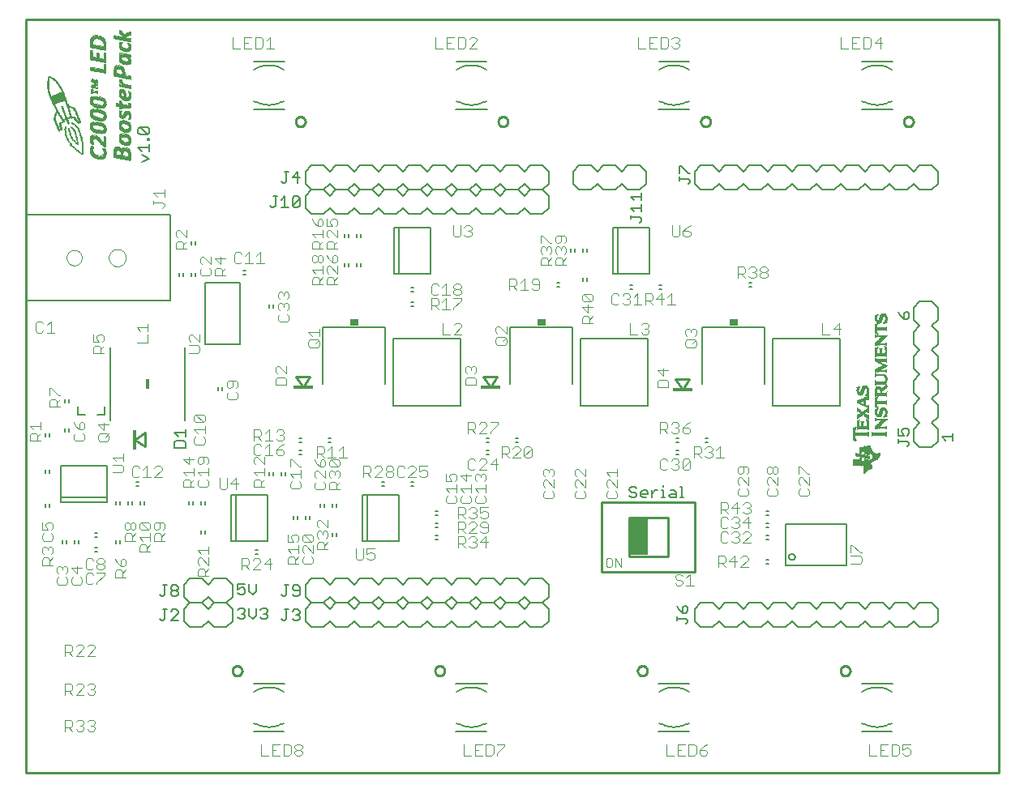
<source format=gto>
G75*
G70*
%OFA0B0*%
%FSLAX24Y24*%
%IPPOS*%
%LPD*%
%AMOC8*
5,1,8,0,0,1.08239X$1,22.5*
%
%ADD10C,0.0100*%
%ADD11C,0.0050*%
%ADD12C,0.0060*%
%ADD13C,0.0040*%
%ADD14C,0.0080*%
%ADD15R,0.0340X0.0300*%
%ADD16R,0.0827X0.0118*%
%ADD17C,0.0000*%
%ADD18R,0.0118X0.0827*%
%ADD19R,0.0157X0.0394*%
%ADD20R,0.0750X0.1500*%
%ADD21C,0.0030*%
%ADD22R,0.0003X0.0022*%
%ADD23R,0.0003X0.0060*%
%ADD24R,0.0003X0.0079*%
%ADD25R,0.0003X0.0025*%
%ADD26R,0.0003X0.0031*%
%ADD27R,0.0003X0.0110*%
%ADD28R,0.0003X0.0126*%
%ADD29R,0.0003X0.0028*%
%ADD30R,0.0003X0.0107*%
%ADD31R,0.0003X0.0035*%
%ADD32R,0.0003X0.0145*%
%ADD33R,0.0003X0.0009*%
%ADD34R,0.0003X0.0091*%
%ADD35R,0.0003X0.0161*%
%ADD36R,0.0003X0.0157*%
%ADD37R,0.0003X0.0154*%
%ADD38R,0.0003X0.0038*%
%ADD39R,0.0003X0.0189*%
%ADD40R,0.0003X0.0198*%
%ADD41R,0.0003X0.0202*%
%ADD42R,0.0003X0.0180*%
%ADD43R,0.0003X0.0098*%
%ADD44R,0.0003X0.0400*%
%ADD45R,0.0003X0.0041*%
%ADD46R,0.0003X0.0214*%
%ADD47R,0.0003X0.0123*%
%ADD48R,0.0003X0.0403*%
%ADD49R,0.0003X0.0217*%
%ADD50R,0.0003X0.0044*%
%ADD51R,0.0003X0.0233*%
%ADD52R,0.0003X0.0132*%
%ADD53R,0.0003X0.0227*%
%ADD54R,0.0003X0.0047*%
%ADD55R,0.0003X0.0283*%
%ADD56R,0.0003X0.0142*%
%ADD57R,0.0003X0.0236*%
%ADD58R,0.0003X0.0050*%
%ADD59R,0.0003X0.0296*%
%ADD60R,0.0003X0.0148*%
%ADD61R,0.0003X0.0246*%
%ADD62R,0.0003X0.0406*%
%ADD63R,0.0003X0.0205*%
%ADD64R,0.0003X0.0054*%
%ADD65R,0.0003X0.0299*%
%ADD66R,0.0003X0.0258*%
%ADD67R,0.0003X0.0302*%
%ADD68R,0.0003X0.0057*%
%ADD69R,0.0003X0.0306*%
%ADD70R,0.0003X0.0268*%
%ADD71R,0.0003X0.0309*%
%ADD72R,0.0003X0.0312*%
%ADD73R,0.0003X0.0192*%
%ADD74R,0.0003X0.0164*%
%ADD75R,0.0003X0.0280*%
%ADD76R,0.0003X0.0195*%
%ADD77R,0.0003X0.0318*%
%ADD78R,0.0003X0.0211*%
%ADD79R,0.0003X0.0063*%
%ADD80R,0.0003X0.0315*%
%ADD81R,0.0003X0.0183*%
%ADD82R,0.0003X0.0167*%
%ADD83R,0.0003X0.0287*%
%ADD84R,0.0003X0.0135*%
%ADD85R,0.0003X0.0176*%
%ADD86R,0.0003X0.0394*%
%ADD87R,0.0003X0.0139*%
%ADD88R,0.0003X0.0186*%
%ADD89R,0.0003X0.0321*%
%ADD90R,0.0003X0.0117*%
%ADD91R,0.0003X0.0066*%
%ADD92R,0.0003X0.0170*%
%ADD93R,0.0003X0.0387*%
%ADD94R,0.0003X0.0120*%
%ADD95R,0.0003X0.0328*%
%ADD96R,0.0003X0.0069*%
%ADD97R,0.0003X0.0151*%
%ADD98R,0.0003X0.0173*%
%ADD99R,0.0003X0.0384*%
%ADD100R,0.0003X0.0334*%
%ADD101R,0.0003X0.0101*%
%ADD102R,0.0003X0.0072*%
%ADD103R,0.0003X0.0076*%
%ADD104R,0.0003X0.0381*%
%ADD105R,0.0003X0.0337*%
%ADD106R,0.0003X0.0324*%
%ADD107R,0.0003X0.0343*%
%ADD108R,0.0003X0.0331*%
%ADD109R,0.0003X0.0094*%
%ADD110R,0.0003X0.0082*%
%ADD111R,0.0003X0.0346*%
%ADD112R,0.0003X0.0088*%
%ADD113R,0.0003X0.0350*%
%ADD114R,0.0003X0.0129*%
%ADD115R,0.0003X0.0085*%
%ADD116R,0.0003X0.0353*%
%ADD117R,0.0003X0.0340*%
%ADD118R,0.0003X0.0356*%
%ADD119R,0.0003X0.0359*%
%ADD120R,0.0003X0.0362*%
%ADD121R,0.0003X0.0365*%
%ADD122R,0.0003X0.0369*%
%ADD123R,0.0003X0.0104*%
%ADD124R,0.0003X0.0113*%
%ADD125R,0.0003X0.0019*%
%ADD126R,0.0003X0.0013*%
%ADD127R,0.0003X0.0224*%
%ADD128R,0.0003X0.0230*%
%ADD129R,0.0003X0.0208*%
%ADD130R,0.0003X0.0220*%
%ADD131R,0.0003X0.0239*%
%ADD132R,0.0003X0.0249*%
%ADD133R,0.0003X0.0277*%
%ADD134R,0.0003X0.0290*%
%ADD135R,0.0003X0.0293*%
%ADD136R,0.0003X0.0243*%
%ADD137R,0.0003X0.0274*%
%ADD138R,0.0003X0.0261*%
%ADD139R,0.0003X0.0252*%
%ADD140R,0.0003X0.0255*%
%ADD141R,0.0003X0.0438*%
%ADD142R,0.0003X0.0431*%
%ADD143R,0.0003X0.0435*%
%ADD144R,0.0003X0.0425*%
%ADD145R,0.0003X0.0265*%
%ADD146R,0.0003X0.0419*%
%ADD147R,0.0003X0.0378*%
%ADD148R,0.0003X0.0375*%
%ADD149R,0.0003X0.0271*%
%ADD150R,0.0003X0.0416*%
%ADD151R,0.0003X0.0413*%
%ADD152R,0.0003X0.0372*%
%ADD153R,0.0003X0.0391*%
%ADD154R,0.0003X0.0397*%
%ADD155R,0.0003X0.0422*%
%ADD156R,0.0003X0.0428*%
%ADD157R,0.0003X0.0409*%
%ADD158R,0.0003X0.0441*%
%ADD159R,0.0003X0.0444*%
%ADD160R,0.0003X0.0447*%
%ADD161R,0.0003X0.0454*%
%ADD162R,0.0003X0.0457*%
%ADD163R,0.0003X0.0463*%
%ADD164R,0.0003X0.0469*%
%ADD165R,0.0003X0.0472*%
%ADD166R,0.0003X0.0476*%
%ADD167R,0.0003X0.0479*%
%ADD168R,0.0003X0.0482*%
%ADD169R,0.0003X0.0488*%
%ADD170R,0.0003X0.0491*%
%ADD171R,0.0003X0.0494*%
%ADD172R,0.0003X0.0498*%
%ADD173R,0.0003X0.0504*%
%ADD174R,0.0003X0.0507*%
%ADD175R,0.0003X0.0513*%
%ADD176R,0.0003X0.0520*%
%ADD177R,0.0003X0.0526*%
%ADD178R,0.0003X0.0529*%
%ADD179R,0.0003X0.0532*%
%ADD180R,0.0003X0.0535*%
%ADD181R,0.0003X0.0542*%
%ADD182R,0.0003X0.0545*%
%ADD183R,0.0003X0.0548*%
%ADD184R,0.0003X0.0554*%
%ADD185R,0.0003X0.0557*%
%ADD186R,0.0003X0.0561*%
%ADD187R,0.0003X0.0567*%
%ADD188R,0.0003X0.0570*%
%ADD189R,0.0003X0.0573*%
%ADD190R,0.0003X0.0576*%
%ADD191R,0.0003X0.0501*%
%ADD192R,0.0003X0.0564*%
%ADD193R,0.0003X0.0551*%
%ADD194R,0.0003X0.0539*%
%ADD195R,0.0003X0.0523*%
%ADD196R,0.0003X0.0517*%
%ADD197R,0.0015X0.0075*%
%ADD198R,0.0015X0.0045*%
%ADD199R,0.0015X0.0090*%
%ADD200R,0.0015X0.0060*%
%ADD201R,0.0015X0.0030*%
%ADD202R,0.0015X0.0255*%
%ADD203R,0.0015X0.0180*%
%ADD204R,0.0015X0.0165*%
%ADD205R,0.0015X0.0135*%
%ADD206R,0.0015X0.0195*%
%ADD207R,0.0015X0.0105*%
%ADD208R,0.0015X0.0015*%
%ADD209R,0.0015X0.0345*%
%ADD210R,0.0015X0.0240*%
%ADD211R,0.0015X0.0270*%
%ADD212R,0.0015X0.0120*%
%ADD213R,0.0015X0.0210*%
%ADD214R,0.0015X0.0390*%
%ADD215R,0.0015X0.0285*%
%ADD216R,0.0015X0.0315*%
%ADD217R,0.0015X0.0420*%
%ADD218R,0.0015X0.0330*%
%ADD219R,0.0015X0.0435*%
%ADD220R,0.0015X0.0360*%
%ADD221R,0.0015X0.0300*%
%ADD222R,0.0015X0.0465*%
%ADD223R,0.0015X0.0375*%
%ADD224R,0.0015X0.0225*%
%ADD225R,0.0015X0.0480*%
%ADD226R,0.0015X0.0150*%
%ADD227R,0.0015X0.0405*%
%ADD228R,0.0015X0.0450*%
%ADD229R,0.0018X0.0124*%
%ADD230R,0.0018X0.0035*%
%ADD231R,0.0018X0.0531*%
%ADD232R,0.0018X0.0602*%
%ADD233R,0.0018X0.0053*%
%ADD234R,0.0018X0.0177*%
%ADD235R,0.0018X0.0106*%
%ADD236R,0.0018X0.0319*%
%ADD237R,0.0018X0.0071*%
%ADD238R,0.0018X0.0266*%
%ADD239R,0.0018X0.0018*%
%ADD240R,0.0018X0.0159*%
%ADD241R,0.0018X0.0195*%
%ADD242R,0.0018X0.0213*%
%ADD243R,0.0018X0.0089*%
%ADD244R,0.0018X0.0301*%
%ADD245R,0.0018X0.0230*%
%ADD246R,0.0018X0.0283*%
%ADD247R,0.0018X0.0248*%
%ADD248R,0.0018X0.0142*%
%ADD249R,0.0018X0.0372*%
%ADD250R,0.0018X0.0354*%
%ADD251R,0.0018X0.0407*%
%ADD252R,0.0018X0.0461*%
%ADD253R,0.0018X0.0496*%
%ADD254R,0.0018X0.0390*%
%ADD255R,0.0018X0.0337*%
%ADD256R,0.0018X0.0549*%
%ADD257R,0.0018X0.0762*%
%ADD258R,0.0018X0.0673*%
D10*
X017154Y019310D02*
X017154Y050310D01*
X057154Y050310D01*
X057154Y019310D01*
X017154Y019310D01*
X025654Y023510D02*
X025656Y023538D01*
X025662Y023565D01*
X025671Y023591D01*
X025684Y023616D01*
X025701Y023639D01*
X025720Y023659D01*
X025742Y023676D01*
X025766Y023690D01*
X025792Y023700D01*
X025819Y023707D01*
X025847Y023710D01*
X025875Y023709D01*
X025902Y023704D01*
X025929Y023695D01*
X025954Y023683D01*
X025977Y023668D01*
X025998Y023649D01*
X026016Y023628D01*
X026031Y023604D01*
X026042Y023578D01*
X026050Y023552D01*
X026054Y023524D01*
X026054Y023496D01*
X026050Y023468D01*
X026042Y023442D01*
X026031Y023416D01*
X026016Y023392D01*
X025998Y023371D01*
X025977Y023352D01*
X025954Y023337D01*
X025929Y023325D01*
X025902Y023316D01*
X025875Y023311D01*
X025847Y023310D01*
X025819Y023313D01*
X025792Y023320D01*
X025766Y023330D01*
X025742Y023344D01*
X025720Y023361D01*
X025701Y023381D01*
X025684Y023404D01*
X025671Y023429D01*
X025662Y023455D01*
X025656Y023482D01*
X025654Y023510D01*
X033984Y023510D02*
X033986Y023538D01*
X033992Y023565D01*
X034001Y023591D01*
X034014Y023616D01*
X034031Y023639D01*
X034050Y023659D01*
X034072Y023676D01*
X034096Y023690D01*
X034122Y023700D01*
X034149Y023707D01*
X034177Y023710D01*
X034205Y023709D01*
X034232Y023704D01*
X034259Y023695D01*
X034284Y023683D01*
X034307Y023668D01*
X034328Y023649D01*
X034346Y023628D01*
X034361Y023604D01*
X034372Y023578D01*
X034380Y023552D01*
X034384Y023524D01*
X034384Y023496D01*
X034380Y023468D01*
X034372Y023442D01*
X034361Y023416D01*
X034346Y023392D01*
X034328Y023371D01*
X034307Y023352D01*
X034284Y023337D01*
X034259Y023325D01*
X034232Y023316D01*
X034205Y023311D01*
X034177Y023310D01*
X034149Y023313D01*
X034122Y023320D01*
X034096Y023330D01*
X034072Y023344D01*
X034050Y023361D01*
X034031Y023381D01*
X034014Y023404D01*
X034001Y023429D01*
X033992Y023455D01*
X033986Y023482D01*
X033984Y023510D01*
X040829Y027580D02*
X044679Y027580D01*
X044679Y030440D01*
X040829Y030440D01*
X040829Y027580D01*
X041954Y028210D02*
X041954Y029810D01*
X043554Y029810D01*
X043554Y028210D01*
X041954Y028210D01*
X042314Y023510D02*
X042316Y023538D01*
X042322Y023565D01*
X042331Y023591D01*
X042344Y023616D01*
X042361Y023639D01*
X042380Y023659D01*
X042402Y023676D01*
X042426Y023690D01*
X042452Y023700D01*
X042479Y023707D01*
X042507Y023710D01*
X042535Y023709D01*
X042562Y023704D01*
X042589Y023695D01*
X042614Y023683D01*
X042637Y023668D01*
X042658Y023649D01*
X042676Y023628D01*
X042691Y023604D01*
X042702Y023578D01*
X042710Y023552D01*
X042714Y023524D01*
X042714Y023496D01*
X042710Y023468D01*
X042702Y023442D01*
X042691Y023416D01*
X042676Y023392D01*
X042658Y023371D01*
X042637Y023352D01*
X042614Y023337D01*
X042589Y023325D01*
X042562Y023316D01*
X042535Y023311D01*
X042507Y023310D01*
X042479Y023313D01*
X042452Y023320D01*
X042426Y023330D01*
X042402Y023344D01*
X042380Y023361D01*
X042361Y023381D01*
X042344Y023404D01*
X042331Y023429D01*
X042322Y023455D01*
X042316Y023482D01*
X042314Y023510D01*
X050654Y023510D02*
X050656Y023538D01*
X050662Y023565D01*
X050671Y023591D01*
X050684Y023616D01*
X050701Y023639D01*
X050720Y023659D01*
X050742Y023676D01*
X050766Y023690D01*
X050792Y023700D01*
X050819Y023707D01*
X050847Y023710D01*
X050875Y023709D01*
X050902Y023704D01*
X050929Y023695D01*
X050954Y023683D01*
X050977Y023668D01*
X050998Y023649D01*
X051016Y023628D01*
X051031Y023604D01*
X051042Y023578D01*
X051050Y023552D01*
X051054Y023524D01*
X051054Y023496D01*
X051050Y023468D01*
X051042Y023442D01*
X051031Y023416D01*
X051016Y023392D01*
X050998Y023371D01*
X050977Y023352D01*
X050954Y023337D01*
X050929Y023325D01*
X050902Y023316D01*
X050875Y023311D01*
X050847Y023310D01*
X050819Y023313D01*
X050792Y023320D01*
X050766Y023330D01*
X050742Y023344D01*
X050720Y023361D01*
X050701Y023381D01*
X050684Y023404D01*
X050671Y023429D01*
X050662Y023455D01*
X050656Y023482D01*
X050654Y023510D01*
X044154Y035095D02*
X044430Y035508D01*
X043859Y035508D01*
X044154Y035095D01*
X036530Y035608D02*
X036254Y035195D01*
X035959Y035608D01*
X036530Y035608D01*
X028830Y035608D02*
X028554Y035195D01*
X028259Y035608D01*
X028830Y035608D01*
X022052Y033305D02*
X022052Y032734D01*
X021639Y033010D01*
X022052Y033305D01*
X028254Y046110D02*
X028256Y046138D01*
X028262Y046165D01*
X028271Y046191D01*
X028284Y046216D01*
X028301Y046239D01*
X028320Y046259D01*
X028342Y046276D01*
X028366Y046290D01*
X028392Y046300D01*
X028419Y046307D01*
X028447Y046310D01*
X028475Y046309D01*
X028502Y046304D01*
X028529Y046295D01*
X028554Y046283D01*
X028577Y046268D01*
X028598Y046249D01*
X028616Y046228D01*
X028631Y046204D01*
X028642Y046178D01*
X028650Y046152D01*
X028654Y046124D01*
X028654Y046096D01*
X028650Y046068D01*
X028642Y046042D01*
X028631Y046016D01*
X028616Y045992D01*
X028598Y045971D01*
X028577Y045952D01*
X028554Y045937D01*
X028529Y045925D01*
X028502Y045916D01*
X028475Y045911D01*
X028447Y045910D01*
X028419Y045913D01*
X028392Y045920D01*
X028366Y045930D01*
X028342Y045944D01*
X028320Y045961D01*
X028301Y045981D01*
X028284Y046004D01*
X028271Y046029D01*
X028262Y046055D01*
X028256Y046082D01*
X028254Y046110D01*
X036584Y046110D02*
X036586Y046138D01*
X036592Y046165D01*
X036601Y046191D01*
X036614Y046216D01*
X036631Y046239D01*
X036650Y046259D01*
X036672Y046276D01*
X036696Y046290D01*
X036722Y046300D01*
X036749Y046307D01*
X036777Y046310D01*
X036805Y046309D01*
X036832Y046304D01*
X036859Y046295D01*
X036884Y046283D01*
X036907Y046268D01*
X036928Y046249D01*
X036946Y046228D01*
X036961Y046204D01*
X036972Y046178D01*
X036980Y046152D01*
X036984Y046124D01*
X036984Y046096D01*
X036980Y046068D01*
X036972Y046042D01*
X036961Y046016D01*
X036946Y045992D01*
X036928Y045971D01*
X036907Y045952D01*
X036884Y045937D01*
X036859Y045925D01*
X036832Y045916D01*
X036805Y045911D01*
X036777Y045910D01*
X036749Y045913D01*
X036722Y045920D01*
X036696Y045930D01*
X036672Y045944D01*
X036650Y045961D01*
X036631Y045981D01*
X036614Y046004D01*
X036601Y046029D01*
X036592Y046055D01*
X036586Y046082D01*
X036584Y046110D01*
X044914Y046110D02*
X044916Y046138D01*
X044922Y046165D01*
X044931Y046191D01*
X044944Y046216D01*
X044961Y046239D01*
X044980Y046259D01*
X045002Y046276D01*
X045026Y046290D01*
X045052Y046300D01*
X045079Y046307D01*
X045107Y046310D01*
X045135Y046309D01*
X045162Y046304D01*
X045189Y046295D01*
X045214Y046283D01*
X045237Y046268D01*
X045258Y046249D01*
X045276Y046228D01*
X045291Y046204D01*
X045302Y046178D01*
X045310Y046152D01*
X045314Y046124D01*
X045314Y046096D01*
X045310Y046068D01*
X045302Y046042D01*
X045291Y046016D01*
X045276Y045992D01*
X045258Y045971D01*
X045237Y045952D01*
X045214Y045937D01*
X045189Y045925D01*
X045162Y045916D01*
X045135Y045911D01*
X045107Y045910D01*
X045079Y045913D01*
X045052Y045920D01*
X045026Y045930D01*
X045002Y045944D01*
X044980Y045961D01*
X044961Y045981D01*
X044944Y046004D01*
X044931Y046029D01*
X044922Y046055D01*
X044916Y046082D01*
X044914Y046110D01*
X053254Y046110D02*
X053256Y046138D01*
X053262Y046165D01*
X053271Y046191D01*
X053284Y046216D01*
X053301Y046239D01*
X053320Y046259D01*
X053342Y046276D01*
X053366Y046290D01*
X053392Y046300D01*
X053419Y046307D01*
X053447Y046310D01*
X053475Y046309D01*
X053502Y046304D01*
X053529Y046295D01*
X053554Y046283D01*
X053577Y046268D01*
X053598Y046249D01*
X053616Y046228D01*
X053631Y046204D01*
X053642Y046178D01*
X053650Y046152D01*
X053654Y046124D01*
X053654Y046096D01*
X053650Y046068D01*
X053642Y046042D01*
X053631Y046016D01*
X053616Y045992D01*
X053598Y045971D01*
X053577Y045952D01*
X053554Y045937D01*
X053529Y045925D01*
X053502Y045916D01*
X053475Y045911D01*
X053447Y045910D01*
X053419Y045913D01*
X053392Y045920D01*
X053366Y045930D01*
X053342Y045944D01*
X053320Y045961D01*
X053301Y045981D01*
X053284Y046004D01*
X053271Y046029D01*
X053262Y046055D01*
X053256Y046082D01*
X053254Y046110D01*
D11*
X053329Y038285D02*
X053254Y038210D01*
X053254Y037985D01*
X053404Y037985D01*
X053479Y038060D01*
X053479Y038210D01*
X053404Y038285D01*
X053329Y038285D01*
X053104Y038135D02*
X053254Y037985D01*
X053104Y038135D02*
X053029Y038285D01*
X050632Y037188D02*
X050632Y034432D01*
X047876Y034432D01*
X047876Y037188D01*
X050632Y037188D01*
X053029Y033496D02*
X053029Y033195D01*
X053254Y033195D01*
X053179Y033345D01*
X053179Y033420D01*
X053254Y033496D01*
X053404Y033496D01*
X053479Y033420D01*
X053479Y033270D01*
X053404Y033195D01*
X053404Y032960D02*
X053029Y032960D01*
X053029Y032885D02*
X053029Y033035D01*
X053404Y032960D02*
X053479Y032885D01*
X053479Y032810D01*
X053404Y032735D01*
X054829Y033135D02*
X055279Y033135D01*
X055279Y032985D02*
X055279Y033285D01*
X054979Y032985D02*
X054829Y033135D01*
X044379Y026120D02*
X044304Y026196D01*
X044229Y026196D01*
X044154Y026120D01*
X044154Y025895D01*
X044304Y025895D01*
X044379Y025970D01*
X044379Y026120D01*
X044154Y025895D02*
X044004Y026045D01*
X043929Y026196D01*
X043929Y025735D02*
X043929Y025585D01*
X043929Y025660D02*
X044304Y025660D01*
X044379Y025585D01*
X044379Y025510D01*
X044304Y025435D01*
X042732Y034432D02*
X039976Y034432D01*
X039976Y037188D01*
X042732Y037188D01*
X042732Y034432D01*
X042404Y041954D02*
X042479Y042029D01*
X042479Y042104D01*
X042404Y042179D01*
X042029Y042179D01*
X042029Y042104D02*
X042029Y042254D01*
X042179Y042414D02*
X042029Y042564D01*
X042479Y042564D01*
X042479Y042414D02*
X042479Y042714D01*
X042479Y042874D02*
X042479Y043175D01*
X042479Y043025D02*
X042029Y043025D01*
X042179Y042874D01*
X044029Y043685D02*
X044029Y043835D01*
X044029Y043760D02*
X044404Y043760D01*
X044479Y043685D01*
X044479Y043610D01*
X044404Y043535D01*
X044404Y043995D02*
X044479Y043995D01*
X044404Y043995D02*
X044104Y044296D01*
X044029Y044296D01*
X044029Y043995D01*
X035032Y037188D02*
X035032Y034432D01*
X032276Y034432D01*
X032276Y037188D01*
X035032Y037188D01*
X028419Y042660D02*
X028344Y042585D01*
X028194Y042585D01*
X028119Y042660D01*
X028419Y042960D01*
X028419Y042660D01*
X028419Y042960D02*
X028344Y043035D01*
X028194Y043035D01*
X028119Y042960D01*
X028119Y042660D01*
X027958Y042585D02*
X027658Y042585D01*
X027808Y042585D02*
X027808Y043035D01*
X027658Y042885D01*
X027498Y043035D02*
X027348Y043035D01*
X027423Y043035D02*
X027423Y042660D01*
X027348Y042585D01*
X027273Y042585D01*
X027198Y042660D01*
X027733Y043585D02*
X027808Y043585D01*
X027883Y043660D01*
X027883Y044035D01*
X027808Y044035D02*
X027959Y044035D01*
X028119Y043810D02*
X028344Y044035D01*
X028344Y043585D01*
X028419Y043810D02*
X028119Y043810D01*
X027733Y043585D02*
X027658Y043660D01*
X025982Y039470D02*
X024525Y039470D01*
X024525Y036950D01*
X025982Y036950D01*
X025982Y039470D01*
X023688Y036825D02*
X023688Y033807D01*
X023723Y033456D02*
X023723Y033156D01*
X023723Y033306D02*
X023272Y033306D01*
X023422Y033156D01*
X023347Y032996D02*
X023272Y032921D01*
X023272Y032696D01*
X023723Y032696D01*
X023723Y032921D01*
X023648Y032996D01*
X023347Y032996D01*
X020627Y033807D02*
X020627Y036825D01*
X023091Y038738D02*
X023091Y042282D01*
X017186Y042282D01*
X017186Y038738D01*
X023091Y038738D01*
X021929Y044435D02*
X022229Y044585D01*
X021929Y044735D01*
X021929Y044895D02*
X021779Y045045D01*
X022229Y045045D01*
X022229Y044895D02*
X022229Y045196D01*
X022229Y045356D02*
X022229Y045431D01*
X022154Y045431D01*
X022154Y045356D01*
X022229Y045356D01*
X022154Y045586D02*
X021854Y045886D01*
X022154Y045886D01*
X022229Y045811D01*
X022229Y045661D01*
X022154Y045586D01*
X021854Y045586D01*
X021779Y045661D01*
X021779Y045811D01*
X021854Y045886D01*
X022808Y027035D02*
X022959Y027035D01*
X022883Y027035D02*
X022883Y026660D01*
X022808Y026585D01*
X022733Y026585D01*
X022658Y026660D01*
X023119Y026660D02*
X023119Y026735D01*
X023194Y026810D01*
X023344Y026810D01*
X023419Y026735D01*
X023419Y026660D01*
X023344Y026585D01*
X023194Y026585D01*
X023119Y026660D01*
X023194Y026810D02*
X023119Y026885D01*
X023119Y026960D01*
X023194Y027035D01*
X023344Y027035D01*
X023419Y026960D01*
X023419Y026885D01*
X023344Y026810D01*
X023344Y026035D02*
X023194Y026035D01*
X023119Y025960D01*
X022959Y026035D02*
X022808Y026035D01*
X022883Y026035D02*
X022883Y025660D01*
X022808Y025585D01*
X022733Y025585D01*
X022658Y025660D01*
X023119Y025585D02*
X023419Y025885D01*
X023419Y025960D01*
X023344Y026035D01*
X023419Y025585D02*
X023119Y025585D01*
X025879Y025710D02*
X025954Y025635D01*
X026104Y025635D01*
X026179Y025710D01*
X026179Y025785D01*
X026104Y025860D01*
X026029Y025860D01*
X026104Y025860D02*
X026179Y025935D01*
X026179Y026010D01*
X026104Y026085D01*
X025954Y026085D01*
X025879Y026010D01*
X026339Y026085D02*
X026339Y025785D01*
X026489Y025635D01*
X026640Y025785D01*
X026640Y026085D01*
X026800Y026010D02*
X026875Y026085D01*
X027025Y026085D01*
X027100Y026010D01*
X027100Y025935D01*
X027025Y025860D01*
X027100Y025785D01*
X027100Y025710D01*
X027025Y025635D01*
X026875Y025635D01*
X026800Y025710D01*
X026950Y025860D02*
X027025Y025860D01*
X027658Y025660D02*
X027733Y025585D01*
X027808Y025585D01*
X027883Y025660D01*
X027883Y026035D01*
X027808Y026035D02*
X027959Y026035D01*
X028119Y025960D02*
X028194Y026035D01*
X028344Y026035D01*
X028419Y025960D01*
X028419Y025885D01*
X028344Y025810D01*
X028419Y025735D01*
X028419Y025660D01*
X028344Y025585D01*
X028194Y025585D01*
X028119Y025660D01*
X028269Y025810D02*
X028344Y025810D01*
X028344Y026585D02*
X028419Y026660D01*
X028419Y026960D01*
X028344Y027035D01*
X028194Y027035D01*
X028119Y026960D01*
X028119Y026885D01*
X028194Y026810D01*
X028419Y026810D01*
X028344Y026585D02*
X028194Y026585D01*
X028119Y026660D01*
X027883Y026660D02*
X027883Y027035D01*
X027808Y027035D02*
X027959Y027035D01*
X027883Y026660D02*
X027808Y026585D01*
X027733Y026585D01*
X027658Y026660D01*
X026640Y026785D02*
X026640Y027085D01*
X026640Y026785D01*
X026489Y026635D01*
X026339Y026785D01*
X026339Y027085D01*
X026339Y026785D01*
X026489Y026635D01*
X026640Y026785D01*
X026179Y026710D02*
X026104Y026635D01*
X025954Y026635D01*
X025879Y026710D01*
X025954Y026635D01*
X026104Y026635D01*
X026179Y026710D01*
X026179Y026860D01*
X026104Y026935D01*
X026029Y026935D01*
X025879Y026860D01*
X025879Y027085D01*
X026179Y027085D01*
X025879Y027085D01*
X025879Y026860D01*
X026029Y026935D01*
X026104Y026935D01*
X026179Y026860D01*
X026179Y026710D01*
D12*
X025654Y026560D02*
X025654Y027060D01*
X025404Y027310D01*
X024904Y027310D01*
X024654Y027060D01*
X024404Y027310D01*
X023904Y027310D01*
X023654Y027060D01*
X023654Y026560D01*
X023904Y026310D01*
X024404Y026310D01*
X024654Y026560D01*
X024904Y026310D01*
X025404Y026310D01*
X025654Y026560D01*
X025404Y026310D02*
X025654Y026060D01*
X025654Y025560D01*
X025404Y025310D01*
X024904Y025310D01*
X024654Y025560D01*
X024404Y025310D01*
X023904Y025310D01*
X023654Y025560D01*
X023654Y026060D01*
X023904Y026310D01*
X024404Y026310D01*
X024654Y026060D01*
X024904Y026310D01*
X025404Y026310D01*
X026597Y028322D02*
X026711Y028322D01*
X026711Y028498D02*
X026597Y028498D01*
X028166Y029753D02*
X028166Y029867D01*
X028342Y029867D02*
X028342Y029753D01*
X028666Y029753D02*
X028666Y029867D01*
X028842Y029867D02*
X028842Y029753D01*
X029266Y030253D02*
X029266Y030367D01*
X029442Y030367D02*
X029442Y030253D01*
X029766Y030253D02*
X029766Y030367D01*
X029942Y030367D02*
X029942Y030253D01*
X029942Y029167D02*
X029942Y029053D01*
X029766Y029053D02*
X029766Y029167D01*
X029904Y027310D02*
X030404Y027310D01*
X030654Y027060D01*
X030904Y027310D01*
X031404Y027310D01*
X031654Y027060D01*
X031904Y027310D01*
X032404Y027310D01*
X032654Y027060D01*
X032904Y027310D01*
X033404Y027310D01*
X033654Y027060D01*
X033904Y027310D01*
X034404Y027310D01*
X034654Y027060D01*
X034904Y027310D01*
X035404Y027310D01*
X035654Y027060D01*
X035904Y027310D01*
X036404Y027310D01*
X036654Y027060D01*
X036904Y027310D01*
X037404Y027310D01*
X037654Y027060D01*
X037904Y027310D01*
X038404Y027310D01*
X038654Y027060D01*
X038654Y026560D01*
X038404Y026310D01*
X037904Y026310D01*
X037654Y026560D01*
X037404Y026310D01*
X036904Y026310D01*
X036654Y026560D01*
X036404Y026310D01*
X035904Y026310D01*
X035654Y026560D01*
X035404Y026310D01*
X034904Y026310D01*
X034654Y026560D01*
X034404Y026310D01*
X033904Y026310D01*
X033654Y026560D01*
X033404Y026310D01*
X032904Y026310D01*
X032654Y026560D01*
X032404Y026310D01*
X031904Y026310D01*
X031654Y026560D01*
X031404Y026310D01*
X030904Y026310D01*
X030654Y026560D01*
X030404Y026310D01*
X029904Y026310D01*
X029654Y026560D01*
X029404Y026310D01*
X028904Y026310D01*
X028654Y026560D01*
X028654Y027060D01*
X028904Y027310D01*
X029404Y027310D01*
X029654Y027060D01*
X029904Y027310D01*
X029904Y026310D02*
X030404Y026310D01*
X030654Y026060D01*
X030904Y026310D01*
X031404Y026310D01*
X031654Y026060D01*
X031904Y026310D01*
X032404Y026310D01*
X032654Y026060D01*
X032904Y026310D01*
X033404Y026310D01*
X033654Y026060D01*
X033904Y026310D01*
X034404Y026310D01*
X034654Y026060D01*
X034904Y026310D01*
X035404Y026310D01*
X035654Y026060D01*
X035904Y026310D01*
X036404Y026310D01*
X036654Y026060D01*
X036904Y026310D01*
X037404Y026310D01*
X037654Y026060D01*
X037904Y026310D01*
X038404Y026310D01*
X038654Y026060D01*
X038654Y025560D01*
X038404Y025310D01*
X037904Y025310D01*
X037654Y025560D01*
X037404Y025310D01*
X036904Y025310D01*
X036654Y025560D01*
X036404Y025310D01*
X035904Y025310D01*
X035654Y025560D01*
X035404Y025310D01*
X034904Y025310D01*
X034654Y025560D01*
X034404Y025310D01*
X033904Y025310D01*
X033654Y025560D01*
X033404Y025310D01*
X032904Y025310D01*
X032654Y025560D01*
X032404Y025310D01*
X031904Y025310D01*
X031654Y025560D01*
X031404Y025310D01*
X030904Y025310D01*
X030654Y025560D01*
X030404Y025310D01*
X029904Y025310D01*
X029654Y025560D01*
X029404Y025310D01*
X028904Y025310D01*
X028654Y025560D01*
X028654Y026060D01*
X028904Y026310D01*
X029404Y026310D01*
X029654Y026060D01*
X029904Y026310D01*
X031797Y031122D02*
X031911Y031122D01*
X031911Y031298D02*
X031797Y031298D01*
X032997Y031298D02*
X033111Y031298D01*
X033111Y031122D02*
X032997Y031122D01*
X033997Y030098D02*
X034111Y030098D01*
X034111Y029922D02*
X033997Y029922D01*
X033997Y029598D02*
X034111Y029598D01*
X034111Y029422D02*
X033997Y029422D01*
X033997Y029098D02*
X034111Y029098D01*
X034111Y028922D02*
X033997Y028922D01*
X036097Y032422D02*
X036211Y032422D01*
X036211Y032598D02*
X036097Y032598D01*
X036097Y032922D02*
X036211Y032922D01*
X036211Y033098D02*
X036097Y033098D01*
X037297Y033098D02*
X037411Y033098D01*
X037411Y032922D02*
X037297Y032922D01*
X041984Y031007D02*
X041984Y030934D01*
X042057Y030860D01*
X042204Y030860D01*
X042278Y030787D01*
X042278Y030713D01*
X042204Y030640D01*
X042057Y030640D01*
X041984Y030713D01*
X041984Y031007D02*
X042057Y031080D01*
X042204Y031080D01*
X042278Y031007D01*
X042444Y030860D02*
X042518Y030934D01*
X042665Y030934D01*
X042738Y030860D01*
X042738Y030787D01*
X042444Y030787D01*
X042444Y030860D02*
X042444Y030713D01*
X042518Y030640D01*
X042665Y030640D01*
X042905Y030640D02*
X042905Y030934D01*
X043051Y030934D02*
X043125Y030934D01*
X043051Y030934D02*
X042905Y030787D01*
X043288Y030934D02*
X043362Y030934D01*
X043362Y030640D01*
X043435Y030640D02*
X043288Y030640D01*
X043595Y030713D02*
X043669Y030787D01*
X043889Y030787D01*
X043889Y030860D02*
X043889Y030640D01*
X043669Y030640D01*
X043595Y030713D01*
X043669Y030934D02*
X043815Y030934D01*
X043889Y030860D01*
X044056Y030640D02*
X044202Y030640D01*
X044129Y030640D02*
X044129Y031080D01*
X044056Y031080D01*
X043362Y031080D02*
X043362Y031154D01*
X043897Y032422D02*
X044011Y032422D01*
X044011Y032598D02*
X043897Y032598D01*
X043897Y032922D02*
X044011Y032922D01*
X044011Y033098D02*
X043897Y033098D01*
X045097Y033098D02*
X045211Y033098D01*
X045211Y032922D02*
X045097Y032922D01*
X047597Y030098D02*
X047711Y030098D01*
X047711Y029922D02*
X047597Y029922D01*
X047597Y029598D02*
X047711Y029598D01*
X047711Y029422D02*
X047597Y029422D01*
X047597Y029098D02*
X047711Y029098D01*
X047711Y028922D02*
X047597Y028922D01*
X047597Y028098D02*
X047711Y028098D01*
X047711Y027922D02*
X047597Y027922D01*
X047404Y026310D02*
X046904Y026310D01*
X046654Y026060D01*
X046404Y026310D01*
X045904Y026310D01*
X045654Y026060D01*
X045404Y026310D01*
X044904Y026310D01*
X044654Y026060D01*
X044654Y025560D01*
X044904Y025310D01*
X045404Y025310D01*
X045654Y025560D01*
X045904Y025310D01*
X046404Y025310D01*
X046654Y025560D01*
X046904Y025310D01*
X047404Y025310D01*
X047654Y025560D01*
X047904Y025310D01*
X048404Y025310D01*
X048654Y025560D01*
X048904Y025310D01*
X049404Y025310D01*
X049654Y025560D01*
X049904Y025310D01*
X050404Y025310D01*
X050654Y025560D01*
X050904Y025310D01*
X051404Y025310D01*
X051654Y025560D01*
X051904Y025310D01*
X052404Y025310D01*
X052654Y025560D01*
X052904Y025310D01*
X053404Y025310D01*
X053654Y025560D01*
X053904Y025310D01*
X054404Y025310D01*
X054654Y025560D01*
X054654Y026060D01*
X054404Y026310D01*
X053904Y026310D01*
X053654Y026060D01*
X053404Y026310D01*
X052904Y026310D01*
X052654Y026060D01*
X052404Y026310D01*
X051904Y026310D01*
X051654Y026060D01*
X051404Y026310D01*
X050904Y026310D01*
X050654Y026060D01*
X050404Y026310D01*
X049904Y026310D01*
X049654Y026060D01*
X049404Y026310D01*
X048904Y026310D01*
X048654Y026060D01*
X048404Y026310D01*
X047904Y026310D01*
X047654Y026060D01*
X047404Y026310D01*
X053904Y032710D02*
X053654Y032960D01*
X053654Y033460D01*
X053904Y033710D01*
X053654Y033960D01*
X053654Y034460D01*
X053904Y034710D01*
X053654Y034960D01*
X053654Y035460D01*
X053904Y035710D01*
X053654Y035960D01*
X053654Y036460D01*
X053904Y036710D01*
X053654Y036960D01*
X053654Y037460D01*
X053904Y037710D01*
X053654Y037960D01*
X053654Y038460D01*
X053904Y038710D01*
X054404Y038710D01*
X054654Y038460D01*
X054654Y037960D01*
X054404Y037710D01*
X054654Y037460D01*
X054654Y036960D01*
X054404Y036710D01*
X054654Y036460D01*
X054654Y035960D01*
X054404Y035710D01*
X054654Y035460D01*
X054654Y034960D01*
X054404Y034710D01*
X054654Y034460D01*
X054654Y033960D01*
X054404Y033710D01*
X054654Y033460D01*
X054654Y032960D01*
X054404Y032710D01*
X053904Y032710D01*
X047011Y039322D02*
X046897Y039322D01*
X046897Y039498D02*
X047011Y039498D01*
X043311Y039398D02*
X043197Y039398D01*
X043197Y039222D02*
X043311Y039222D01*
X042111Y039222D02*
X041997Y039222D01*
X041997Y039398D02*
X042111Y039398D01*
X040242Y039553D02*
X040242Y039667D01*
X040066Y039667D02*
X040066Y039553D01*
X039111Y039498D02*
X038997Y039498D01*
X038997Y039322D02*
X039111Y039322D01*
X039566Y040753D02*
X039566Y040867D01*
X039742Y040867D02*
X039742Y040753D01*
X040066Y040753D02*
X040066Y040867D01*
X040242Y040867D02*
X040242Y040753D01*
X038654Y042560D02*
X038654Y043060D01*
X038404Y043310D01*
X037904Y043310D01*
X037654Y043560D01*
X037404Y043310D01*
X036904Y043310D01*
X036654Y043560D01*
X036404Y043310D01*
X035904Y043310D01*
X035654Y043560D01*
X035404Y043310D01*
X034904Y043310D01*
X034654Y043560D01*
X034404Y043310D01*
X033904Y043310D01*
X033654Y043560D01*
X033404Y043310D01*
X032904Y043310D01*
X032654Y043560D01*
X032404Y043310D01*
X031904Y043310D01*
X031654Y043560D01*
X031404Y043310D01*
X030904Y043310D01*
X030654Y043560D01*
X030404Y043310D01*
X029904Y043310D01*
X029654Y043560D01*
X029404Y043310D01*
X028904Y043310D01*
X028654Y043560D01*
X028654Y044060D01*
X028904Y044310D01*
X029404Y044310D01*
X029654Y044060D01*
X029904Y044310D01*
X030404Y044310D01*
X030654Y044060D01*
X030904Y044310D01*
X031404Y044310D01*
X031654Y044060D01*
X031904Y044310D01*
X032404Y044310D01*
X032654Y044060D01*
X032904Y044310D01*
X033404Y044310D01*
X033654Y044060D01*
X033904Y044310D01*
X034404Y044310D01*
X034654Y044060D01*
X034904Y044310D01*
X035404Y044310D01*
X035654Y044060D01*
X035904Y044310D01*
X036404Y044310D01*
X036654Y044060D01*
X036904Y044310D01*
X037404Y044310D01*
X037654Y044060D01*
X037904Y044310D01*
X038404Y044310D01*
X038654Y044060D01*
X038654Y043560D01*
X038404Y043310D01*
X037904Y043310D01*
X037654Y043060D01*
X037404Y043310D01*
X036904Y043310D01*
X036654Y043060D01*
X036404Y043310D01*
X035904Y043310D01*
X035654Y043060D01*
X035404Y043310D01*
X034904Y043310D01*
X034654Y043060D01*
X034404Y043310D01*
X033904Y043310D01*
X033654Y043060D01*
X033404Y043310D01*
X032904Y043310D01*
X032654Y043060D01*
X032404Y043310D01*
X031904Y043310D01*
X031654Y043060D01*
X031404Y043310D01*
X030904Y043310D01*
X030654Y043060D01*
X030404Y043310D01*
X029904Y043310D01*
X029654Y043060D01*
X029404Y043310D01*
X028904Y043310D01*
X028654Y043060D01*
X028654Y042560D01*
X028904Y042310D01*
X029404Y042310D01*
X029654Y042560D01*
X029904Y042310D01*
X030404Y042310D01*
X030654Y042560D01*
X030904Y042310D01*
X031404Y042310D01*
X031654Y042560D01*
X031904Y042310D01*
X032404Y042310D01*
X032654Y042560D01*
X032904Y042310D01*
X033404Y042310D01*
X033654Y042560D01*
X033904Y042310D01*
X034404Y042310D01*
X034654Y042560D01*
X034904Y042310D01*
X035404Y042310D01*
X035654Y042560D01*
X035904Y042310D01*
X036404Y042310D01*
X036654Y042560D01*
X036904Y042310D01*
X037404Y042310D01*
X037654Y042560D01*
X037904Y042310D01*
X038404Y042310D01*
X038654Y042560D01*
X039654Y043560D02*
X039654Y044060D01*
X039904Y044310D01*
X040404Y044310D01*
X040654Y044060D01*
X040904Y044310D01*
X041404Y044310D01*
X041654Y044060D01*
X041904Y044310D01*
X042404Y044310D01*
X042654Y044060D01*
X042654Y043560D01*
X042404Y043310D01*
X041904Y043310D01*
X041654Y043560D01*
X041404Y043310D01*
X040904Y043310D01*
X040654Y043560D01*
X040404Y043310D01*
X039904Y043310D01*
X039654Y043560D01*
X044654Y043560D02*
X044904Y043310D01*
X045404Y043310D01*
X045654Y043560D01*
X045904Y043310D01*
X046404Y043310D01*
X046654Y043560D01*
X046904Y043310D01*
X047404Y043310D01*
X047654Y043560D01*
X047904Y043310D01*
X048404Y043310D01*
X048654Y043560D01*
X048904Y043310D01*
X049404Y043310D01*
X049654Y043560D01*
X049904Y043310D01*
X050404Y043310D01*
X050654Y043560D01*
X050904Y043310D01*
X051404Y043310D01*
X051654Y043560D01*
X051904Y043310D01*
X052404Y043310D01*
X052654Y043560D01*
X052904Y043310D01*
X053404Y043310D01*
X053654Y043560D01*
X053904Y043310D01*
X054404Y043310D01*
X054654Y043560D01*
X054654Y044060D01*
X054404Y044310D01*
X053904Y044310D01*
X053654Y044060D01*
X053404Y044310D01*
X052904Y044310D01*
X052654Y044060D01*
X052404Y044310D01*
X051904Y044310D01*
X051654Y044060D01*
X051404Y044310D01*
X050904Y044310D01*
X050654Y044060D01*
X050404Y044310D01*
X049904Y044310D01*
X049654Y044060D01*
X049404Y044310D01*
X048904Y044310D01*
X048654Y044060D01*
X048404Y044310D01*
X047904Y044310D01*
X047654Y044060D01*
X047404Y044310D01*
X046904Y044310D01*
X046654Y044060D01*
X046404Y044310D01*
X045904Y044310D01*
X045654Y044060D01*
X045404Y044310D01*
X044904Y044310D01*
X044654Y044060D01*
X044654Y043560D01*
X033111Y039298D02*
X032997Y039298D01*
X032997Y039122D02*
X033111Y039122D01*
X033111Y038698D02*
X032997Y038698D01*
X032997Y038522D02*
X033111Y038522D01*
X030942Y040153D02*
X030942Y040267D01*
X030766Y040267D02*
X030766Y040153D01*
X030442Y040153D02*
X030442Y040267D01*
X030266Y040267D02*
X030266Y040153D01*
X030266Y041353D02*
X030266Y041467D01*
X030442Y041467D02*
X030442Y041353D01*
X030766Y041353D02*
X030766Y041467D01*
X030942Y041467D02*
X030942Y041353D01*
X027342Y038567D02*
X027342Y038453D01*
X027166Y038453D02*
X027166Y038567D01*
X026211Y039822D02*
X026097Y039822D01*
X026097Y039998D02*
X026211Y039998D01*
X024142Y039867D02*
X024142Y039753D01*
X023966Y039753D02*
X023966Y039867D01*
X023642Y039867D02*
X023642Y039753D01*
X023466Y039753D02*
X023466Y039867D01*
X023966Y041053D02*
X023966Y041167D01*
X024142Y041167D02*
X024142Y041053D01*
X025066Y035167D02*
X025066Y035053D01*
X025242Y035053D02*
X025242Y035167D01*
X028397Y033098D02*
X028511Y033098D01*
X028511Y032922D02*
X028397Y032922D01*
X028397Y032598D02*
X028511Y032598D01*
X028511Y032422D02*
X028397Y032422D01*
X027842Y031667D02*
X027842Y031553D01*
X027666Y031553D02*
X027666Y031667D01*
X027342Y031667D02*
X027342Y031553D01*
X027166Y031553D02*
X027166Y031667D01*
X029597Y032922D02*
X029711Y032922D01*
X029711Y033098D02*
X029597Y033098D01*
X024542Y030467D02*
X024542Y030353D01*
X024366Y030353D02*
X024366Y030467D01*
X024042Y030467D02*
X024042Y030353D01*
X023866Y030353D02*
X023866Y030467D01*
X024366Y029267D02*
X024366Y029153D01*
X024542Y029153D02*
X024542Y029267D01*
X022042Y030353D02*
X022042Y030467D01*
X021866Y030467D02*
X021866Y030353D01*
X021542Y030353D02*
X021542Y030467D01*
X021366Y030467D02*
X021366Y030353D01*
X021042Y030353D02*
X021042Y030467D01*
X020866Y030467D02*
X020866Y030353D01*
X021697Y031122D02*
X021811Y031122D01*
X021811Y031298D02*
X021697Y031298D01*
X021042Y028867D02*
X021042Y028753D01*
X020866Y028753D02*
X020866Y028867D01*
X020111Y029022D02*
X019997Y029022D01*
X019997Y029198D02*
X020111Y029198D01*
X020111Y028598D02*
X019997Y028598D01*
X019997Y028422D02*
X020111Y028422D01*
X019342Y028753D02*
X019342Y028867D01*
X019166Y028867D02*
X019166Y028753D01*
X018842Y028753D02*
X018842Y028867D01*
X018666Y028867D02*
X018666Y028753D01*
X018142Y030253D02*
X018142Y030367D01*
X017966Y030367D02*
X017966Y030253D01*
X017966Y031653D02*
X017966Y031767D01*
X018142Y031767D02*
X018142Y031653D01*
X018142Y033153D02*
X018142Y033267D01*
X017966Y033267D02*
X017966Y033153D01*
X018766Y033353D02*
X018766Y033467D01*
X018942Y033467D02*
X018942Y033353D01*
X019294Y034050D02*
X019605Y034050D01*
X019294Y034050D02*
X019294Y034383D01*
X018942Y034553D02*
X018942Y034667D01*
X018766Y034667D02*
X018766Y034553D01*
X020113Y034050D02*
X020414Y034050D01*
X020414Y034383D01*
D13*
X020354Y033726D02*
X020354Y033420D01*
X020124Y033650D01*
X020584Y033650D01*
X020584Y033266D02*
X020431Y033113D01*
X020584Y033189D02*
X020584Y033036D01*
X020507Y032959D01*
X020200Y032959D01*
X020124Y033036D01*
X020124Y033189D01*
X020200Y033266D01*
X020507Y033266D01*
X020584Y033189D01*
X020724Y032294D02*
X021184Y032294D01*
X021184Y032447D02*
X021184Y032140D01*
X021107Y031987D02*
X020724Y031987D01*
X020877Y032140D02*
X020724Y032294D01*
X021107Y031987D02*
X021184Y031910D01*
X021184Y031757D01*
X021107Y031680D01*
X020724Y031680D01*
X021524Y031557D02*
X021601Y031480D01*
X021754Y031480D01*
X021831Y031557D01*
X021984Y031480D02*
X022291Y031480D01*
X022138Y031480D02*
X022138Y031940D01*
X021984Y031787D01*
X021831Y031864D02*
X021754Y031940D01*
X021601Y031940D01*
X021524Y031864D01*
X021524Y031557D01*
X022445Y031480D02*
X022752Y031787D01*
X022752Y031864D01*
X022675Y031940D01*
X022521Y031940D01*
X022445Y031864D01*
X022445Y031480D02*
X022752Y031480D01*
X023624Y031310D02*
X023700Y031387D01*
X023854Y031387D01*
X023931Y031310D01*
X023931Y031080D01*
X024084Y031080D02*
X023624Y031080D01*
X023624Y031310D01*
X023777Y031540D02*
X023624Y031694D01*
X024084Y031694D01*
X024224Y031694D02*
X024684Y031694D01*
X024684Y031847D02*
X024684Y031540D01*
X024607Y031387D02*
X024684Y031310D01*
X024684Y031157D01*
X024607Y031080D01*
X024300Y031080D01*
X024224Y031157D01*
X024224Y031310D01*
X024300Y031387D01*
X024377Y031540D02*
X024224Y031694D01*
X024084Y031847D02*
X024084Y031540D01*
X024084Y031387D02*
X023931Y031233D01*
X023854Y032001D02*
X023854Y032308D01*
X024084Y032231D02*
X023624Y032231D01*
X023854Y032001D01*
X024224Y032077D02*
X024224Y032231D01*
X024300Y032308D01*
X024607Y032308D01*
X024684Y032231D01*
X024684Y032077D01*
X024607Y032001D01*
X024454Y032077D02*
X024454Y032308D01*
X024454Y032077D02*
X024377Y032001D01*
X024300Y032001D01*
X024224Y032077D01*
X024150Y032830D02*
X024457Y032830D01*
X024534Y032907D01*
X024534Y033060D01*
X024457Y033137D01*
X024534Y033290D02*
X024534Y033597D01*
X024534Y033444D02*
X024074Y033444D01*
X024227Y033290D01*
X024150Y033137D02*
X024074Y033060D01*
X024074Y032907D01*
X024150Y032830D01*
X024150Y033751D02*
X024074Y033827D01*
X024074Y033981D01*
X024150Y034058D01*
X024457Y033751D01*
X024534Y033827D01*
X024534Y033981D01*
X024457Y034058D01*
X024150Y034058D01*
X024150Y033751D02*
X024457Y033751D01*
X025424Y034757D02*
X025500Y034680D01*
X025807Y034680D01*
X025884Y034757D01*
X025884Y034910D01*
X025807Y034987D01*
X025807Y035140D02*
X025884Y035217D01*
X025884Y035370D01*
X025807Y035447D01*
X025500Y035447D01*
X025424Y035370D01*
X025424Y035217D01*
X025500Y035140D01*
X025577Y035140D01*
X025654Y035217D01*
X025654Y035447D01*
X025500Y034987D02*
X025424Y034910D01*
X025424Y034757D01*
X026543Y033440D02*
X026773Y033440D01*
X026850Y033364D01*
X026850Y033210D01*
X026773Y033133D01*
X026543Y033133D01*
X026543Y032980D02*
X026543Y033440D01*
X026696Y033133D02*
X026850Y032980D01*
X027003Y032980D02*
X027310Y032980D01*
X027157Y032980D02*
X027157Y033440D01*
X027003Y033287D01*
X027464Y033364D02*
X027540Y033440D01*
X027694Y033440D01*
X027770Y033364D01*
X027770Y033287D01*
X027694Y033210D01*
X027770Y033133D01*
X027770Y033057D01*
X027694Y032980D01*
X027540Y032980D01*
X027464Y033057D01*
X027617Y033210D02*
X027694Y033210D01*
X027770Y032840D02*
X027617Y032764D01*
X027464Y032610D01*
X027694Y032610D01*
X027770Y032533D01*
X027770Y032457D01*
X027694Y032380D01*
X027540Y032380D01*
X027464Y032457D01*
X027464Y032610D01*
X027310Y032380D02*
X027003Y032380D01*
X026984Y032308D02*
X026984Y032001D01*
X026677Y032308D01*
X026600Y032308D01*
X026524Y032231D01*
X026524Y032077D01*
X026600Y032001D01*
X026524Y031694D02*
X026984Y031694D01*
X026984Y031847D02*
X026984Y031540D01*
X026984Y031387D02*
X026831Y031233D01*
X026831Y031310D02*
X026831Y031080D01*
X026984Y031080D02*
X026524Y031080D01*
X026524Y031310D01*
X026600Y031387D01*
X026754Y031387D01*
X026831Y031310D01*
X026677Y031540D02*
X026524Y031694D01*
X026620Y032380D02*
X026773Y032380D01*
X026850Y032457D01*
X026620Y032380D02*
X026543Y032457D01*
X026543Y032764D01*
X026620Y032840D01*
X026773Y032840D01*
X026850Y032764D01*
X027003Y032687D02*
X027157Y032840D01*
X027157Y032380D01*
X028024Y032226D02*
X028024Y031919D01*
X028024Y031613D02*
X028484Y031613D01*
X028484Y031766D02*
X028484Y031459D01*
X028407Y031306D02*
X028484Y031229D01*
X028484Y031075D01*
X028407Y030999D01*
X028100Y030999D01*
X028024Y031075D01*
X028024Y031229D01*
X028100Y031306D01*
X028177Y031459D02*
X028024Y031613D01*
X028407Y031919D02*
X028484Y031919D01*
X028407Y031919D02*
X028100Y032226D01*
X028024Y032226D01*
X029024Y032208D02*
X029100Y032054D01*
X029254Y031901D01*
X029254Y032131D01*
X029331Y032208D01*
X029407Y032208D01*
X029484Y032131D01*
X029484Y031977D01*
X029407Y031901D01*
X029254Y031901D01*
X029177Y031747D02*
X029100Y031747D01*
X029024Y031670D01*
X029024Y031517D01*
X029100Y031440D01*
X029100Y031287D02*
X029024Y031210D01*
X029024Y031057D01*
X029100Y030980D01*
X029407Y030980D01*
X029484Y031057D01*
X029484Y031210D01*
X029407Y031287D01*
X029484Y031440D02*
X029177Y031747D01*
X029484Y031747D02*
X029484Y031440D01*
X029624Y031517D02*
X029624Y031670D01*
X029700Y031747D01*
X029777Y031747D01*
X029854Y031670D01*
X029931Y031747D01*
X030007Y031747D01*
X030084Y031670D01*
X030084Y031517D01*
X030007Y031440D01*
X030084Y031287D02*
X029931Y031133D01*
X029931Y031210D02*
X029931Y030980D01*
X030084Y030980D02*
X029624Y030980D01*
X029624Y031210D01*
X029700Y031287D01*
X029854Y031287D01*
X029931Y031210D01*
X029700Y031440D02*
X029624Y031517D01*
X029854Y031594D02*
X029854Y031670D01*
X030007Y031901D02*
X029700Y032208D01*
X030007Y032208D01*
X030084Y032131D01*
X030084Y031977D01*
X030007Y031901D01*
X029700Y031901D01*
X029624Y031977D01*
X029624Y032131D01*
X029700Y032208D01*
X029738Y032280D02*
X029738Y032740D01*
X029584Y032587D01*
X029431Y032664D02*
X029431Y032510D01*
X029354Y032433D01*
X029124Y032433D01*
X029124Y032280D02*
X029124Y032740D01*
X029354Y032740D01*
X029431Y032664D01*
X029277Y032433D02*
X029431Y032280D01*
X029584Y032280D02*
X029891Y032280D01*
X030045Y032280D02*
X030352Y032280D01*
X030198Y032280D02*
X030198Y032740D01*
X030045Y032587D01*
X031043Y031940D02*
X031273Y031940D01*
X031350Y031864D01*
X031350Y031710D01*
X031273Y031633D01*
X031043Y031633D01*
X031043Y031480D02*
X031043Y031940D01*
X031196Y031633D02*
X031350Y031480D01*
X031503Y031480D02*
X031810Y031787D01*
X031810Y031864D01*
X031733Y031940D01*
X031580Y031940D01*
X031503Y031864D01*
X031503Y031480D02*
X031810Y031480D01*
X031964Y031557D02*
X031964Y031633D01*
X032040Y031710D01*
X032194Y031710D01*
X032270Y031633D01*
X032270Y031557D01*
X032194Y031480D01*
X032040Y031480D01*
X031964Y031557D01*
X032040Y031710D02*
X031964Y031787D01*
X031964Y031864D01*
X032040Y031940D01*
X032194Y031940D01*
X032270Y031864D01*
X032270Y031787D01*
X032194Y031710D01*
X032424Y031557D02*
X032501Y031480D01*
X032654Y031480D01*
X032731Y031557D01*
X032884Y031480D02*
X033191Y031787D01*
X033191Y031864D01*
X033115Y031940D01*
X032961Y031940D01*
X032884Y031864D01*
X032731Y031864D02*
X032654Y031940D01*
X032501Y031940D01*
X032424Y031864D01*
X032424Y031557D01*
X032884Y031480D02*
X033191Y031480D01*
X033345Y031557D02*
X033421Y031480D01*
X033575Y031480D01*
X033652Y031557D01*
X033652Y031710D01*
X033575Y031787D01*
X033498Y031787D01*
X033345Y031710D01*
X033345Y031940D01*
X033652Y031940D01*
X034424Y031626D02*
X034424Y031319D01*
X034654Y031319D01*
X034577Y031473D01*
X034577Y031550D01*
X034654Y031626D01*
X034807Y031626D01*
X034884Y031550D01*
X034884Y031396D01*
X034807Y031319D01*
X034884Y031166D02*
X034884Y030859D01*
X034884Y031013D02*
X034424Y031013D01*
X034577Y030859D01*
X034500Y030706D02*
X034424Y030629D01*
X034424Y030475D01*
X034500Y030399D01*
X034807Y030399D01*
X034884Y030475D01*
X034884Y030629D01*
X034807Y030706D01*
X035024Y030629D02*
X035024Y030475D01*
X035100Y030399D01*
X035407Y030399D01*
X035484Y030475D01*
X035484Y030629D01*
X035407Y030706D01*
X035484Y030859D02*
X035484Y031166D01*
X035484Y031013D02*
X035024Y031013D01*
X035177Y030859D01*
X035100Y030706D02*
X035024Y030629D01*
X034924Y030240D02*
X035154Y030240D01*
X035231Y030164D01*
X035231Y030010D01*
X035154Y029933D01*
X034924Y029933D01*
X034924Y029780D02*
X034924Y030240D01*
X035077Y029933D02*
X035231Y029780D01*
X035154Y029640D02*
X035231Y029564D01*
X035231Y029410D01*
X035154Y029333D01*
X034924Y029333D01*
X034924Y029180D02*
X034924Y029640D01*
X035154Y029640D01*
X035384Y029564D02*
X035461Y029640D01*
X035615Y029640D01*
X035691Y029564D01*
X035691Y029487D01*
X035384Y029180D01*
X035691Y029180D01*
X035615Y029040D02*
X035691Y028964D01*
X035691Y028887D01*
X035615Y028810D01*
X035691Y028733D01*
X035691Y028657D01*
X035615Y028580D01*
X035461Y028580D01*
X035384Y028657D01*
X035231Y028580D02*
X035077Y028733D01*
X035154Y028733D02*
X034924Y028733D01*
X034924Y028580D02*
X034924Y029040D01*
X035154Y029040D01*
X035231Y028964D01*
X035231Y028810D01*
X035154Y028733D01*
X035384Y028964D02*
X035461Y029040D01*
X035615Y029040D01*
X035615Y028810D02*
X035538Y028810D01*
X035845Y028810D02*
X036152Y028810D01*
X036075Y028580D02*
X036075Y029040D01*
X035845Y028810D01*
X035921Y029180D02*
X036075Y029180D01*
X036152Y029257D01*
X036152Y029564D01*
X036075Y029640D01*
X035921Y029640D01*
X035845Y029564D01*
X035845Y029487D01*
X035921Y029410D01*
X036152Y029410D01*
X035921Y029180D02*
X035845Y029257D01*
X035921Y029780D02*
X035845Y029857D01*
X035921Y029780D02*
X036075Y029780D01*
X036152Y029857D01*
X036152Y030010D01*
X036075Y030087D01*
X035998Y030087D01*
X035845Y030010D01*
X035845Y030240D01*
X036152Y030240D01*
X036007Y030399D02*
X036084Y030475D01*
X036084Y030629D01*
X036007Y030706D01*
X036084Y030859D02*
X036084Y031166D01*
X036084Y031013D02*
X035624Y031013D01*
X035777Y030859D01*
X035700Y030706D02*
X035624Y030629D01*
X035624Y030475D01*
X035700Y030399D01*
X036007Y030399D01*
X035691Y030164D02*
X035691Y030087D01*
X035615Y030010D01*
X035691Y029933D01*
X035691Y029857D01*
X035615Y029780D01*
X035461Y029780D01*
X035384Y029857D01*
X035538Y030010D02*
X035615Y030010D01*
X035691Y030164D02*
X035615Y030240D01*
X035461Y030240D01*
X035384Y030164D01*
X035077Y029333D02*
X035231Y029180D01*
X035254Y031319D02*
X035254Y031626D01*
X035420Y031780D02*
X035573Y031780D01*
X035650Y031857D01*
X035803Y031780D02*
X036110Y032087D01*
X036110Y032164D01*
X036033Y032240D01*
X035880Y032240D01*
X035803Y032164D01*
X035650Y032164D02*
X035573Y032240D01*
X035420Y032240D01*
X035343Y032164D01*
X035343Y031857D01*
X035420Y031780D01*
X035484Y031550D02*
X035024Y031550D01*
X035254Y031319D01*
X035624Y031396D02*
X035624Y031550D01*
X035700Y031626D01*
X035777Y031626D01*
X035854Y031550D01*
X035931Y031626D01*
X036007Y031626D01*
X036084Y031550D01*
X036084Y031396D01*
X036007Y031319D01*
X035854Y031473D02*
X035854Y031550D01*
X035803Y031780D02*
X036110Y031780D01*
X036264Y032010D02*
X036570Y032010D01*
X036494Y031780D02*
X036494Y032240D01*
X036264Y032010D01*
X036724Y032280D02*
X036724Y032740D01*
X036954Y032740D01*
X037031Y032664D01*
X037031Y032510D01*
X036954Y032433D01*
X036724Y032433D01*
X036877Y032433D02*
X037031Y032280D01*
X037184Y032280D02*
X037491Y032587D01*
X037491Y032664D01*
X037415Y032740D01*
X037261Y032740D01*
X037184Y032664D01*
X037184Y032280D02*
X037491Y032280D01*
X037645Y032357D02*
X037952Y032664D01*
X037952Y032357D01*
X037875Y032280D01*
X037721Y032280D01*
X037645Y032357D01*
X037645Y032664D01*
X037721Y032740D01*
X037875Y032740D01*
X037952Y032664D01*
X038500Y031826D02*
X038577Y031826D01*
X038654Y031750D01*
X038731Y031826D01*
X038807Y031826D01*
X038884Y031750D01*
X038884Y031596D01*
X038807Y031519D01*
X038884Y031366D02*
X038884Y031059D01*
X038577Y031366D01*
X038500Y031366D01*
X038424Y031289D01*
X038424Y031136D01*
X038500Y031059D01*
X038500Y030906D02*
X038424Y030829D01*
X038424Y030675D01*
X038500Y030599D01*
X038807Y030599D01*
X038884Y030675D01*
X038884Y030829D01*
X038807Y030906D01*
X038500Y031519D02*
X038424Y031596D01*
X038424Y031750D01*
X038500Y031826D01*
X038654Y031750D02*
X038654Y031673D01*
X039724Y031596D02*
X039800Y031519D01*
X039724Y031596D02*
X039724Y031750D01*
X039800Y031826D01*
X039877Y031826D01*
X040184Y031519D01*
X040184Y031826D01*
X040184Y031366D02*
X040184Y031059D01*
X039877Y031366D01*
X039800Y031366D01*
X039724Y031289D01*
X039724Y031136D01*
X039800Y031059D01*
X039800Y030906D02*
X039724Y030829D01*
X039724Y030675D01*
X039800Y030599D01*
X040107Y030599D01*
X040184Y030675D01*
X040184Y030829D01*
X040107Y030906D01*
X041024Y030829D02*
X041024Y030675D01*
X041100Y030599D01*
X041407Y030599D01*
X041484Y030675D01*
X041484Y030829D01*
X041407Y030906D01*
X041484Y031059D02*
X041177Y031366D01*
X041100Y031366D01*
X041024Y031289D01*
X041024Y031136D01*
X041100Y031059D01*
X041100Y030906D02*
X041024Y030829D01*
X041484Y031059D02*
X041484Y031366D01*
X041484Y031519D02*
X041484Y031826D01*
X041484Y031673D02*
X041024Y031673D01*
X041177Y031519D01*
X043243Y031857D02*
X043320Y031780D01*
X043473Y031780D01*
X043550Y031857D01*
X043703Y031857D02*
X043780Y031780D01*
X043933Y031780D01*
X044010Y031857D01*
X044010Y031933D01*
X043933Y032010D01*
X043857Y032010D01*
X043933Y032010D02*
X044010Y032087D01*
X044010Y032164D01*
X043933Y032240D01*
X043780Y032240D01*
X043703Y032164D01*
X043550Y032164D02*
X043473Y032240D01*
X043320Y032240D01*
X043243Y032164D01*
X043243Y031857D01*
X044164Y031857D02*
X044470Y032164D01*
X044470Y031857D01*
X044394Y031780D01*
X044240Y031780D01*
X044164Y031857D01*
X044164Y032164D01*
X044240Y032240D01*
X044394Y032240D01*
X044470Y032164D01*
X044624Y032280D02*
X044624Y032740D01*
X044854Y032740D01*
X044931Y032664D01*
X044931Y032510D01*
X044854Y032433D01*
X044624Y032433D01*
X044777Y032433D02*
X044931Y032280D01*
X045084Y032357D02*
X045161Y032280D01*
X045315Y032280D01*
X045391Y032357D01*
X045391Y032433D01*
X045315Y032510D01*
X045238Y032510D01*
X045315Y032510D02*
X045391Y032587D01*
X045391Y032664D01*
X045315Y032740D01*
X045161Y032740D01*
X045084Y032664D01*
X045545Y032587D02*
X045698Y032740D01*
X045698Y032280D01*
X045545Y032280D02*
X045852Y032280D01*
X046424Y031850D02*
X046424Y031696D01*
X046500Y031619D01*
X046577Y031619D01*
X046654Y031696D01*
X046654Y031926D01*
X046807Y031926D02*
X046500Y031926D01*
X046424Y031850D01*
X046807Y031926D02*
X046884Y031850D01*
X046884Y031696D01*
X046807Y031619D01*
X046884Y031466D02*
X046884Y031159D01*
X046577Y031466D01*
X046500Y031466D01*
X046424Y031389D01*
X046424Y031236D01*
X046500Y031159D01*
X046500Y031006D02*
X046424Y030929D01*
X046424Y030775D01*
X046500Y030699D01*
X046807Y030699D01*
X046884Y030775D01*
X046884Y030929D01*
X046807Y031006D01*
X046875Y030440D02*
X046952Y030364D01*
X046952Y030287D01*
X046875Y030210D01*
X046952Y030133D01*
X046952Y030057D01*
X046875Y029980D01*
X046721Y029980D01*
X046645Y030057D01*
X046798Y030210D02*
X046875Y030210D01*
X046875Y030440D02*
X046721Y030440D01*
X046645Y030364D01*
X046491Y030210D02*
X046184Y030210D01*
X046415Y030440D01*
X046415Y029980D01*
X046415Y029840D02*
X046491Y029764D01*
X046491Y029687D01*
X046415Y029610D01*
X046491Y029533D01*
X046491Y029457D01*
X046415Y029380D01*
X046261Y029380D01*
X046184Y029457D01*
X046031Y029457D02*
X045954Y029380D01*
X045801Y029380D01*
X045724Y029457D01*
X045724Y029764D01*
X045801Y029840D01*
X045954Y029840D01*
X046031Y029764D01*
X046184Y029764D02*
X046261Y029840D01*
X046415Y029840D01*
X046415Y029610D02*
X046338Y029610D01*
X046645Y029610D02*
X046875Y029840D01*
X046875Y029380D01*
X046875Y029240D02*
X046721Y029240D01*
X046645Y029164D01*
X046491Y029164D02*
X046491Y029087D01*
X046415Y029010D01*
X046491Y028933D01*
X046491Y028857D01*
X046415Y028780D01*
X046261Y028780D01*
X046184Y028857D01*
X046031Y028857D02*
X045954Y028780D01*
X045801Y028780D01*
X045724Y028857D01*
X045724Y029164D01*
X045801Y029240D01*
X045954Y029240D01*
X046031Y029164D01*
X046184Y029164D02*
X046261Y029240D01*
X046415Y029240D01*
X046491Y029164D01*
X046415Y029010D02*
X046338Y029010D01*
X046645Y028780D02*
X046952Y029087D01*
X046952Y029164D01*
X046875Y029240D01*
X046952Y029610D02*
X046645Y029610D01*
X046031Y029980D02*
X045877Y030133D01*
X045954Y030133D02*
X045724Y030133D01*
X045724Y029980D02*
X045724Y030440D01*
X045954Y030440D01*
X046031Y030364D01*
X046031Y030210D01*
X045954Y030133D01*
X046645Y028780D02*
X046952Y028780D01*
X046775Y028240D02*
X046621Y028240D01*
X046545Y028164D01*
X046391Y028010D02*
X046084Y028010D01*
X046315Y028240D01*
X046315Y027780D01*
X046545Y027780D02*
X046852Y028087D01*
X046852Y028164D01*
X046775Y028240D01*
X046852Y027780D02*
X046545Y027780D01*
X045931Y027780D02*
X045777Y027933D01*
X045854Y027933D02*
X045624Y027933D01*
X045624Y027780D02*
X045624Y028240D01*
X045854Y028240D01*
X045931Y028164D01*
X045931Y028010D01*
X045854Y027933D01*
X044467Y027490D02*
X044467Y027030D01*
X044314Y027030D02*
X044621Y027030D01*
X044314Y027337D02*
X044467Y027490D01*
X044160Y027414D02*
X044083Y027490D01*
X043930Y027490D01*
X043853Y027414D01*
X043853Y027337D01*
X043930Y027260D01*
X044083Y027260D01*
X044160Y027183D01*
X044160Y027107D01*
X044083Y027030D01*
X043930Y027030D01*
X043853Y027107D01*
X047624Y030775D02*
X047700Y030699D01*
X048007Y030699D01*
X048084Y030775D01*
X048084Y030929D01*
X048007Y031006D01*
X048084Y031159D02*
X047777Y031466D01*
X047700Y031466D01*
X047624Y031389D01*
X047624Y031236D01*
X047700Y031159D01*
X047700Y031006D02*
X047624Y030929D01*
X047624Y030775D01*
X048084Y031159D02*
X048084Y031466D01*
X048007Y031619D02*
X047931Y031619D01*
X047854Y031696D01*
X047854Y031850D01*
X047931Y031926D01*
X048007Y031926D01*
X048084Y031850D01*
X048084Y031696D01*
X048007Y031619D01*
X047854Y031696D02*
X047777Y031619D01*
X047700Y031619D01*
X047624Y031696D01*
X047624Y031850D01*
X047700Y031926D01*
X047777Y031926D01*
X047854Y031850D01*
X048924Y031926D02*
X049000Y031926D01*
X049307Y031619D01*
X049384Y031619D01*
X049384Y031466D02*
X049384Y031159D01*
X049077Y031466D01*
X049000Y031466D01*
X048924Y031389D01*
X048924Y031236D01*
X049000Y031159D01*
X049000Y031006D02*
X048924Y030929D01*
X048924Y030775D01*
X049000Y030699D01*
X049307Y030699D01*
X049384Y030775D01*
X049384Y030929D01*
X049307Y031006D01*
X048924Y031619D02*
X048924Y031926D01*
X051074Y028697D02*
X051150Y028697D01*
X051457Y028390D01*
X051534Y028390D01*
X051457Y028237D02*
X051074Y028237D01*
X051074Y028390D02*
X051074Y028697D01*
X051457Y028237D02*
X051534Y028160D01*
X051534Y028007D01*
X051457Y027930D01*
X051074Y027930D01*
X051832Y020490D02*
X051832Y020030D01*
X052139Y020030D01*
X052293Y020030D02*
X052600Y020030D01*
X052753Y020030D02*
X052983Y020030D01*
X053060Y020107D01*
X053060Y020414D01*
X052983Y020490D01*
X052753Y020490D01*
X052753Y020030D01*
X052446Y020260D02*
X052293Y020260D01*
X052293Y020490D02*
X052293Y020030D01*
X052293Y020490D02*
X052600Y020490D01*
X053214Y020490D02*
X053214Y020260D01*
X053367Y020337D01*
X053444Y020337D01*
X053520Y020260D01*
X053520Y020107D01*
X053444Y020030D01*
X053290Y020030D01*
X053214Y020107D01*
X053214Y020490D02*
X053520Y020490D01*
X045180Y020490D02*
X045027Y020414D01*
X044874Y020260D01*
X045104Y020260D01*
X045180Y020183D01*
X045180Y020107D01*
X045104Y020030D01*
X044950Y020030D01*
X044874Y020107D01*
X044874Y020260D01*
X044720Y020107D02*
X044720Y020414D01*
X044643Y020490D01*
X044413Y020490D01*
X044413Y020030D01*
X044643Y020030D01*
X044720Y020107D01*
X044260Y020030D02*
X043953Y020030D01*
X043953Y020490D01*
X044260Y020490D01*
X044106Y020260D02*
X043953Y020260D01*
X043799Y020030D02*
X043492Y020030D01*
X043492Y020490D01*
X036850Y020490D02*
X036850Y020414D01*
X036544Y020107D01*
X036544Y020030D01*
X036390Y020107D02*
X036390Y020414D01*
X036313Y020490D01*
X036083Y020490D01*
X036083Y020030D01*
X036313Y020030D01*
X036390Y020107D01*
X036544Y020490D02*
X036850Y020490D01*
X035930Y020490D02*
X035623Y020490D01*
X035623Y020030D01*
X035930Y020030D01*
X035776Y020260D02*
X035623Y020260D01*
X035469Y020030D02*
X035162Y020030D01*
X035162Y020490D01*
X028907Y027899D02*
X028984Y027975D01*
X028984Y028129D01*
X028907Y028206D01*
X028984Y028359D02*
X028677Y028666D01*
X028600Y028666D01*
X028524Y028589D01*
X028524Y028436D01*
X028600Y028359D01*
X028600Y028206D02*
X028524Y028129D01*
X028524Y027975D01*
X028600Y027899D01*
X028907Y027899D01*
X028984Y028359D02*
X028984Y028666D01*
X029124Y028729D02*
X029200Y028806D01*
X029354Y028806D01*
X029431Y028729D01*
X029431Y028499D01*
X029584Y028499D02*
X029124Y028499D01*
X029124Y028729D01*
X028984Y028896D02*
X028907Y028819D01*
X028600Y029126D01*
X028907Y029126D01*
X028984Y029050D01*
X028984Y028896D01*
X028907Y028819D02*
X028600Y028819D01*
X028524Y028896D01*
X028524Y029050D01*
X028600Y029126D01*
X028384Y029050D02*
X028384Y028896D01*
X028307Y028819D01*
X028154Y028819D02*
X028077Y028973D01*
X028077Y029050D01*
X028154Y029126D01*
X028307Y029126D01*
X028384Y029050D01*
X028154Y028819D02*
X027924Y028819D01*
X027924Y029126D01*
X027924Y028513D02*
X028384Y028513D01*
X028384Y028666D02*
X028384Y028359D01*
X028384Y028206D02*
X028231Y028052D01*
X028231Y028129D02*
X028231Y027899D01*
X028384Y027899D02*
X027924Y027899D01*
X027924Y028129D01*
X028000Y028206D01*
X028154Y028206D01*
X028231Y028129D01*
X028077Y028359D02*
X027924Y028513D01*
X027194Y028140D02*
X027194Y027680D01*
X027270Y027910D02*
X026964Y027910D01*
X027194Y028140D01*
X026810Y028064D02*
X026733Y028140D01*
X026580Y028140D01*
X026503Y028064D01*
X026350Y028064D02*
X026350Y027910D01*
X026273Y027833D01*
X026043Y027833D01*
X026043Y027680D02*
X026043Y028140D01*
X026273Y028140D01*
X026350Y028064D01*
X026196Y027833D02*
X026350Y027680D01*
X026503Y027680D02*
X026810Y027987D01*
X026810Y028064D01*
X026810Y027680D02*
X026503Y027680D01*
X024684Y027706D02*
X024531Y027552D01*
X024531Y027629D02*
X024531Y027399D01*
X024684Y027399D02*
X024224Y027399D01*
X024224Y027629D01*
X024300Y027706D01*
X024454Y027706D01*
X024531Y027629D01*
X024684Y027859D02*
X024377Y028166D01*
X024300Y028166D01*
X024224Y028089D01*
X024224Y027936D01*
X024300Y027859D01*
X024684Y027859D02*
X024684Y028166D01*
X024684Y028319D02*
X024684Y028626D01*
X024684Y028473D02*
X024224Y028473D01*
X024377Y028319D01*
X022884Y028859D02*
X022424Y028859D01*
X022424Y029089D01*
X022500Y029166D01*
X022654Y029166D01*
X022731Y029089D01*
X022731Y028859D01*
X022731Y029013D02*
X022884Y029166D01*
X022807Y029320D02*
X022884Y029396D01*
X022884Y029550D01*
X022807Y029626D01*
X022500Y029626D01*
X022424Y029550D01*
X022424Y029396D01*
X022500Y029320D01*
X022577Y029320D01*
X022654Y029396D01*
X022654Y029626D01*
X022284Y029550D02*
X022284Y029396D01*
X022207Y029319D01*
X021900Y029626D01*
X022207Y029626D01*
X022284Y029550D01*
X022207Y029319D02*
X021900Y029319D01*
X021824Y029396D01*
X021824Y029550D01*
X021900Y029626D01*
X021684Y029550D02*
X021684Y029396D01*
X021607Y029320D01*
X021531Y029320D01*
X021454Y029396D01*
X021454Y029550D01*
X021531Y029626D01*
X021607Y029626D01*
X021684Y029550D01*
X021454Y029550D02*
X021377Y029626D01*
X021300Y029626D01*
X021224Y029550D01*
X021224Y029396D01*
X021300Y029320D01*
X021377Y029320D01*
X021454Y029396D01*
X021454Y029166D02*
X021531Y029089D01*
X021531Y028859D01*
X021684Y028859D02*
X021224Y028859D01*
X021224Y029089D01*
X021300Y029166D01*
X021454Y029166D01*
X021531Y029013D02*
X021684Y029166D01*
X021824Y029013D02*
X022284Y029013D01*
X022284Y029166D02*
X022284Y028859D01*
X022284Y028706D02*
X022131Y028552D01*
X022131Y028629D02*
X022131Y028399D01*
X022284Y028399D02*
X021824Y028399D01*
X021824Y028629D01*
X021900Y028706D01*
X022054Y028706D01*
X022131Y028629D01*
X021977Y028859D02*
X021824Y029013D01*
X021207Y028126D02*
X021131Y028126D01*
X021054Y028050D01*
X021054Y027820D01*
X021207Y027820D01*
X021284Y027896D01*
X021284Y028050D01*
X021207Y028126D01*
X021054Y027820D02*
X020900Y027973D01*
X020824Y028126D01*
X020391Y028064D02*
X020391Y027987D01*
X020315Y027910D01*
X020161Y027910D01*
X020084Y027987D01*
X020084Y028064D01*
X020161Y028140D01*
X020315Y028140D01*
X020391Y028064D01*
X020315Y027910D02*
X020391Y027833D01*
X020391Y027757D01*
X020315Y027680D01*
X020161Y027680D01*
X020084Y027757D01*
X020084Y027833D01*
X020161Y027910D01*
X019931Y027757D02*
X019854Y027680D01*
X019701Y027680D01*
X019624Y027757D01*
X019624Y028064D01*
X019701Y028140D01*
X019854Y028140D01*
X019931Y028064D01*
X019854Y027540D02*
X019701Y027540D01*
X019624Y027464D01*
X019624Y027157D01*
X019701Y027080D01*
X019854Y027080D01*
X019931Y027157D01*
X020084Y027157D02*
X020084Y027080D01*
X020084Y027157D02*
X020391Y027464D01*
X020391Y027540D01*
X020084Y027540D01*
X019931Y027464D02*
X019854Y027540D01*
X019484Y027750D02*
X019024Y027750D01*
X019254Y027520D01*
X019254Y027826D01*
X018884Y027750D02*
X018884Y027596D01*
X018807Y027520D01*
X018807Y027366D02*
X018884Y027289D01*
X018884Y027136D01*
X018807Y027059D01*
X018500Y027059D01*
X018424Y027136D01*
X018424Y027289D01*
X018500Y027366D01*
X018500Y027520D02*
X018424Y027596D01*
X018424Y027750D01*
X018500Y027826D01*
X018577Y027826D01*
X018654Y027750D01*
X018731Y027826D01*
X018807Y027826D01*
X018884Y027750D01*
X018654Y027750D02*
X018654Y027673D01*
X018284Y027859D02*
X017824Y027859D01*
X017824Y028089D01*
X017900Y028166D01*
X018054Y028166D01*
X018131Y028089D01*
X018131Y027859D01*
X018131Y028013D02*
X018284Y028166D01*
X018207Y028320D02*
X018284Y028396D01*
X018284Y028550D01*
X018207Y028626D01*
X018131Y028626D01*
X018054Y028550D01*
X018054Y028473D01*
X018054Y028550D02*
X017977Y028626D01*
X017900Y028626D01*
X017824Y028550D01*
X017824Y028396D01*
X017900Y028320D01*
X017900Y028859D02*
X018207Y028859D01*
X018284Y028936D01*
X018284Y029089D01*
X018207Y029166D01*
X018207Y029320D02*
X018284Y029396D01*
X018284Y029550D01*
X018207Y029626D01*
X018054Y029626D01*
X017977Y029550D01*
X017977Y029473D01*
X018054Y029320D01*
X017824Y029320D01*
X017824Y029626D01*
X017900Y029166D02*
X017824Y029089D01*
X017824Y028936D01*
X017900Y028859D01*
X019100Y027366D02*
X019024Y027289D01*
X019024Y027136D01*
X019100Y027059D01*
X019407Y027059D01*
X019484Y027136D01*
X019484Y027289D01*
X019407Y027366D01*
X020824Y027359D02*
X020824Y027589D01*
X020900Y027666D01*
X021054Y027666D01*
X021131Y027589D01*
X021131Y027359D01*
X021284Y027359D02*
X020824Y027359D01*
X021131Y027513D02*
X021284Y027666D01*
X019925Y024590D02*
X019771Y024590D01*
X019695Y024514D01*
X019541Y024514D02*
X019465Y024590D01*
X019311Y024590D01*
X019234Y024514D01*
X019081Y024514D02*
X019081Y024360D01*
X019004Y024283D01*
X018774Y024283D01*
X018774Y024130D02*
X018774Y024590D01*
X019004Y024590D01*
X019081Y024514D01*
X018927Y024283D02*
X019081Y024130D01*
X019234Y024130D02*
X019541Y024437D01*
X019541Y024514D01*
X019541Y024130D02*
X019234Y024130D01*
X019695Y024130D02*
X020002Y024437D01*
X020002Y024514D01*
X019925Y024590D01*
X020002Y024130D02*
X019695Y024130D01*
X019771Y022990D02*
X019925Y022990D01*
X020002Y022914D01*
X020002Y022837D01*
X019925Y022760D01*
X020002Y022683D01*
X020002Y022607D01*
X019925Y022530D01*
X019771Y022530D01*
X019695Y022607D01*
X019541Y022530D02*
X019234Y022530D01*
X019541Y022837D01*
X019541Y022914D01*
X019465Y022990D01*
X019311Y022990D01*
X019234Y022914D01*
X019081Y022914D02*
X019081Y022760D01*
X019004Y022683D01*
X018774Y022683D01*
X018774Y022530D02*
X018774Y022990D01*
X019004Y022990D01*
X019081Y022914D01*
X018927Y022683D02*
X019081Y022530D01*
X019695Y022914D02*
X019771Y022990D01*
X019848Y022760D02*
X019925Y022760D01*
X019925Y021490D02*
X020002Y021414D01*
X020002Y021337D01*
X019925Y021260D01*
X020002Y021183D01*
X020002Y021107D01*
X019925Y021030D01*
X019771Y021030D01*
X019695Y021107D01*
X019541Y021107D02*
X019465Y021030D01*
X019311Y021030D01*
X019234Y021107D01*
X019081Y021030D02*
X018927Y021183D01*
X019004Y021183D02*
X018774Y021183D01*
X018774Y021030D02*
X018774Y021490D01*
X019004Y021490D01*
X019081Y021414D01*
X019081Y021260D01*
X019004Y021183D01*
X019234Y021414D02*
X019311Y021490D01*
X019465Y021490D01*
X019541Y021414D01*
X019541Y021337D01*
X019465Y021260D01*
X019541Y021183D01*
X019541Y021107D01*
X019465Y021260D02*
X019388Y021260D01*
X019695Y021414D02*
X019771Y021490D01*
X019925Y021490D01*
X019925Y021260D02*
X019848Y021260D01*
X026832Y020490D02*
X026832Y020030D01*
X027139Y020030D01*
X027293Y020030D02*
X027600Y020030D01*
X027753Y020030D02*
X027983Y020030D01*
X028060Y020107D01*
X028060Y020414D01*
X027983Y020490D01*
X027753Y020490D01*
X027753Y020030D01*
X027446Y020260D02*
X027293Y020260D01*
X027293Y020490D02*
X027293Y020030D01*
X027293Y020490D02*
X027600Y020490D01*
X028214Y020414D02*
X028214Y020337D01*
X028290Y020260D01*
X028444Y020260D01*
X028520Y020183D01*
X028520Y020107D01*
X028444Y020030D01*
X028290Y020030D01*
X028214Y020107D01*
X028214Y020183D01*
X028290Y020260D01*
X028444Y020260D02*
X028520Y020337D01*
X028520Y020414D01*
X028444Y020490D01*
X028290Y020490D01*
X028214Y020414D01*
X030801Y028080D02*
X030954Y028080D01*
X031031Y028157D01*
X031031Y028540D01*
X031184Y028540D02*
X031184Y028310D01*
X031338Y028387D01*
X031415Y028387D01*
X031491Y028310D01*
X031491Y028157D01*
X031415Y028080D01*
X031261Y028080D01*
X031184Y028157D01*
X031184Y028540D02*
X031491Y028540D01*
X030724Y028540D02*
X030724Y028157D01*
X030801Y028080D01*
X029584Y028806D02*
X029431Y028652D01*
X029507Y028959D02*
X029584Y029036D01*
X029584Y029189D01*
X029507Y029266D01*
X029431Y029266D01*
X029354Y029189D01*
X029354Y029113D01*
X029354Y029189D02*
X029277Y029266D01*
X029200Y029266D01*
X029124Y029189D01*
X029124Y029036D01*
X029200Y028959D01*
X029200Y029419D02*
X029124Y029496D01*
X029124Y029650D01*
X029200Y029726D01*
X029277Y029726D01*
X029584Y029419D01*
X029584Y029726D01*
X025815Y030980D02*
X025815Y031440D01*
X025584Y031210D01*
X025891Y031210D01*
X025431Y031057D02*
X025431Y031440D01*
X025124Y031440D02*
X025124Y031057D01*
X025201Y030980D01*
X025354Y030980D01*
X025431Y031057D01*
X027424Y035280D02*
X027424Y035510D01*
X027500Y035587D01*
X027807Y035587D01*
X027884Y035510D01*
X027884Y035280D01*
X027424Y035280D01*
X027500Y035740D02*
X027424Y035817D01*
X027424Y035970D01*
X027500Y036047D01*
X027577Y036047D01*
X027884Y035740D01*
X027884Y036047D01*
X028774Y036907D02*
X028774Y037060D01*
X028850Y037137D01*
X029157Y037137D01*
X029234Y037060D01*
X029234Y036907D01*
X029157Y036830D01*
X028850Y036830D01*
X028774Y036907D01*
X029081Y036983D02*
X029234Y037137D01*
X029234Y037290D02*
X029234Y037597D01*
X029234Y037444D02*
X028774Y037444D01*
X028927Y037290D01*
X027984Y037957D02*
X027984Y038110D01*
X027907Y038187D01*
X027907Y038340D02*
X027984Y038417D01*
X027984Y038570D01*
X027907Y038647D01*
X027831Y038647D01*
X027754Y038570D01*
X027754Y038494D01*
X027754Y038570D02*
X027677Y038647D01*
X027600Y038647D01*
X027524Y038570D01*
X027524Y038417D01*
X027600Y038340D01*
X027600Y038187D02*
X027524Y038110D01*
X027524Y037957D01*
X027600Y037880D01*
X027907Y037880D01*
X027984Y037957D01*
X027907Y038801D02*
X027984Y038877D01*
X027984Y039031D01*
X027907Y039108D01*
X027831Y039108D01*
X027754Y039031D01*
X027754Y038954D01*
X027754Y039031D02*
X027677Y039108D01*
X027600Y039108D01*
X027524Y039031D01*
X027524Y038877D01*
X027600Y038801D01*
X028924Y039399D02*
X028924Y039629D01*
X029000Y039706D01*
X029154Y039706D01*
X029231Y039629D01*
X029231Y039399D01*
X029384Y039399D02*
X028924Y039399D01*
X029231Y039552D02*
X029384Y039706D01*
X029384Y039859D02*
X029384Y040166D01*
X029384Y040013D02*
X028924Y040013D01*
X029077Y039859D01*
X029524Y039936D02*
X029600Y039859D01*
X029524Y039936D02*
X029524Y040089D01*
X029600Y040166D01*
X029677Y040166D01*
X029984Y039859D01*
X029984Y040166D01*
X029907Y040319D02*
X029984Y040396D01*
X029984Y040550D01*
X029907Y040626D01*
X029831Y040626D01*
X029754Y040550D01*
X029754Y040319D01*
X029907Y040319D01*
X029754Y040319D02*
X029600Y040473D01*
X029524Y040626D01*
X029384Y040550D02*
X029384Y040396D01*
X029307Y040319D01*
X029231Y040319D01*
X029154Y040396D01*
X029154Y040550D01*
X029231Y040626D01*
X029307Y040626D01*
X029384Y040550D01*
X029154Y040550D02*
X029077Y040626D01*
X029000Y040626D01*
X028924Y040550D01*
X028924Y040396D01*
X029000Y040319D01*
X029077Y040319D01*
X029154Y040396D01*
X029231Y040880D02*
X029231Y041110D01*
X029154Y041187D01*
X029000Y041187D01*
X028924Y041110D01*
X028924Y040880D01*
X029384Y040880D01*
X029524Y040880D02*
X029524Y041110D01*
X029600Y041187D01*
X029754Y041187D01*
X029831Y041110D01*
X029831Y040880D01*
X029984Y040880D02*
X029524Y040880D01*
X029231Y041033D02*
X029384Y041187D01*
X029384Y041340D02*
X029384Y041647D01*
X029384Y041494D02*
X028924Y041494D01*
X029077Y041340D01*
X029524Y041417D02*
X029524Y041570D01*
X029600Y041647D01*
X029677Y041647D01*
X029984Y041340D01*
X029984Y041647D01*
X029907Y041801D02*
X029984Y041877D01*
X029984Y042031D01*
X029907Y042108D01*
X029754Y042108D01*
X029677Y042031D01*
X029677Y041954D01*
X029754Y041801D01*
X029524Y041801D01*
X029524Y042108D01*
X029384Y042031D02*
X029307Y042108D01*
X029231Y042108D01*
X029154Y042031D01*
X029154Y041801D01*
X029307Y041801D01*
X029384Y041877D01*
X029384Y042031D01*
X029154Y041801D02*
X029000Y041954D01*
X028924Y042108D01*
X029524Y041417D02*
X029600Y041340D01*
X029831Y041033D02*
X029984Y041187D01*
X029984Y039706D02*
X029831Y039552D01*
X029831Y039629D02*
X029831Y039399D01*
X029984Y039399D02*
X029524Y039399D01*
X029524Y039629D01*
X029600Y039706D01*
X029754Y039706D01*
X029831Y039629D01*
X026952Y040280D02*
X026645Y040280D01*
X026798Y040280D02*
X026798Y040740D01*
X026645Y040587D01*
X026338Y040740D02*
X026338Y040280D01*
X026491Y040280D02*
X026184Y040280D01*
X026031Y040357D02*
X025954Y040280D01*
X025801Y040280D01*
X025724Y040357D01*
X025724Y040664D01*
X025801Y040740D01*
X025954Y040740D01*
X026031Y040664D01*
X026184Y040587D02*
X026338Y040740D01*
X025384Y040470D02*
X024924Y040470D01*
X025154Y040240D01*
X025154Y040547D01*
X024784Y040547D02*
X024784Y040240D01*
X024477Y040547D01*
X024400Y040547D01*
X024324Y040470D01*
X024324Y040317D01*
X024400Y040240D01*
X024400Y040087D02*
X024324Y040010D01*
X024324Y039857D01*
X024400Y039780D01*
X024707Y039780D01*
X024784Y039857D01*
X024784Y040010D01*
X024707Y040087D01*
X024924Y040010D02*
X024924Y039780D01*
X025384Y039780D01*
X025231Y039780D02*
X025231Y040010D01*
X025154Y040087D01*
X025000Y040087D01*
X024924Y040010D01*
X025231Y039933D02*
X025384Y040087D01*
X023784Y040880D02*
X023324Y040880D01*
X023324Y041110D01*
X023400Y041187D01*
X023554Y041187D01*
X023631Y041110D01*
X023631Y040880D01*
X023631Y041033D02*
X023784Y041187D01*
X023784Y041340D02*
X023477Y041647D01*
X023400Y041647D01*
X023324Y041570D01*
X023324Y041417D01*
X023400Y041340D01*
X023784Y041340D02*
X023784Y041647D01*
X022860Y042635D02*
X022860Y042712D01*
X022783Y042788D01*
X022400Y042788D01*
X022400Y042712D02*
X022400Y042865D01*
X022553Y043019D02*
X022400Y043172D01*
X022860Y043172D01*
X022860Y043019D02*
X022860Y043326D01*
X022860Y042635D02*
X022783Y042558D01*
X022184Y037797D02*
X022184Y037490D01*
X022184Y037337D02*
X022184Y037030D01*
X021724Y037030D01*
X021877Y037490D02*
X021724Y037644D01*
X022184Y037644D01*
X023856Y037287D02*
X023856Y037134D01*
X023933Y037057D01*
X023856Y036904D02*
X024240Y036904D01*
X024317Y036827D01*
X024317Y036674D01*
X024240Y036597D01*
X023856Y036597D01*
X024317Y037057D02*
X024010Y037364D01*
X023933Y037364D01*
X023856Y037287D01*
X024317Y037364D02*
X024317Y037057D01*
X020384Y037117D02*
X020307Y037040D01*
X020384Y037117D02*
X020384Y037270D01*
X020307Y037347D01*
X020154Y037347D01*
X020077Y037270D01*
X020077Y037194D01*
X020154Y037040D01*
X019924Y037040D01*
X019924Y037347D01*
X020000Y036887D02*
X020154Y036887D01*
X020231Y036810D01*
X020231Y036580D01*
X020384Y036580D02*
X019924Y036580D01*
X019924Y036810D01*
X020000Y036887D01*
X020231Y036733D02*
X020384Y036887D01*
X018341Y037430D02*
X018034Y037430D01*
X018188Y037430D02*
X018188Y037890D01*
X018034Y037737D01*
X017881Y037814D02*
X017804Y037890D01*
X017651Y037890D01*
X017574Y037814D01*
X017574Y037507D01*
X017651Y037430D01*
X017804Y037430D01*
X017881Y037507D01*
X018124Y035147D02*
X018200Y035147D01*
X018507Y034840D01*
X018584Y034840D01*
X018584Y034687D02*
X018431Y034533D01*
X018431Y034610D02*
X018431Y034380D01*
X018584Y034380D02*
X018124Y034380D01*
X018124Y034610D01*
X018200Y034687D01*
X018354Y034687D01*
X018431Y034610D01*
X018124Y034840D02*
X018124Y035147D01*
X017784Y033747D02*
X017784Y033440D01*
X017784Y033287D02*
X017631Y033133D01*
X017631Y033210D02*
X017631Y032980D01*
X017784Y032980D02*
X017324Y032980D01*
X017324Y033210D01*
X017400Y033287D01*
X017554Y033287D01*
X017631Y033210D01*
X017477Y033440D02*
X017324Y033594D01*
X017784Y033594D01*
X019124Y033747D02*
X019200Y033594D01*
X019354Y033440D01*
X019354Y033670D01*
X019431Y033747D01*
X019507Y033747D01*
X019584Y033670D01*
X019584Y033517D01*
X019507Y033440D01*
X019354Y033440D01*
X019507Y033287D02*
X019584Y033210D01*
X019584Y033057D01*
X019507Y032980D01*
X019200Y032980D01*
X019124Y033057D01*
X019124Y033210D01*
X019200Y033287D01*
X025674Y049130D02*
X025981Y049130D01*
X026134Y049130D02*
X026441Y049130D01*
X026595Y049130D02*
X026825Y049130D01*
X026902Y049207D01*
X026902Y049514D01*
X026825Y049590D01*
X026595Y049590D01*
X026595Y049130D01*
X026288Y049360D02*
X026134Y049360D01*
X026134Y049590D02*
X026134Y049130D01*
X025674Y049130D02*
X025674Y049590D01*
X026134Y049590D02*
X026441Y049590D01*
X027055Y049437D02*
X027209Y049590D01*
X027209Y049130D01*
X027362Y049130D02*
X027055Y049130D01*
X034004Y049130D02*
X034311Y049130D01*
X034464Y049130D02*
X034771Y049130D01*
X034925Y049130D02*
X035155Y049130D01*
X035232Y049207D01*
X035232Y049514D01*
X035155Y049590D01*
X034925Y049590D01*
X034925Y049130D01*
X034618Y049360D02*
X034464Y049360D01*
X034464Y049590D02*
X034464Y049130D01*
X034004Y049130D02*
X034004Y049590D01*
X034464Y049590D02*
X034771Y049590D01*
X035385Y049514D02*
X035462Y049590D01*
X035615Y049590D01*
X035692Y049514D01*
X035692Y049437D01*
X035385Y049130D01*
X035692Y049130D01*
X042334Y049130D02*
X042641Y049130D01*
X042794Y049130D02*
X043101Y049130D01*
X043255Y049130D02*
X043485Y049130D01*
X043562Y049207D01*
X043562Y049514D01*
X043485Y049590D01*
X043255Y049590D01*
X043255Y049130D01*
X042948Y049360D02*
X042794Y049360D01*
X042794Y049590D02*
X042794Y049130D01*
X042334Y049130D02*
X042334Y049590D01*
X042794Y049590D02*
X043101Y049590D01*
X043715Y049514D02*
X043792Y049590D01*
X043945Y049590D01*
X044022Y049514D01*
X044022Y049437D01*
X043945Y049360D01*
X044022Y049283D01*
X044022Y049207D01*
X043945Y049130D01*
X043792Y049130D01*
X043715Y049207D01*
X043869Y049360D02*
X043945Y049360D01*
X050674Y049130D02*
X050981Y049130D01*
X051134Y049130D02*
X051441Y049130D01*
X051595Y049130D02*
X051825Y049130D01*
X051902Y049207D01*
X051902Y049514D01*
X051825Y049590D01*
X051595Y049590D01*
X051595Y049130D01*
X051288Y049360D02*
X051134Y049360D01*
X051134Y049590D02*
X051134Y049130D01*
X050674Y049130D02*
X050674Y049590D01*
X051134Y049590D02*
X051441Y049590D01*
X052055Y049360D02*
X052362Y049360D01*
X052285Y049130D02*
X052285Y049590D01*
X052055Y049360D01*
X044491Y041840D02*
X044338Y041764D01*
X044184Y041610D01*
X044415Y041610D01*
X044491Y041533D01*
X044491Y041457D01*
X044415Y041380D01*
X044261Y041380D01*
X044184Y041457D01*
X044184Y041610D01*
X044031Y041457D02*
X044031Y041840D01*
X043724Y041840D02*
X043724Y041457D01*
X043801Y041380D01*
X043954Y041380D01*
X044031Y041457D01*
X043698Y039040D02*
X043698Y038580D01*
X043545Y038580D02*
X043852Y038580D01*
X043545Y038887D02*
X043698Y039040D01*
X043391Y038810D02*
X043084Y038810D01*
X043315Y039040D01*
X043315Y038580D01*
X042931Y038580D02*
X042777Y038733D01*
X042854Y038733D02*
X042624Y038733D01*
X042624Y038580D02*
X042624Y039040D01*
X042854Y039040D01*
X042931Y038964D01*
X042931Y038810D01*
X042854Y038733D01*
X042470Y038580D02*
X042164Y038580D01*
X042317Y038580D02*
X042317Y039040D01*
X042164Y038887D01*
X042010Y038887D02*
X042010Y038964D01*
X041933Y039040D01*
X041780Y039040D01*
X041703Y038964D01*
X041550Y038964D02*
X041473Y039040D01*
X041320Y039040D01*
X041243Y038964D01*
X041243Y038657D01*
X041320Y038580D01*
X041473Y038580D01*
X041550Y038657D01*
X041703Y038657D02*
X041780Y038580D01*
X041933Y038580D01*
X042010Y038657D01*
X042010Y038733D01*
X041933Y038810D01*
X041857Y038810D01*
X041933Y038810D02*
X042010Y038887D01*
X041998Y037824D02*
X041998Y037364D01*
X042305Y037364D01*
X042458Y037440D02*
X042535Y037364D01*
X042688Y037364D01*
X042765Y037440D01*
X042765Y037517D01*
X042688Y037594D01*
X042611Y037594D01*
X042688Y037594D02*
X042765Y037671D01*
X042765Y037747D01*
X042688Y037824D01*
X042535Y037824D01*
X042458Y037747D01*
X044274Y037520D02*
X044350Y037597D01*
X044427Y037597D01*
X044504Y037520D01*
X044581Y037597D01*
X044657Y037597D01*
X044734Y037520D01*
X044734Y037367D01*
X044657Y037290D01*
X044657Y037137D02*
X044734Y037060D01*
X044734Y036907D01*
X044657Y036830D01*
X044350Y036830D01*
X044274Y036907D01*
X044274Y037060D01*
X044350Y037137D01*
X044657Y037137D01*
X044734Y037137D02*
X044581Y036983D01*
X044350Y037290D02*
X044274Y037367D01*
X044274Y037520D01*
X044504Y037520D02*
X044504Y037444D01*
X043584Y035870D02*
X043124Y035870D01*
X043354Y035640D01*
X043354Y035947D01*
X043507Y035487D02*
X043200Y035487D01*
X043124Y035410D01*
X043124Y035180D01*
X043584Y035180D01*
X043584Y035410D01*
X043507Y035487D01*
X043473Y033740D02*
X043550Y033664D01*
X043550Y033510D01*
X043473Y033433D01*
X043243Y033433D01*
X043243Y033280D02*
X043243Y033740D01*
X043473Y033740D01*
X043703Y033664D02*
X043780Y033740D01*
X043933Y033740D01*
X044010Y033664D01*
X044010Y033587D01*
X043933Y033510D01*
X044010Y033433D01*
X044010Y033357D01*
X043933Y033280D01*
X043780Y033280D01*
X043703Y033357D01*
X043550Y033280D02*
X043396Y033433D01*
X043857Y033510D02*
X043933Y033510D01*
X044164Y033510D02*
X044394Y033510D01*
X044470Y033433D01*
X044470Y033357D01*
X044394Y033280D01*
X044240Y033280D01*
X044164Y033357D01*
X044164Y033510D01*
X044317Y033664D01*
X044470Y033740D01*
X040484Y037799D02*
X040024Y037799D01*
X040024Y038029D01*
X040100Y038106D01*
X040254Y038106D01*
X040331Y038029D01*
X040331Y037799D01*
X040331Y037952D02*
X040484Y038106D01*
X040254Y038259D02*
X040254Y038566D01*
X040407Y038719D02*
X040100Y039026D01*
X040407Y039026D01*
X040484Y038950D01*
X040484Y038796D01*
X040407Y038719D01*
X040100Y038719D01*
X040024Y038796D01*
X040024Y038950D01*
X040100Y039026D01*
X040024Y038489D02*
X040254Y038259D01*
X040484Y038489D02*
X040024Y038489D01*
X039384Y040199D02*
X038924Y040199D01*
X038924Y040429D01*
X039000Y040506D01*
X039154Y040506D01*
X039231Y040429D01*
X039231Y040199D01*
X039231Y040352D02*
X039384Y040506D01*
X039307Y040659D02*
X039384Y040736D01*
X039384Y040889D01*
X039307Y040966D01*
X039231Y040966D01*
X039154Y040889D01*
X039154Y040813D01*
X039154Y040889D02*
X039077Y040966D01*
X039000Y040966D01*
X038924Y040889D01*
X038924Y040736D01*
X039000Y040659D01*
X038784Y040736D02*
X038707Y040659D01*
X038784Y040736D02*
X038784Y040889D01*
X038707Y040966D01*
X038631Y040966D01*
X038554Y040889D01*
X038554Y040813D01*
X038554Y040889D02*
X038477Y040966D01*
X038400Y040966D01*
X038324Y040889D01*
X038324Y040736D01*
X038400Y040659D01*
X038400Y040506D02*
X038554Y040506D01*
X038631Y040429D01*
X038631Y040199D01*
X038784Y040199D02*
X038324Y040199D01*
X038324Y040429D01*
X038400Y040506D01*
X038631Y040352D02*
X038784Y040506D01*
X038784Y041119D02*
X038707Y041119D01*
X038400Y041426D01*
X038324Y041426D01*
X038324Y041119D01*
X038924Y041196D02*
X039000Y041119D01*
X039077Y041119D01*
X039154Y041196D01*
X039154Y041426D01*
X039307Y041426D02*
X039000Y041426D01*
X038924Y041350D01*
X038924Y041196D01*
X039307Y041119D02*
X039384Y041196D01*
X039384Y041350D01*
X039307Y041426D01*
X038194Y039640D02*
X038040Y039640D01*
X037964Y039564D01*
X037964Y039487D01*
X038040Y039410D01*
X038270Y039410D01*
X038270Y039257D02*
X038270Y039564D01*
X038194Y039640D01*
X038270Y039257D02*
X038194Y039180D01*
X038040Y039180D01*
X037964Y039257D01*
X037810Y039180D02*
X037503Y039180D01*
X037350Y039180D02*
X037196Y039333D01*
X037273Y039333D02*
X037043Y039333D01*
X037043Y039180D02*
X037043Y039640D01*
X037273Y039640D01*
X037350Y039564D01*
X037350Y039410D01*
X037273Y039333D01*
X037503Y039487D02*
X037657Y039640D01*
X037657Y039180D01*
X036934Y037697D02*
X036934Y037390D01*
X036627Y037697D01*
X036550Y037697D01*
X036474Y037620D01*
X036474Y037467D01*
X036550Y037390D01*
X036550Y037237D02*
X036857Y037237D01*
X036934Y037160D01*
X036934Y037007D01*
X036857Y036930D01*
X036550Y036930D01*
X036474Y037007D01*
X036474Y037160D01*
X036550Y037237D01*
X036781Y037083D02*
X036934Y037237D01*
X035684Y035970D02*
X035684Y035817D01*
X035607Y035740D01*
X035607Y035587D02*
X035300Y035587D01*
X035224Y035510D01*
X035224Y035280D01*
X035684Y035280D01*
X035684Y035510D01*
X035607Y035587D01*
X035300Y035740D02*
X035224Y035817D01*
X035224Y035970D01*
X035300Y036047D01*
X035377Y036047D01*
X035454Y035970D01*
X035531Y036047D01*
X035607Y036047D01*
X035684Y035970D01*
X035454Y035970D02*
X035454Y035894D01*
X035065Y037364D02*
X034758Y037364D01*
X035065Y037671D01*
X035065Y037747D01*
X034988Y037824D01*
X034835Y037824D01*
X034758Y037747D01*
X034605Y037364D02*
X034298Y037364D01*
X034298Y037824D01*
X034284Y038380D02*
X034591Y038380D01*
X034438Y038380D02*
X034438Y038840D01*
X034284Y038687D01*
X034131Y038764D02*
X034131Y038610D01*
X034054Y038533D01*
X033824Y038533D01*
X033824Y038380D02*
X033824Y038840D01*
X034054Y038840D01*
X034131Y038764D01*
X034054Y038980D02*
X034131Y039057D01*
X034054Y038980D02*
X033901Y038980D01*
X033824Y039057D01*
X033824Y039364D01*
X033901Y039440D01*
X034054Y039440D01*
X034131Y039364D01*
X034284Y039287D02*
X034438Y039440D01*
X034438Y038980D01*
X034591Y038980D02*
X034284Y038980D01*
X034745Y039057D02*
X034745Y039133D01*
X034821Y039210D01*
X034975Y039210D01*
X035052Y039133D01*
X035052Y039057D01*
X034975Y038980D01*
X034821Y038980D01*
X034745Y039057D01*
X034821Y039210D02*
X034745Y039287D01*
X034745Y039364D01*
X034821Y039440D01*
X034975Y039440D01*
X035052Y039364D01*
X035052Y039287D01*
X034975Y039210D01*
X035052Y038840D02*
X035052Y038764D01*
X034745Y038457D01*
X034745Y038380D01*
X034745Y038840D02*
X035052Y038840D01*
X034131Y038380D02*
X033977Y038533D01*
X034801Y041380D02*
X034954Y041380D01*
X035031Y041457D01*
X035031Y041840D01*
X035184Y041764D02*
X035261Y041840D01*
X035415Y041840D01*
X035491Y041764D01*
X035491Y041687D01*
X035415Y041610D01*
X035491Y041533D01*
X035491Y041457D01*
X035415Y041380D01*
X035261Y041380D01*
X035184Y041457D01*
X035338Y041610D02*
X035415Y041610D01*
X034801Y041380D02*
X034724Y041457D01*
X034724Y041840D01*
X035343Y033740D02*
X035573Y033740D01*
X035650Y033664D01*
X035650Y033510D01*
X035573Y033433D01*
X035343Y033433D01*
X035343Y033280D02*
X035343Y033740D01*
X035496Y033433D02*
X035650Y033280D01*
X035803Y033280D02*
X036110Y033587D01*
X036110Y033664D01*
X036033Y033740D01*
X035880Y033740D01*
X035803Y033664D01*
X035803Y033280D02*
X036110Y033280D01*
X036264Y033280D02*
X036264Y033357D01*
X036570Y033664D01*
X036570Y033740D01*
X036264Y033740D01*
X035624Y031396D02*
X035700Y031319D01*
X046424Y039680D02*
X046424Y040140D01*
X046654Y040140D01*
X046731Y040064D01*
X046731Y039910D01*
X046654Y039833D01*
X046424Y039833D01*
X046577Y039833D02*
X046731Y039680D01*
X046884Y039757D02*
X046961Y039680D01*
X047115Y039680D01*
X047191Y039757D01*
X047191Y039833D01*
X047115Y039910D01*
X047038Y039910D01*
X047115Y039910D02*
X047191Y039987D01*
X047191Y040064D01*
X047115Y040140D01*
X046961Y040140D01*
X046884Y040064D01*
X047345Y040064D02*
X047345Y039987D01*
X047421Y039910D01*
X047575Y039910D01*
X047652Y039833D01*
X047652Y039757D01*
X047575Y039680D01*
X047421Y039680D01*
X047345Y039757D01*
X047345Y039833D01*
X047421Y039910D01*
X047575Y039910D02*
X047652Y039987D01*
X047652Y040064D01*
X047575Y040140D01*
X047421Y040140D01*
X047345Y040064D01*
X049898Y037824D02*
X049898Y037364D01*
X050205Y037364D01*
X050358Y037594D02*
X050665Y037594D01*
X050588Y037824D02*
X050358Y037594D01*
X050588Y037364D02*
X050588Y037824D01*
D14*
X047544Y037660D02*
X047544Y035300D01*
X047544Y037660D02*
X044964Y037660D01*
X044964Y035300D01*
X042802Y039865D02*
X041503Y039865D01*
X041503Y041755D01*
X042802Y041755D01*
X042802Y039865D01*
X041503Y039865D02*
X041306Y039865D01*
X041306Y041755D01*
X041503Y041755D01*
X039644Y037660D02*
X039644Y035300D01*
X039644Y037660D02*
X037064Y037660D01*
X037064Y035300D01*
X033802Y039865D02*
X032503Y039865D01*
X032503Y041755D01*
X033802Y041755D01*
X033802Y039865D01*
X032503Y039865D02*
X032306Y039865D01*
X032306Y041755D01*
X032503Y041755D01*
X031944Y037660D02*
X029364Y037660D01*
X029364Y035300D01*
X031944Y035300D02*
X031944Y037660D01*
X032502Y030755D02*
X031203Y030755D01*
X031203Y028865D01*
X031006Y028865D01*
X031006Y030755D01*
X031203Y030755D01*
X032502Y030755D02*
X032502Y028865D01*
X031203Y028865D01*
X027102Y028865D02*
X027102Y030755D01*
X025803Y030755D01*
X025803Y028865D01*
X025606Y028865D01*
X025606Y030755D01*
X025803Y030755D01*
X025803Y028865D02*
X027102Y028865D01*
X026518Y022992D02*
X027789Y022992D01*
X027764Y021360D02*
X027705Y021328D01*
X027644Y021300D01*
X027582Y021274D01*
X027518Y021253D01*
X027454Y021234D01*
X027388Y021220D01*
X027322Y021209D01*
X027255Y021201D01*
X027188Y021197D01*
X027120Y021197D01*
X027053Y021201D01*
X026986Y021209D01*
X026920Y021220D01*
X026854Y021234D01*
X026790Y021253D01*
X026726Y021274D01*
X026664Y021300D01*
X026603Y021328D01*
X026544Y021360D01*
X026521Y021027D02*
X027767Y021027D01*
X027764Y022660D02*
X027705Y022692D01*
X027644Y022720D01*
X027582Y022746D01*
X027518Y022767D01*
X027454Y022786D01*
X027388Y022800D01*
X027322Y022811D01*
X027255Y022819D01*
X027188Y022823D01*
X027120Y022823D01*
X027053Y022819D01*
X026986Y022811D01*
X026920Y022800D01*
X026854Y022786D01*
X026790Y022767D01*
X026726Y022746D01*
X026664Y022720D01*
X026603Y022692D01*
X026544Y022660D01*
X020499Y030462D02*
X018609Y030462D01*
X018609Y030659D01*
X020499Y030659D01*
X020499Y030462D01*
X020499Y030659D02*
X020499Y031958D01*
X018609Y031958D01*
X018609Y030659D01*
X026519Y046627D02*
X027790Y046627D01*
X027764Y048260D02*
X027705Y048292D01*
X027644Y048320D01*
X027582Y048346D01*
X027518Y048367D01*
X027454Y048386D01*
X027388Y048400D01*
X027322Y048411D01*
X027255Y048419D01*
X027188Y048423D01*
X027120Y048423D01*
X027053Y048419D01*
X026986Y048411D01*
X026920Y048400D01*
X026854Y048386D01*
X026790Y048367D01*
X026726Y048346D01*
X026664Y048320D01*
X026603Y048292D01*
X026544Y048260D01*
X026541Y048592D02*
X027787Y048592D01*
X027764Y046960D02*
X027705Y046928D01*
X027644Y046900D01*
X027582Y046874D01*
X027518Y046853D01*
X027454Y046834D01*
X027388Y046820D01*
X027322Y046809D01*
X027255Y046801D01*
X027188Y046797D01*
X027120Y046797D01*
X027053Y046801D01*
X026986Y046809D01*
X026920Y046820D01*
X026854Y046834D01*
X026790Y046853D01*
X026726Y046874D01*
X026664Y046900D01*
X026603Y046928D01*
X026544Y046960D01*
X034849Y046627D02*
X036120Y046627D01*
X036094Y048260D02*
X036035Y048292D01*
X035974Y048320D01*
X035912Y048346D01*
X035848Y048367D01*
X035784Y048386D01*
X035718Y048400D01*
X035652Y048411D01*
X035585Y048419D01*
X035518Y048423D01*
X035450Y048423D01*
X035383Y048419D01*
X035316Y048411D01*
X035250Y048400D01*
X035184Y048386D01*
X035120Y048367D01*
X035056Y048346D01*
X034994Y048320D01*
X034933Y048292D01*
X034874Y048260D01*
X034871Y048592D02*
X036117Y048592D01*
X036094Y046960D02*
X036035Y046928D01*
X035974Y046900D01*
X035912Y046874D01*
X035848Y046853D01*
X035784Y046834D01*
X035718Y046820D01*
X035652Y046809D01*
X035585Y046801D01*
X035518Y046797D01*
X035450Y046797D01*
X035383Y046801D01*
X035316Y046809D01*
X035250Y046820D01*
X035184Y046834D01*
X035120Y046853D01*
X035056Y046874D01*
X034994Y046900D01*
X034933Y046928D01*
X034874Y046960D01*
X043179Y046627D02*
X044450Y046627D01*
X044424Y048260D02*
X044365Y048292D01*
X044304Y048320D01*
X044242Y048346D01*
X044178Y048367D01*
X044114Y048386D01*
X044048Y048400D01*
X043982Y048411D01*
X043915Y048419D01*
X043848Y048423D01*
X043780Y048423D01*
X043713Y048419D01*
X043646Y048411D01*
X043580Y048400D01*
X043514Y048386D01*
X043450Y048367D01*
X043386Y048346D01*
X043324Y048320D01*
X043263Y048292D01*
X043204Y048260D01*
X043201Y048592D02*
X044447Y048592D01*
X044424Y046960D02*
X044365Y046928D01*
X044304Y046900D01*
X044242Y046874D01*
X044178Y046853D01*
X044114Y046834D01*
X044048Y046820D01*
X043982Y046809D01*
X043915Y046801D01*
X043848Y046797D01*
X043780Y046797D01*
X043713Y046801D01*
X043646Y046809D01*
X043580Y046820D01*
X043514Y046834D01*
X043450Y046853D01*
X043386Y046874D01*
X043324Y046900D01*
X043263Y046928D01*
X043204Y046960D01*
X051519Y046627D02*
X052790Y046627D01*
X052764Y048260D02*
X052705Y048292D01*
X052644Y048320D01*
X052582Y048346D01*
X052518Y048367D01*
X052454Y048386D01*
X052388Y048400D01*
X052322Y048411D01*
X052255Y048419D01*
X052188Y048423D01*
X052120Y048423D01*
X052053Y048419D01*
X051986Y048411D01*
X051920Y048400D01*
X051854Y048386D01*
X051790Y048367D01*
X051726Y048346D01*
X051664Y048320D01*
X051603Y048292D01*
X051544Y048260D01*
X051541Y048592D02*
X052787Y048592D01*
X052764Y046960D02*
X052705Y046928D01*
X052644Y046900D01*
X052582Y046874D01*
X052518Y046853D01*
X052454Y046834D01*
X052388Y046820D01*
X052322Y046809D01*
X052255Y046801D01*
X052188Y046797D01*
X052120Y046797D01*
X052053Y046801D01*
X051986Y046809D01*
X051920Y046820D01*
X051854Y046834D01*
X051790Y046853D01*
X051726Y046874D01*
X051664Y046900D01*
X051603Y046928D01*
X051544Y046960D01*
X050914Y029556D02*
X048394Y029556D01*
X048394Y027863D01*
X050914Y027863D01*
X050914Y029556D01*
X048532Y028198D02*
X048534Y028220D01*
X048540Y028242D01*
X048549Y028262D01*
X048562Y028280D01*
X048578Y028296D01*
X048596Y028309D01*
X048616Y028318D01*
X048638Y028324D01*
X048660Y028326D01*
X048682Y028324D01*
X048704Y028318D01*
X048724Y028309D01*
X048742Y028296D01*
X048758Y028280D01*
X048771Y028262D01*
X048780Y028242D01*
X048786Y028220D01*
X048788Y028198D01*
X048786Y028176D01*
X048780Y028154D01*
X048771Y028134D01*
X048758Y028116D01*
X048742Y028100D01*
X048724Y028087D01*
X048704Y028078D01*
X048682Y028072D01*
X048660Y028070D01*
X048638Y028072D01*
X048616Y028078D01*
X048596Y028087D01*
X048578Y028100D01*
X048562Y028116D01*
X048549Y028134D01*
X048540Y028154D01*
X048534Y028176D01*
X048532Y028198D01*
X051518Y022992D02*
X052789Y022992D01*
X052764Y021360D02*
X052705Y021328D01*
X052644Y021300D01*
X052582Y021274D01*
X052518Y021253D01*
X052454Y021234D01*
X052388Y021220D01*
X052322Y021209D01*
X052255Y021201D01*
X052188Y021197D01*
X052120Y021197D01*
X052053Y021201D01*
X051986Y021209D01*
X051920Y021220D01*
X051854Y021234D01*
X051790Y021253D01*
X051726Y021274D01*
X051664Y021300D01*
X051603Y021328D01*
X051544Y021360D01*
X051521Y021027D02*
X052767Y021027D01*
X052764Y022660D02*
X052705Y022692D01*
X052644Y022720D01*
X052582Y022746D01*
X052518Y022767D01*
X052454Y022786D01*
X052388Y022800D01*
X052322Y022811D01*
X052255Y022819D01*
X052188Y022823D01*
X052120Y022823D01*
X052053Y022819D01*
X051986Y022811D01*
X051920Y022800D01*
X051854Y022786D01*
X051790Y022767D01*
X051726Y022746D01*
X051664Y022720D01*
X051603Y022692D01*
X051544Y022660D01*
X044449Y022992D02*
X043178Y022992D01*
X043204Y021360D02*
X043263Y021328D01*
X043324Y021300D01*
X043386Y021274D01*
X043450Y021253D01*
X043514Y021234D01*
X043580Y021220D01*
X043646Y021209D01*
X043713Y021201D01*
X043780Y021197D01*
X043848Y021197D01*
X043915Y021201D01*
X043982Y021209D01*
X044048Y021220D01*
X044114Y021234D01*
X044178Y021253D01*
X044242Y021274D01*
X044304Y021300D01*
X044365Y021328D01*
X044424Y021360D01*
X044427Y021027D02*
X043181Y021027D01*
X043204Y022660D02*
X043263Y022692D01*
X043324Y022720D01*
X043386Y022746D01*
X043450Y022767D01*
X043514Y022786D01*
X043580Y022800D01*
X043646Y022811D01*
X043713Y022819D01*
X043780Y022823D01*
X043848Y022823D01*
X043915Y022819D01*
X043982Y022811D01*
X044048Y022800D01*
X044114Y022786D01*
X044178Y022767D01*
X044242Y022746D01*
X044304Y022720D01*
X044365Y022692D01*
X044424Y022660D01*
X036119Y022992D02*
X034848Y022992D01*
X034874Y021360D02*
X034933Y021328D01*
X034994Y021300D01*
X035056Y021274D01*
X035120Y021253D01*
X035184Y021234D01*
X035250Y021220D01*
X035316Y021209D01*
X035383Y021201D01*
X035450Y021197D01*
X035518Y021197D01*
X035585Y021201D01*
X035652Y021209D01*
X035718Y021220D01*
X035784Y021234D01*
X035848Y021253D01*
X035912Y021274D01*
X035974Y021300D01*
X036035Y021328D01*
X036094Y021360D01*
X036097Y021027D02*
X034851Y021027D01*
X034874Y022660D02*
X034933Y022692D01*
X034994Y022720D01*
X035056Y022746D01*
X035120Y022767D01*
X035184Y022786D01*
X035250Y022800D01*
X035316Y022811D01*
X035383Y022819D01*
X035450Y022823D01*
X035518Y022823D01*
X035585Y022819D01*
X035652Y022811D01*
X035718Y022800D01*
X035784Y022786D01*
X035848Y022767D01*
X035912Y022746D01*
X035974Y022720D01*
X036035Y022692D01*
X036094Y022660D01*
D15*
X038354Y037850D03*
X046254Y037850D03*
X030654Y037850D03*
D16*
X028554Y035175D03*
X036254Y035175D03*
X044154Y035075D03*
D17*
X020572Y040510D02*
X020574Y040547D01*
X020580Y040584D01*
X020589Y040619D01*
X020603Y040654D01*
X020619Y040687D01*
X020640Y040718D01*
X020663Y040747D01*
X020689Y040773D01*
X020718Y040796D01*
X020749Y040817D01*
X020782Y040833D01*
X020817Y040847D01*
X020852Y040856D01*
X020889Y040862D01*
X020926Y040864D01*
X020963Y040862D01*
X021000Y040856D01*
X021035Y040847D01*
X021070Y040833D01*
X021103Y040817D01*
X021134Y040796D01*
X021163Y040773D01*
X021189Y040747D01*
X021212Y040718D01*
X021233Y040687D01*
X021249Y040654D01*
X021263Y040619D01*
X021272Y040584D01*
X021278Y040547D01*
X021280Y040510D01*
X021278Y040473D01*
X021272Y040436D01*
X021263Y040401D01*
X021249Y040366D01*
X021233Y040333D01*
X021212Y040302D01*
X021189Y040273D01*
X021163Y040247D01*
X021134Y040224D01*
X021103Y040203D01*
X021070Y040187D01*
X021035Y040173D01*
X021000Y040164D01*
X020963Y040158D01*
X020926Y040156D01*
X020889Y040158D01*
X020852Y040164D01*
X020817Y040173D01*
X020782Y040187D01*
X020749Y040203D01*
X020718Y040224D01*
X020689Y040247D01*
X020663Y040273D01*
X020640Y040302D01*
X020619Y040333D01*
X020603Y040366D01*
X020589Y040401D01*
X020580Y040436D01*
X020574Y040473D01*
X020572Y040510D01*
X018839Y040510D02*
X018841Y040545D01*
X018847Y040580D01*
X018857Y040614D01*
X018870Y040647D01*
X018887Y040678D01*
X018908Y040706D01*
X018931Y040733D01*
X018958Y040756D01*
X018986Y040777D01*
X019017Y040794D01*
X019050Y040807D01*
X019084Y040817D01*
X019119Y040823D01*
X019154Y040825D01*
X019189Y040823D01*
X019224Y040817D01*
X019258Y040807D01*
X019291Y040794D01*
X019322Y040777D01*
X019350Y040756D01*
X019377Y040733D01*
X019400Y040706D01*
X019421Y040678D01*
X019438Y040647D01*
X019451Y040614D01*
X019461Y040580D01*
X019467Y040545D01*
X019469Y040510D01*
X019467Y040475D01*
X019461Y040440D01*
X019451Y040406D01*
X019438Y040373D01*
X019421Y040342D01*
X019400Y040314D01*
X019377Y040287D01*
X019350Y040264D01*
X019322Y040243D01*
X019291Y040226D01*
X019258Y040213D01*
X019224Y040203D01*
X019189Y040197D01*
X019154Y040195D01*
X019119Y040197D01*
X019084Y040203D01*
X019050Y040213D01*
X019017Y040226D01*
X018986Y040243D01*
X018958Y040264D01*
X018931Y040287D01*
X018908Y040314D01*
X018887Y040342D01*
X018870Y040373D01*
X018857Y040406D01*
X018847Y040440D01*
X018841Y040475D01*
X018839Y040510D01*
D18*
X021619Y033010D03*
D19*
X022154Y035310D03*
D20*
X042379Y029010D03*
D21*
X041634Y028145D02*
X041634Y027775D01*
X041387Y028145D01*
X041387Y027775D01*
X041266Y027837D02*
X041266Y028084D01*
X041204Y028145D01*
X041081Y028145D01*
X041019Y028084D01*
X041019Y027837D01*
X041081Y027775D01*
X041204Y027775D01*
X041266Y027837D01*
D22*
X051467Y033818D03*
X051470Y033818D03*
X051514Y033764D03*
X051517Y033764D03*
X051646Y033764D03*
X051719Y033846D03*
X051722Y033846D03*
X052103Y034265D03*
X052106Y034265D03*
X052223Y034297D03*
X052226Y034297D03*
X051353Y035163D03*
X051350Y035163D03*
X052594Y036051D03*
X052405Y036760D03*
X052402Y036760D03*
X052399Y036760D03*
X052276Y036760D03*
X052273Y036760D03*
X052270Y036760D03*
X052223Y036816D03*
X052103Y038130D03*
D23*
X052478Y037830D03*
X052188Y037377D03*
X052553Y037273D03*
X052503Y036819D03*
X052560Y036051D03*
X051441Y035172D03*
X052185Y034363D03*
X052591Y034152D03*
X052487Y033975D03*
X052560Y033849D03*
X051747Y033824D03*
X051542Y033745D03*
X051432Y033793D03*
X051974Y031903D03*
D24*
X052298Y032400D03*
X052515Y033509D03*
X052519Y033509D03*
X052522Y033509D03*
X052525Y033509D03*
X052537Y033840D03*
X052497Y033988D03*
X052175Y033843D03*
X052172Y033843D03*
X052169Y033843D03*
X051750Y034391D03*
X051744Y034394D03*
X051728Y034400D03*
X051722Y034404D03*
X051715Y034407D03*
X051712Y034407D03*
X051709Y034410D03*
X051706Y034410D03*
X051703Y034410D03*
X051700Y034413D03*
X051627Y034445D03*
X051621Y034448D03*
X051618Y034448D03*
X051615Y034451D03*
X051611Y034451D03*
X051602Y034454D03*
X051593Y034457D03*
X051586Y034460D03*
X052178Y034734D03*
X052591Y035515D03*
X052474Y035660D03*
X052471Y035663D03*
X052468Y035663D03*
X052462Y035667D03*
X052459Y035667D03*
X052522Y035843D03*
X052525Y035843D03*
X052544Y036051D03*
X052178Y035670D03*
X052175Y035670D03*
X052172Y035670D03*
X052169Y035670D03*
X052166Y035670D03*
X052109Y035632D03*
X052515Y036939D03*
X052531Y037263D03*
X052534Y037263D03*
X052175Y037270D03*
X052172Y037270D03*
X052169Y037270D03*
D25*
X052588Y037290D03*
X052478Y036840D03*
X052396Y036758D03*
X052393Y036758D03*
X052389Y036758D03*
X052282Y036758D03*
X052279Y036758D03*
X052219Y036815D03*
X052216Y036815D03*
X052591Y036052D03*
X052229Y034777D03*
X052229Y034333D03*
X052219Y034295D03*
X052440Y033945D03*
X052443Y033945D03*
X052582Y033989D03*
X052585Y033989D03*
X051725Y033845D03*
X051643Y033763D03*
X051640Y033763D03*
X051523Y033763D03*
X051520Y033763D03*
X051463Y033816D03*
X051460Y033816D03*
X051325Y032966D03*
X051977Y031901D03*
X051356Y035161D03*
X052443Y037810D03*
X052585Y037851D03*
D26*
X052223Y037791D03*
X052219Y037791D03*
X052216Y038156D03*
X052219Y038160D03*
X052223Y038160D03*
X052216Y037356D03*
X052219Y037353D03*
X052582Y037287D03*
X052484Y036837D03*
X052383Y036755D03*
X052210Y036811D03*
X052585Y036052D03*
X052213Y034771D03*
X051829Y034887D03*
X051693Y034843D03*
X051473Y035196D03*
X051363Y035161D03*
X052213Y034339D03*
X052213Y034292D03*
X052449Y033949D03*
X052575Y033989D03*
X052578Y033989D03*
X052588Y033863D03*
X051731Y033841D03*
X051630Y033760D03*
X051530Y033760D03*
X051454Y033813D03*
X051319Y033530D03*
X051312Y033526D03*
X051319Y032969D03*
D27*
X051287Y033481D03*
X051775Y033963D03*
X051778Y033960D03*
X052194Y034013D03*
X052210Y034007D03*
X052213Y034007D03*
X052216Y034007D03*
X052219Y034007D03*
X052223Y034007D03*
X052503Y033824D03*
X052588Y034145D03*
X052175Y034391D03*
X052175Y034719D03*
X051460Y034904D03*
X051457Y034904D03*
X051448Y034908D03*
X051445Y034908D03*
X051366Y034571D03*
X051363Y034571D03*
X051397Y034252D03*
X051400Y034249D03*
X052141Y035673D03*
X052512Y035629D03*
X052512Y036051D03*
X052487Y036278D03*
X052484Y036278D03*
X052481Y036278D03*
X052478Y036278D03*
X052474Y036278D03*
X052471Y036278D03*
X052468Y036278D03*
X052465Y036278D03*
X052462Y036278D03*
X052459Y036278D03*
X052456Y036278D03*
X052452Y036278D03*
X052449Y036278D03*
X052446Y036278D03*
X052443Y036278D03*
X052440Y036278D03*
X052437Y036278D03*
X052434Y036278D03*
X052430Y036278D03*
X052427Y036278D03*
X052424Y036278D03*
X052421Y036278D03*
X052418Y036278D03*
X052415Y036278D03*
X052411Y036278D03*
X052408Y036278D03*
X052405Y036278D03*
X052402Y036278D03*
X052399Y036278D03*
X052396Y036278D03*
X052393Y036278D03*
X052389Y036278D03*
X052386Y036278D03*
X052383Y036278D03*
X052380Y036278D03*
X052377Y036278D03*
X052374Y036278D03*
X052371Y036278D03*
X052367Y036278D03*
X052364Y036278D03*
X052361Y036278D03*
X052358Y036278D03*
X052355Y036278D03*
X052352Y036278D03*
X052349Y036278D03*
X052345Y036278D03*
X052342Y036278D03*
X052339Y036278D03*
X052336Y036278D03*
X052333Y036278D03*
X052330Y036278D03*
X052326Y036278D03*
X052323Y036278D03*
X052320Y036278D03*
X052317Y036278D03*
X052314Y036278D03*
X052311Y036278D03*
X052308Y036278D03*
X052304Y036278D03*
X052550Y036939D03*
X052497Y037248D03*
X052144Y037270D03*
X052219Y037868D03*
X052207Y037871D03*
X052204Y037871D03*
X052197Y037874D03*
X052194Y037874D03*
X052191Y037878D03*
X052172Y038108D03*
D28*
X052175Y037895D03*
X052245Y037876D03*
X052515Y037876D03*
X052440Y038144D03*
X052528Y037574D03*
X052531Y037574D03*
X052481Y037240D03*
X052137Y037268D03*
X052175Y036755D03*
X052182Y036525D03*
X052150Y036282D03*
X052156Y036279D03*
X052534Y036279D03*
X052519Y035615D03*
X052588Y035504D03*
X052484Y035356D03*
X052478Y035353D03*
X052471Y035350D03*
X052286Y035149D03*
X052282Y035149D03*
X052279Y035152D03*
X052216Y035158D03*
X052213Y035158D03*
X052210Y035158D03*
X051835Y035032D03*
X051766Y034912D03*
X051756Y035164D03*
X051753Y035167D03*
X051690Y035180D03*
X051492Y034909D03*
X051426Y034925D03*
X051353Y035035D03*
X051530Y034632D03*
X051533Y034632D03*
X051536Y034632D03*
X051539Y034635D03*
X051542Y034635D03*
X051545Y034638D03*
X051549Y034638D03*
X051555Y034641D03*
X051558Y034641D03*
X051561Y034645D03*
X051564Y034645D03*
X051571Y034648D03*
X051577Y034651D03*
X051580Y034651D03*
X051586Y034654D03*
X051593Y034657D03*
X051602Y034660D03*
X051605Y034660D03*
X051608Y034663D03*
X051611Y034663D03*
X051526Y034629D03*
X051523Y034629D03*
X051520Y034626D03*
X051517Y034626D03*
X051511Y034623D03*
X051508Y034623D03*
X051501Y034619D03*
X051492Y034616D03*
X051486Y034613D03*
X051476Y034610D03*
X051385Y034569D03*
X051791Y033949D03*
X051760Y033526D03*
X051753Y033252D03*
X052037Y033243D03*
X052040Y033243D03*
X052043Y033243D03*
X052046Y033243D03*
X052484Y033243D03*
X052487Y033243D03*
X052487Y033816D03*
X052519Y034018D03*
X052245Y034011D03*
X052449Y034286D03*
X052452Y034286D03*
X052528Y034878D03*
X052531Y034878D03*
X051495Y032367D03*
X051467Y032374D03*
X051967Y032156D03*
X051971Y032160D03*
D29*
X051322Y032967D03*
X051322Y033531D03*
X051526Y033761D03*
X051457Y033815D03*
X051634Y033761D03*
X051637Y033761D03*
X051728Y033843D03*
X052109Y034265D03*
X052112Y034265D03*
X052115Y034265D03*
X052216Y034293D03*
X052219Y034334D03*
X052223Y034334D03*
X052226Y034334D03*
X052216Y034337D03*
X052216Y034772D03*
X052219Y034772D03*
X052223Y034775D03*
X052226Y034775D03*
X051832Y034886D03*
X051690Y034841D03*
X051360Y035163D03*
X052588Y036051D03*
X052386Y036756D03*
X052286Y036756D03*
X052213Y036813D03*
X052481Y036838D03*
X052585Y037289D03*
X052226Y037352D03*
X052223Y037352D03*
X052226Y037793D03*
X052106Y038130D03*
X052226Y038161D03*
X052582Y037852D03*
X052446Y033947D03*
D30*
X052512Y034008D03*
X052506Y033826D03*
X052550Y033511D03*
X052207Y034008D03*
X052204Y034008D03*
X052200Y034008D03*
X052197Y034011D03*
X051772Y033964D03*
X051769Y033967D03*
X051766Y033971D03*
X051763Y033974D03*
X051753Y033980D03*
X051750Y033983D03*
X051747Y033986D03*
X051741Y033989D03*
X051737Y033993D03*
X051734Y033996D03*
X051731Y033999D03*
X051728Y033999D03*
X051725Y034002D03*
X051722Y034005D03*
X051719Y034008D03*
X051715Y034008D03*
X051703Y034018D03*
X051700Y034021D03*
X051690Y034027D03*
X051687Y034030D03*
X051674Y034040D03*
X051360Y034572D03*
X051451Y034906D03*
X051454Y034906D03*
X051463Y034903D03*
X052582Y035224D03*
X052550Y035841D03*
X052515Y036052D03*
X052500Y037249D03*
X052175Y037407D03*
X052210Y037870D03*
X052213Y037870D03*
X052216Y037870D03*
X052200Y037873D03*
X052588Y037999D03*
D31*
X052578Y037852D03*
X052575Y037852D03*
X052449Y037808D03*
X052446Y037808D03*
X052216Y037789D03*
X052109Y038126D03*
X052213Y038155D03*
X052213Y037358D03*
X052578Y037286D03*
X052487Y036835D03*
X052380Y036753D03*
X052289Y036753D03*
X052207Y036810D03*
X052204Y036810D03*
X052582Y036051D03*
X052210Y034769D03*
X052207Y034766D03*
X052210Y034341D03*
X052456Y033953D03*
X052452Y033950D03*
X052585Y033862D03*
X051627Y033758D03*
X051533Y033758D03*
X051451Y033811D03*
X051315Y033528D03*
X051312Y032974D03*
X051315Y032971D03*
X051697Y034845D03*
X051470Y035194D03*
D32*
X051671Y035167D03*
X051674Y035171D03*
X051782Y034736D03*
X051778Y034241D03*
X051747Y034219D03*
X051734Y034210D03*
X051722Y034200D03*
X051693Y034182D03*
X051684Y034175D03*
X051681Y034172D03*
X051602Y034115D03*
X051574Y034097D03*
X051571Y034097D03*
X051498Y034040D03*
X051492Y034037D03*
X051489Y034034D03*
X051476Y034024D03*
X052254Y034021D03*
X052468Y033807D03*
X052585Y034144D03*
X052424Y034276D03*
X052547Y034878D03*
X052389Y035082D03*
X052471Y035142D03*
X052474Y035142D03*
X052478Y035145D03*
X052481Y035145D03*
X052484Y035149D03*
X052490Y035152D03*
X052497Y035155D03*
X052500Y035158D03*
X052503Y035158D03*
X052506Y035161D03*
X052509Y035161D03*
X052512Y035164D03*
X052515Y035167D03*
X052525Y035174D03*
X052528Y035177D03*
X052509Y035378D03*
X052560Y035841D03*
X052481Y036052D03*
X052314Y035958D03*
X052308Y035955D03*
X052204Y036260D03*
X052125Y036308D03*
X052122Y036308D03*
X052547Y036279D03*
X052141Y036956D03*
X052144Y036960D03*
X052147Y036963D03*
X052150Y036966D03*
X052462Y037230D03*
X052547Y037574D03*
X052254Y037886D03*
X052421Y038134D03*
X052147Y033536D03*
X052144Y033533D03*
X052141Y033530D03*
X052282Y032402D03*
D33*
X052232Y034772D03*
X052585Y034974D03*
X052109Y035437D03*
D34*
X052153Y035673D03*
X052493Y035651D03*
X052497Y035648D03*
X052500Y035645D03*
X052528Y036051D03*
X052531Y036051D03*
X052399Y036123D03*
X052393Y036126D03*
X052389Y036130D03*
X052386Y036130D03*
X052383Y036133D03*
X052377Y036136D03*
X052371Y036139D03*
X052367Y036142D03*
X052364Y036142D03*
X052361Y036145D03*
X052355Y036149D03*
X052349Y036152D03*
X052339Y036158D03*
X052333Y036161D03*
X052314Y036171D03*
X052308Y036174D03*
X052178Y036772D03*
X052512Y036800D03*
X052541Y036939D03*
X052515Y037257D03*
X052153Y037270D03*
X052503Y037856D03*
X052585Y035223D03*
X051838Y035034D03*
X051426Y035150D03*
X051782Y034375D03*
X052175Y034249D03*
X052150Y033843D03*
X052522Y033834D03*
X052506Y033997D03*
X052541Y033509D03*
X051423Y033774D03*
X051961Y031900D03*
D35*
X052270Y032388D03*
X051964Y032514D03*
X051986Y033245D03*
X051794Y033251D03*
X052131Y033512D03*
X052169Y033550D03*
X052452Y033799D03*
X052260Y034029D03*
X052415Y034265D03*
X052553Y034879D03*
X052563Y035213D03*
X052519Y035393D03*
X052585Y035500D03*
X052194Y035887D03*
X052191Y035884D03*
X052188Y035884D03*
X052468Y036051D03*
X052235Y036252D03*
X052232Y036252D03*
X052172Y036980D03*
X052128Y037270D03*
X052125Y037270D03*
X052122Y037270D03*
X052119Y037270D03*
X052115Y037270D03*
X052112Y037270D03*
X052446Y037223D03*
X052169Y037919D03*
X052109Y038007D03*
X051665Y035160D03*
X051769Y034933D03*
X051794Y034741D03*
X051508Y034926D03*
X051429Y034571D03*
X051426Y034571D03*
X051615Y034114D03*
X051397Y033969D03*
D36*
X051400Y033971D03*
X051564Y034097D03*
X051611Y034115D03*
X051423Y034569D03*
X051791Y034739D03*
X052109Y034144D03*
X052456Y033800D03*
X052166Y033549D03*
X052128Y033511D03*
X051971Y032506D03*
X052273Y032393D03*
X051908Y032112D03*
X051926Y031901D03*
X052547Y035196D03*
X052563Y035841D03*
X052566Y035841D03*
X052569Y035841D03*
X052572Y035841D03*
X052575Y035841D03*
X052578Y035841D03*
X052582Y035841D03*
X052471Y036052D03*
X052229Y036254D03*
X052185Y035882D03*
X052182Y035882D03*
X052515Y036541D03*
X052560Y036937D03*
X052563Y036937D03*
X052566Y036937D03*
X052569Y036937D03*
X052572Y036937D03*
X052575Y036937D03*
X052578Y036937D03*
X052582Y036937D03*
X052449Y037224D03*
X052131Y037268D03*
X052169Y036978D03*
X052131Y036941D03*
X052260Y037892D03*
X052585Y037996D03*
D37*
X052452Y037226D03*
X052166Y036977D03*
X052128Y036939D03*
X052223Y036256D03*
X052226Y036256D03*
X052474Y036051D03*
X052550Y036281D03*
X052178Y035881D03*
X052175Y035881D03*
X052137Y035859D03*
X052131Y035670D03*
X052128Y035670D03*
X052125Y035670D03*
X052122Y035670D03*
X052119Y035670D03*
X052115Y035670D03*
X052112Y035670D03*
X052141Y035342D03*
X052185Y035134D03*
X052308Y035122D03*
X052541Y035188D03*
X052544Y035191D03*
X052566Y035216D03*
X052515Y035386D03*
X051668Y035163D03*
X051419Y034945D03*
X051416Y034571D03*
X051419Y034571D03*
X051788Y034737D03*
X051608Y034114D03*
X051410Y033975D03*
X051407Y033972D03*
X051404Y033972D03*
X051800Y033944D03*
X052112Y033843D03*
X052115Y033843D03*
X052119Y033843D03*
X052122Y033843D03*
X052125Y033843D03*
X052128Y033843D03*
X052131Y033843D03*
X052172Y034048D03*
X052418Y034268D03*
X052519Y034246D03*
X052459Y033802D03*
X052560Y033509D03*
X052563Y033509D03*
X052566Y033509D03*
X052569Y033509D03*
X052572Y033509D03*
X052575Y033509D03*
X052578Y033509D03*
X052582Y033509D03*
X052541Y033245D03*
X052163Y033547D03*
X052134Y033519D03*
X052125Y033509D03*
X052122Y033509D03*
X051989Y033245D03*
X051791Y033251D03*
X051967Y032511D03*
X051993Y032186D03*
X052276Y032394D03*
D38*
X051309Y033523D03*
X051448Y033810D03*
X051624Y033756D03*
X051734Y033838D03*
X052207Y034286D03*
X052210Y034289D03*
X052207Y034342D03*
X052204Y034345D03*
X052204Y034764D03*
X051826Y034887D03*
X051706Y034849D03*
X051703Y034849D03*
X051700Y034846D03*
X051463Y035189D03*
X051467Y035193D03*
X052578Y036052D03*
X052377Y036752D03*
X052490Y036834D03*
X052200Y036808D03*
X052197Y036805D03*
X052210Y037360D03*
X052575Y037284D03*
X052452Y037810D03*
X052456Y037813D03*
X052213Y037788D03*
X052210Y037785D03*
X052112Y038125D03*
X052210Y038153D03*
X052459Y033955D03*
X052582Y033860D03*
D39*
X052418Y033785D03*
X052204Y033567D03*
X051829Y033942D03*
X051826Y033942D03*
X051823Y033942D03*
X051819Y033942D03*
X051816Y033942D03*
X051813Y033942D03*
X051810Y033942D03*
X051807Y033942D03*
X051542Y034097D03*
X051460Y034569D03*
X052582Y034134D03*
X051608Y032626D03*
X051605Y032626D03*
X051602Y032626D03*
X051599Y032626D03*
X052248Y032367D03*
X052251Y035901D03*
X052443Y036052D03*
X052282Y036238D03*
X052207Y036997D03*
X052411Y037208D03*
X052270Y037908D03*
D40*
X052402Y037204D03*
X052219Y037002D03*
X052298Y036234D03*
X052301Y036234D03*
X052430Y036051D03*
X052434Y036051D03*
X052270Y035906D03*
X052267Y035906D03*
X052578Y035500D03*
X052572Y034876D03*
X052569Y034876D03*
X052566Y034876D03*
X052563Y034876D03*
X052560Y034876D03*
X052575Y034876D03*
X052572Y034555D03*
X052569Y034555D03*
X052566Y034555D03*
X052563Y034555D03*
X052575Y034555D03*
X052578Y034555D03*
X052582Y034555D03*
X052408Y033780D03*
X052216Y033572D03*
X052213Y033572D03*
X051640Y034114D03*
X051470Y034571D03*
X051652Y035141D03*
X051618Y032627D03*
X051939Y032542D03*
X052238Y032360D03*
X051908Y031912D03*
D41*
X051989Y032452D03*
X052235Y032358D03*
X051624Y032629D03*
X051621Y032629D03*
X051804Y033249D03*
X052219Y033574D03*
X052405Y033778D03*
X051536Y034097D03*
X051382Y033961D03*
X051523Y034950D03*
X052112Y035344D03*
X052115Y035344D03*
X052119Y035344D03*
X052122Y035344D03*
X052125Y035344D03*
X052128Y035344D03*
X052131Y035344D03*
X052273Y035908D03*
X052276Y035908D03*
X052563Y036279D03*
X052566Y036279D03*
X052569Y036279D03*
X052572Y036279D03*
X052575Y036279D03*
X052578Y036279D03*
X052223Y037004D03*
X052399Y037202D03*
X052572Y037574D03*
X052575Y037574D03*
X052578Y037574D03*
X052582Y037574D03*
X052578Y037996D03*
X052402Y038106D03*
X052578Y034878D03*
X052582Y034878D03*
D42*
X052556Y034555D03*
X052408Y034256D03*
X052169Y034063D03*
X052112Y034145D03*
X052427Y033789D03*
X052430Y033789D03*
X052194Y033563D03*
X052191Y033563D03*
X051800Y033251D03*
X051583Y032624D03*
X051983Y032473D03*
X052257Y032375D03*
X051911Y031903D03*
X051385Y033966D03*
X051627Y034114D03*
X051378Y034265D03*
X051375Y034265D03*
X051372Y034265D03*
X051369Y034265D03*
X051366Y034265D03*
X051363Y034265D03*
X051360Y034265D03*
X051356Y034265D03*
X051448Y034571D03*
X051451Y034571D03*
X051514Y034936D03*
X052317Y035100D03*
X052582Y035500D03*
X052235Y035897D03*
X052232Y035897D03*
X052449Y036051D03*
X052267Y036243D03*
X052197Y036993D03*
X052421Y037213D03*
X052582Y037994D03*
D43*
X052506Y037859D03*
X052175Y038114D03*
X052147Y037270D03*
X052509Y037254D03*
X052544Y036939D03*
X052582Y036227D03*
X052525Y036051D03*
X052544Y035843D03*
X052506Y035638D03*
X052147Y035673D03*
X051785Y034375D03*
X051501Y034171D03*
X052147Y033843D03*
X052515Y033830D03*
X052544Y033509D03*
D44*
X052115Y034555D03*
X052112Y034555D03*
X052109Y034555D03*
X052021Y032322D03*
X052018Y032322D03*
X051857Y031991D03*
X052582Y036621D03*
X052112Y037572D03*
D45*
X052204Y037364D03*
X052207Y037361D03*
X052572Y037282D03*
X052459Y037815D03*
X052207Y037783D03*
X051460Y035188D03*
X051457Y035185D03*
X051712Y034854D03*
X051709Y034851D03*
X052197Y034760D03*
X052200Y034763D03*
X052200Y034347D03*
X052465Y033960D03*
X052462Y033956D03*
X052578Y033859D03*
X051737Y033837D03*
X051536Y033755D03*
X051445Y033808D03*
X051306Y032980D03*
X051309Y032977D03*
D46*
X051807Y033252D03*
X051810Y033252D03*
X051813Y033252D03*
X051816Y033252D03*
X051819Y033252D03*
X051823Y033252D03*
X051826Y033252D03*
X051829Y033252D03*
X052232Y033580D03*
X052393Y033772D03*
X052578Y034134D03*
X052399Y034235D03*
X051649Y034112D03*
X051526Y034097D03*
X051930Y032553D03*
X051618Y032043D03*
X052418Y036052D03*
X052235Y037010D03*
X052386Y037196D03*
X052276Y037923D03*
D47*
X052241Y037874D03*
X052188Y037572D03*
X052185Y037572D03*
X052519Y037572D03*
X052522Y037572D03*
X052525Y037572D03*
X052484Y037241D03*
X052515Y036785D03*
X052509Y036523D03*
X052506Y036523D03*
X052525Y036278D03*
X052528Y036278D03*
X052531Y036278D03*
X052503Y036051D03*
X052500Y036051D03*
X052553Y035843D03*
X052474Y035352D03*
X052468Y035349D03*
X052578Y035226D03*
X052276Y035153D03*
X052270Y035156D03*
X052257Y035160D03*
X052254Y035160D03*
X052232Y035160D03*
X052229Y035160D03*
X052226Y035160D03*
X052223Y035160D03*
X052219Y035160D03*
X052182Y035342D03*
X052178Y035342D03*
X052175Y035342D03*
X052172Y035342D03*
X052169Y035342D03*
X052166Y035342D03*
X052163Y035342D03*
X051750Y035169D03*
X051747Y035172D03*
X051700Y035182D03*
X051697Y035182D03*
X051693Y035182D03*
X051419Y035131D03*
X051489Y034908D03*
X051514Y034624D03*
X051504Y034621D03*
X051498Y034618D03*
X051495Y034618D03*
X051489Y034615D03*
X051482Y034611D03*
X051479Y034611D03*
X051473Y034608D03*
X051382Y034571D03*
X051378Y034571D03*
X052185Y034555D03*
X052188Y034555D03*
X052191Y034555D03*
X052182Y034882D03*
X052519Y034555D03*
X052522Y034555D03*
X052525Y034555D03*
X052528Y034555D03*
X052531Y034555D03*
X052500Y034274D03*
X052503Y034271D03*
X052241Y034010D03*
X052490Y033818D03*
X052481Y033245D03*
X052478Y033245D03*
X052474Y033245D03*
X052471Y033245D03*
X052468Y033245D03*
X052465Y033245D03*
X052462Y033245D03*
X052459Y033245D03*
X052456Y033245D03*
X052452Y033245D03*
X052449Y033245D03*
X052446Y033245D03*
X052443Y033245D03*
X052440Y033245D03*
X052437Y033245D03*
X052434Y033245D03*
X052430Y033245D03*
X052427Y033245D03*
X052424Y033245D03*
X052421Y033245D03*
X052418Y033245D03*
X052415Y033245D03*
X052411Y033245D03*
X052408Y033245D03*
X052405Y033245D03*
X052402Y033245D03*
X052399Y033245D03*
X052396Y033245D03*
X052393Y033245D03*
X052389Y033245D03*
X052386Y033245D03*
X052383Y033245D03*
X052380Y033245D03*
X052377Y033245D03*
X052374Y033245D03*
X052371Y033245D03*
X052367Y033245D03*
X052364Y033245D03*
X052361Y033245D03*
X052358Y033245D03*
X052355Y033245D03*
X052352Y033245D03*
X052349Y033245D03*
X052345Y033245D03*
X052342Y033245D03*
X052339Y033245D03*
X052336Y033245D03*
X052333Y033245D03*
X052330Y033245D03*
X052326Y033245D03*
X052323Y033245D03*
X052320Y033245D03*
X052317Y033245D03*
X052314Y033245D03*
X052311Y033245D03*
X052308Y033245D03*
X052304Y033245D03*
X052301Y033245D03*
X052298Y033245D03*
X052295Y033245D03*
X052292Y033245D03*
X052289Y033245D03*
X052286Y033245D03*
X052282Y033245D03*
X052279Y033245D03*
X052276Y033245D03*
X052273Y033245D03*
X052270Y033245D03*
X052267Y033245D03*
X052263Y033245D03*
X052260Y033245D03*
X052257Y033245D03*
X052254Y033245D03*
X052251Y033245D03*
X052248Y033245D03*
X052245Y033245D03*
X052241Y033245D03*
X052238Y033245D03*
X052235Y033245D03*
X052232Y033245D03*
X052229Y033245D03*
X052226Y033245D03*
X052223Y033245D03*
X052219Y033245D03*
X052216Y033245D03*
X052213Y033245D03*
X052210Y033245D03*
X052207Y033245D03*
X052204Y033245D03*
X052200Y033245D03*
X052197Y033245D03*
X052194Y033245D03*
X052191Y033245D03*
X052188Y033245D03*
X052185Y033245D03*
X052182Y033245D03*
X052178Y033245D03*
X052175Y033245D03*
X052172Y033245D03*
X052169Y033245D03*
X052166Y033245D03*
X052163Y033245D03*
X052160Y033245D03*
X052156Y033245D03*
X052153Y033245D03*
X052150Y033245D03*
X052147Y033245D03*
X052144Y033245D03*
X052141Y033245D03*
X052137Y033245D03*
X052134Y033245D03*
X052131Y033245D03*
X052128Y033245D03*
X052125Y033245D03*
X052122Y033245D03*
X052119Y033245D03*
X052115Y033245D03*
X052112Y033245D03*
X052109Y033245D03*
X052106Y033245D03*
X052103Y033245D03*
X052100Y033245D03*
X052097Y033245D03*
X052093Y033245D03*
X052090Y033245D03*
X052087Y033245D03*
X052084Y033245D03*
X052081Y033245D03*
X052078Y033245D03*
X052074Y033245D03*
X052071Y033245D03*
X052068Y033245D03*
X052065Y033245D03*
X052062Y033245D03*
X052059Y033245D03*
X052056Y033245D03*
X052052Y033245D03*
X052049Y033245D03*
X051750Y033251D03*
X051747Y033251D03*
X051744Y033251D03*
X051741Y033251D03*
X051737Y033251D03*
X051734Y033251D03*
X051731Y033251D03*
X051728Y033251D03*
X051725Y033251D03*
X051722Y033251D03*
X051719Y033251D03*
X051715Y033251D03*
X051712Y033251D03*
X051709Y033251D03*
X051706Y033251D03*
X051703Y033251D03*
X051700Y033251D03*
X051697Y033251D03*
X051693Y033251D03*
X051690Y033251D03*
X051687Y033251D03*
X051684Y033251D03*
X051681Y033251D03*
X051678Y033251D03*
X051674Y033251D03*
X051671Y033251D03*
X051668Y033251D03*
X051665Y033251D03*
X051662Y033251D03*
X051659Y033251D03*
X051656Y033251D03*
X051652Y033251D03*
X051649Y033251D03*
X051646Y033251D03*
X051643Y033251D03*
X051640Y033251D03*
X051637Y033251D03*
X051634Y033251D03*
X051630Y033251D03*
X051627Y033251D03*
X051624Y033251D03*
X051621Y033251D03*
X051618Y033251D03*
X051615Y033251D03*
X051611Y033251D03*
X051608Y033251D03*
X051605Y033251D03*
X051602Y033251D03*
X051599Y033251D03*
X051596Y033251D03*
X051593Y033251D03*
X051589Y033251D03*
X051586Y033251D03*
X051583Y033251D03*
X051580Y033251D03*
X051577Y033251D03*
X051574Y033251D03*
X051571Y033251D03*
X051567Y033251D03*
X051564Y033251D03*
X051561Y033251D03*
X051558Y033251D03*
X051555Y033251D03*
X051552Y033251D03*
X051549Y033251D03*
X051545Y033251D03*
X051542Y033251D03*
X051539Y033251D03*
X051536Y033251D03*
X051533Y033251D03*
X051530Y033251D03*
X051526Y033251D03*
X051523Y033251D03*
X051520Y033251D03*
X051517Y033251D03*
X051514Y033251D03*
X051511Y033251D03*
X051508Y033251D03*
X051504Y033251D03*
X051501Y033251D03*
X051498Y033251D03*
X051495Y033251D03*
X051492Y033251D03*
X051489Y033251D03*
X051486Y033251D03*
X051482Y033251D03*
X051479Y033251D03*
X051476Y033251D03*
X051473Y033251D03*
X051470Y033251D03*
X051467Y033251D03*
X051463Y033251D03*
X051460Y033251D03*
X051457Y033251D03*
X051454Y033251D03*
X051451Y033251D03*
X051448Y033251D03*
X051445Y033251D03*
X051441Y033251D03*
X051438Y033251D03*
X051435Y033251D03*
X051432Y033251D03*
X051429Y033251D03*
X051426Y033251D03*
X051423Y033251D03*
X051419Y033251D03*
X051416Y033251D03*
X051413Y033251D03*
X051410Y033251D03*
X051407Y033251D03*
X051404Y033251D03*
X051400Y033251D03*
X051397Y033251D03*
X051394Y033251D03*
X051391Y033251D03*
X051388Y033251D03*
X051385Y033251D03*
X051382Y033251D03*
X051378Y033251D03*
X051375Y033251D03*
X051372Y033251D03*
X051369Y033251D03*
X051366Y033251D03*
X051363Y033251D03*
X051360Y033251D03*
X051356Y033251D03*
X051353Y033251D03*
X051350Y033251D03*
X051347Y033251D03*
X051344Y033251D03*
X051341Y033251D03*
X051337Y033251D03*
X051334Y033251D03*
X051331Y033251D03*
X051328Y033251D03*
X051325Y033251D03*
X051322Y033251D03*
X051319Y033251D03*
X051315Y033251D03*
X051312Y033251D03*
X051309Y033251D03*
X051306Y033251D03*
X051303Y033251D03*
X051300Y033251D03*
X051429Y033525D03*
X051432Y033525D03*
X051435Y033525D03*
X051747Y033525D03*
X051750Y033525D03*
X051753Y033525D03*
X051756Y033525D03*
X051760Y033789D03*
X051479Y032372D03*
X051476Y032372D03*
X051473Y032372D03*
X051470Y032372D03*
X051463Y032375D03*
X051460Y032375D03*
X051482Y032369D03*
X051486Y032369D03*
X051489Y032369D03*
X051492Y032369D03*
X051498Y032366D03*
X051501Y032366D03*
X051504Y032366D03*
X051508Y032366D03*
X051511Y032366D03*
X051514Y032363D03*
X051517Y032363D03*
X051520Y032363D03*
X051523Y032363D03*
X051526Y032360D03*
X051530Y032360D03*
X051533Y032360D03*
X051536Y032360D03*
X051539Y032356D03*
X051542Y032356D03*
X051545Y032356D03*
X051549Y032356D03*
X051552Y032356D03*
X051555Y032353D03*
X051558Y032353D03*
X051561Y032353D03*
X051564Y032353D03*
X051567Y032350D03*
X051571Y032350D03*
X051574Y032350D03*
X051577Y032350D03*
X051583Y032347D03*
X051586Y032347D03*
X051589Y032347D03*
X051593Y032347D03*
X051596Y032344D03*
X051599Y032344D03*
X051602Y032344D03*
X051605Y032344D03*
X051615Y032341D03*
X051618Y032341D03*
X051621Y032341D03*
X051627Y032337D03*
X051630Y032337D03*
X051634Y032337D03*
X051637Y032337D03*
X051643Y032334D03*
X051646Y032334D03*
X051649Y032334D03*
X051656Y032331D03*
X051659Y032331D03*
X051662Y032331D03*
X051668Y032328D03*
X051671Y032328D03*
X051674Y032328D03*
X051678Y032328D03*
X051684Y032325D03*
X051687Y032325D03*
X051690Y032325D03*
X051697Y032322D03*
X051700Y032322D03*
X051703Y032322D03*
X051715Y032319D03*
X051719Y032319D03*
X051728Y032315D03*
X051731Y032315D03*
X051734Y032315D03*
X051744Y032312D03*
X051747Y032312D03*
X051756Y032309D03*
X051760Y032309D03*
X051772Y032306D03*
X051775Y032306D03*
X051785Y032303D03*
X051788Y032303D03*
X051800Y032300D03*
X051813Y032297D03*
X051816Y032297D03*
X051819Y032297D03*
X051829Y032293D03*
X051832Y032293D03*
X051841Y032290D03*
X051845Y032290D03*
X051857Y032287D03*
X051860Y032287D03*
X051964Y032155D03*
X051961Y032152D03*
X051952Y032145D03*
X051930Y032133D03*
X051926Y032130D03*
X051945Y031900D03*
X052185Y036523D03*
X052506Y038133D03*
X052503Y038136D03*
X052446Y038145D03*
X052443Y038145D03*
D48*
X052119Y037574D03*
X052115Y037574D03*
X052572Y036623D03*
X052575Y036623D03*
X052578Y036623D03*
X051829Y033624D03*
X051826Y033624D03*
X051823Y033624D03*
X051804Y033630D03*
X051851Y031989D03*
X051854Y031989D03*
D49*
X051615Y032045D03*
X051611Y032045D03*
X051608Y032045D03*
X051605Y032045D03*
X051602Y032045D03*
X051640Y032630D03*
X051643Y032630D03*
X051926Y032555D03*
X052213Y032344D03*
X052216Y032344D03*
X051974Y033245D03*
X051971Y033245D03*
X051967Y033245D03*
X051964Y033245D03*
X051961Y033245D03*
X051958Y033245D03*
X051955Y033245D03*
X052235Y033582D03*
X052389Y033771D03*
X052279Y034060D03*
X051652Y034114D03*
X051826Y035034D03*
X052575Y035500D03*
X052415Y036051D03*
X052238Y037011D03*
X052383Y037194D03*
X052560Y033245D03*
X052563Y033245D03*
X052566Y033245D03*
X052569Y033245D03*
X052572Y033245D03*
X052575Y033245D03*
D50*
X052575Y033857D03*
X052204Y034282D03*
X052197Y034349D03*
X052194Y034352D03*
X051715Y034856D03*
X051454Y035183D03*
X052575Y036052D03*
X052374Y036749D03*
X052292Y036749D03*
X052194Y036802D03*
X052493Y036830D03*
X052569Y037281D03*
X052200Y037366D03*
X052200Y037778D03*
X052204Y037782D03*
X052462Y037816D03*
X052465Y037819D03*
X052207Y038150D03*
X051441Y033804D03*
X051621Y033753D03*
X051306Y033520D03*
X051303Y033517D03*
X051300Y033517D03*
D51*
X051662Y034112D03*
X052119Y034163D03*
X052575Y034134D03*
X052374Y033763D03*
X052251Y033589D03*
X051920Y032566D03*
X051652Y032638D03*
X052188Y032330D03*
X052194Y032333D03*
X051643Y035120D03*
X052257Y037019D03*
X052367Y037186D03*
X052282Y037933D03*
D52*
X052248Y037879D03*
X052519Y037882D03*
X052509Y038128D03*
X052434Y038141D03*
X052430Y038141D03*
X052537Y037574D03*
X052474Y037237D03*
X052512Y036528D03*
X052541Y036279D03*
X052493Y036052D03*
X052178Y036270D03*
X052172Y036273D03*
X052169Y036273D03*
X052178Y036528D03*
X052493Y035363D03*
X052490Y035360D03*
X052575Y035224D03*
X052292Y035142D03*
X052289Y035145D03*
X052197Y035152D03*
X052178Y034884D03*
X052537Y034878D03*
X052440Y034282D03*
X052169Y034229D03*
X052106Y034144D03*
X052248Y034015D03*
X052481Y033813D03*
X052556Y033508D03*
X052509Y033243D03*
X052021Y033243D03*
X051766Y033249D03*
X051423Y033526D03*
X051794Y033949D03*
X051385Y034260D03*
X051391Y034569D03*
X051700Y034701D03*
X051703Y034701D03*
X051706Y034704D03*
X051709Y034704D03*
X051712Y034708D03*
X051715Y034708D03*
X051719Y034708D03*
X051725Y034711D03*
X051731Y034714D03*
X051737Y034717D03*
X051744Y034720D03*
X051747Y034720D03*
X051753Y034723D03*
X051760Y034726D03*
X051498Y034912D03*
X051495Y034912D03*
X051423Y034931D03*
X051684Y035177D03*
X052289Y032408D03*
X051980Y032166D03*
X051920Y032125D03*
D53*
X052200Y032336D03*
X051923Y032560D03*
X051649Y032635D03*
X051571Y032049D03*
X051567Y032049D03*
X051564Y032049D03*
X051561Y032049D03*
X052245Y033586D03*
X052380Y033766D03*
X052282Y034068D03*
X052248Y037016D03*
X052374Y037189D03*
X052575Y037996D03*
X052393Y038090D03*
D54*
X052204Y038149D03*
X052200Y038145D03*
X052100Y038007D03*
X052197Y037777D03*
X052468Y037821D03*
X052194Y037371D03*
X052197Y037367D03*
X052566Y037279D03*
X052572Y036051D03*
X052194Y034756D03*
X052191Y034353D03*
X052200Y034281D03*
X052197Y034278D03*
X052468Y033963D03*
X052572Y033856D03*
X051741Y033834D03*
X051539Y033752D03*
X051303Y032983D03*
X051719Y034857D03*
X051350Y035043D03*
X051448Y035178D03*
X051451Y035182D03*
D55*
X051388Y035041D03*
X051552Y035000D03*
X051624Y035089D03*
X052141Y034144D03*
X052572Y034115D03*
X052128Y032311D03*
X052125Y032311D03*
X052122Y032311D03*
X052572Y037977D03*
D56*
X052427Y038136D03*
X052424Y038136D03*
X052465Y037232D03*
X052175Y036533D03*
X052119Y036309D03*
X052115Y036309D03*
X052112Y036309D03*
X052191Y036265D03*
X052194Y036265D03*
X052197Y036262D03*
X052200Y036262D03*
X052364Y035985D03*
X052371Y035988D03*
X052377Y035991D03*
X052383Y035994D03*
X052355Y035978D03*
X052349Y035975D03*
X052342Y035972D03*
X052336Y035969D03*
X052333Y035966D03*
X052330Y035966D03*
X052323Y035963D03*
X052320Y035960D03*
X052317Y035960D03*
X052311Y035956D03*
X052304Y035953D03*
X052301Y035950D03*
X052298Y035950D03*
X052484Y036051D03*
X052506Y035374D03*
X052503Y035371D03*
X052572Y035223D03*
X052468Y035141D03*
X052465Y035137D03*
X052462Y035137D03*
X052459Y035134D03*
X052456Y035134D03*
X052452Y035131D03*
X052446Y035128D03*
X052440Y035125D03*
X052396Y035090D03*
X052393Y035087D03*
X052301Y035131D03*
X052147Y035342D03*
X051766Y035150D03*
X051778Y034734D03*
X051407Y034571D03*
X051404Y034571D03*
X051690Y034180D03*
X051687Y034177D03*
X051697Y034183D03*
X051700Y034186D03*
X051703Y034189D03*
X051706Y034189D03*
X051709Y034193D03*
X051715Y034196D03*
X051719Y034199D03*
X051725Y034202D03*
X051728Y034205D03*
X051731Y034208D03*
X051737Y034211D03*
X051741Y034215D03*
X051744Y034218D03*
X051750Y034221D03*
X051753Y034224D03*
X051756Y034227D03*
X051760Y034227D03*
X051763Y034230D03*
X051766Y034234D03*
X051769Y034237D03*
X051772Y034237D03*
X051775Y034240D03*
X051678Y034171D03*
X051674Y034167D03*
X051596Y034114D03*
X051593Y034111D03*
X051589Y034108D03*
X051583Y034104D03*
X051580Y034101D03*
X051577Y034098D03*
X051504Y034045D03*
X051501Y034041D03*
X051797Y033947D03*
X052471Y033808D03*
X052515Y034256D03*
X052427Y034278D03*
X052547Y034555D03*
X052531Y033245D03*
X052528Y033245D03*
X052525Y033245D03*
X052522Y033245D03*
X052005Y033245D03*
X052002Y033245D03*
X051999Y033245D03*
X051782Y033251D03*
X051778Y033251D03*
X051986Y032174D03*
X051911Y032120D03*
X051936Y031900D03*
D57*
X052185Y032328D03*
X052191Y032331D03*
X051996Y032429D03*
X051917Y032567D03*
X052254Y033591D03*
X052371Y033761D03*
X051665Y034114D03*
X051514Y034095D03*
X051533Y034967D03*
X051366Y035059D03*
X052572Y035500D03*
X052260Y037021D03*
X052364Y037185D03*
X052119Y038026D03*
D58*
X052194Y037775D03*
X052191Y037772D03*
X052191Y037372D03*
X052563Y037278D03*
X052497Y036827D03*
X052295Y036745D03*
X052191Y036799D03*
X052569Y036052D03*
X052191Y034755D03*
X051725Y034862D03*
X051722Y034859D03*
X052474Y033967D03*
X052471Y033964D03*
X052569Y033854D03*
X051438Y033800D03*
X051297Y032988D03*
X051300Y032985D03*
X051873Y032430D03*
X052301Y032408D03*
D59*
X052569Y034119D03*
X052371Y034185D03*
X052147Y034141D03*
X052358Y034969D03*
X051615Y035076D03*
X051558Y035010D03*
X051394Y035038D03*
X052311Y037977D03*
X052569Y037980D03*
D60*
X052515Y038117D03*
X052550Y037575D03*
X052459Y037229D03*
X052160Y036974D03*
X052156Y036971D03*
X052153Y036967D03*
X052137Y036952D03*
X052119Y036933D03*
X052115Y036933D03*
X052112Y036933D03*
X052128Y036306D03*
X052207Y036259D03*
X052210Y036259D03*
X052478Y036051D03*
X052160Y035874D03*
X052153Y035871D03*
X052147Y035868D03*
X052144Y035342D03*
X052188Y035141D03*
X052175Y034892D03*
X052487Y035150D03*
X052493Y035153D03*
X052519Y035169D03*
X052522Y035172D03*
X052531Y035178D03*
X052569Y035219D03*
X051785Y034737D03*
X051504Y034920D03*
X051356Y035037D03*
X051410Y034571D03*
X051413Y034571D03*
X051382Y034265D03*
X051495Y034038D03*
X051486Y034032D03*
X051482Y034029D03*
X051479Y034026D03*
X051473Y034023D03*
X051470Y034019D03*
X051467Y034016D03*
X051463Y034013D03*
X051460Y034013D03*
X051457Y034010D03*
X051454Y034007D03*
X051448Y034004D03*
X051445Y034000D03*
X051441Y033997D03*
X051432Y033991D03*
X051605Y034114D03*
X051782Y034243D03*
X051785Y034246D03*
X052257Y034023D03*
X052421Y034271D03*
X052465Y033805D03*
X052153Y033541D03*
X052150Y033537D03*
X052137Y033525D03*
X052115Y033506D03*
X052112Y033506D03*
X051996Y033245D03*
X051785Y033251D03*
X051284Y033040D03*
X051989Y032180D03*
X051933Y031900D03*
X052534Y033245D03*
X052537Y033245D03*
D61*
X052267Y033596D03*
X052263Y033596D03*
X052361Y033756D03*
X051508Y034097D03*
X051536Y034975D03*
X052569Y035498D03*
X052286Y037939D03*
X051508Y032588D03*
X051504Y032588D03*
X051501Y032588D03*
X051498Y032588D03*
X051495Y032588D03*
X051517Y032585D03*
X051520Y032585D03*
X052175Y032323D03*
D62*
X052015Y032322D03*
X051848Y031988D03*
X051845Y031988D03*
X051841Y031988D03*
X051819Y033626D03*
X051816Y033626D03*
X051813Y033626D03*
X051810Y033626D03*
X052119Y034555D03*
X052122Y034555D03*
X052125Y034555D03*
X052566Y036624D03*
X052569Y036624D03*
X052563Y036627D03*
X052560Y036627D03*
X052128Y037572D03*
X052125Y037572D03*
X052122Y037572D03*
D63*
X052273Y037915D03*
X052560Y037572D03*
X052563Y037572D03*
X052566Y037572D03*
X052569Y037572D03*
X052396Y037200D03*
X052226Y037005D03*
X052424Y036051D03*
X052427Y036051D03*
X052282Y035909D03*
X052279Y035909D03*
X052175Y035103D03*
X051804Y034741D03*
X051643Y034114D03*
X051533Y034095D03*
X052276Y034054D03*
X052402Y034243D03*
X052402Y033777D03*
X052223Y033575D03*
X051936Y032545D03*
X052232Y032353D03*
D64*
X051297Y033512D03*
X051618Y033749D03*
X051744Y033827D03*
X052194Y034274D03*
X052478Y033969D03*
X052566Y033852D03*
X052188Y034750D03*
X051445Y035175D03*
X052566Y036051D03*
X052560Y037276D03*
X052471Y037824D03*
X052474Y037827D03*
X052188Y037771D03*
X052197Y038142D03*
D65*
X052150Y038004D03*
X052314Y037982D03*
X052367Y038045D03*
X052553Y035497D03*
X051816Y035015D03*
X051813Y035015D03*
X051397Y035037D03*
X052150Y034139D03*
X052311Y034114D03*
X052367Y034180D03*
X052566Y034120D03*
X051889Y032605D03*
X052103Y032309D03*
X052106Y032309D03*
D66*
X052156Y032317D03*
X052292Y034087D03*
X052386Y034210D03*
X051791Y034298D03*
X051539Y034982D03*
X051634Y035104D03*
X052566Y035498D03*
X052386Y038074D03*
D67*
X052364Y038040D03*
X052566Y037983D03*
X052361Y034972D03*
X052352Y034972D03*
X051561Y035013D03*
X051804Y034298D03*
X052153Y034137D03*
X052314Y034119D03*
X052364Y034175D03*
D68*
X052191Y034273D03*
X052188Y034358D03*
X052185Y034749D03*
X051731Y034868D03*
X051728Y034865D03*
X052484Y033974D03*
X052481Y033971D03*
X052563Y033851D03*
X051435Y033797D03*
X051293Y033508D03*
X051293Y032991D03*
X052563Y036052D03*
X052500Y036824D03*
X052188Y036793D03*
X052556Y037274D03*
X052191Y038137D03*
X052194Y038141D03*
D69*
X052153Y038004D03*
X052317Y037985D03*
X052320Y037988D03*
X052311Y036618D03*
X052314Y036618D03*
X052317Y036618D03*
X052320Y036618D03*
X052323Y036618D03*
X052326Y036618D03*
X052330Y036618D03*
X052333Y036618D03*
X052336Y036618D03*
X052339Y036618D03*
X052342Y036618D03*
X052345Y036618D03*
X052349Y036618D03*
X052352Y036618D03*
X052355Y036618D03*
X052358Y036618D03*
X052361Y036618D03*
X052364Y036618D03*
X052367Y036618D03*
X052371Y036618D03*
X052308Y036618D03*
X052304Y036618D03*
X052301Y036618D03*
X052550Y035497D03*
X052364Y034974D03*
X051810Y035018D03*
X051611Y035071D03*
X051608Y035068D03*
X051564Y035018D03*
X051400Y035037D03*
X052358Y034167D03*
X052361Y034171D03*
X052563Y034123D03*
X051886Y032608D03*
X052097Y032309D03*
X052100Y032309D03*
D70*
X052144Y032312D03*
X051901Y032586D03*
X052295Y034092D03*
X052383Y034202D03*
X051797Y034300D03*
X051542Y034986D03*
X051630Y035100D03*
X051378Y035046D03*
X052563Y035497D03*
X052295Y037953D03*
X052383Y038067D03*
X052131Y038016D03*
D71*
X052156Y038002D03*
X052323Y037993D03*
X052563Y037986D03*
X051807Y035019D03*
X051404Y035035D03*
X052156Y034137D03*
X052160Y034137D03*
X052317Y034122D03*
X051882Y032613D03*
X051879Y032613D03*
X051876Y032613D03*
X051873Y032613D03*
D72*
X052090Y032309D03*
X052093Y032309D03*
X051615Y033619D03*
X051611Y033619D03*
X051608Y033619D03*
X051605Y033619D03*
X051602Y033619D03*
X051599Y033619D03*
X051596Y033619D03*
X051593Y033619D03*
X051589Y033619D03*
X051586Y033619D03*
X051583Y033619D03*
X051580Y033619D03*
X051577Y033619D03*
X051574Y033619D03*
X051571Y033619D03*
X051567Y033619D03*
X051564Y033619D03*
X051561Y033619D03*
X051558Y033619D03*
X051555Y033619D03*
X051552Y033619D03*
X051549Y033619D03*
X052163Y034136D03*
X052320Y034126D03*
X052349Y034158D03*
X052352Y034161D03*
X052355Y034164D03*
X052560Y034123D03*
X052367Y034977D03*
X052349Y034977D03*
X051605Y035062D03*
X051571Y035024D03*
X051567Y035021D03*
X051407Y035034D03*
X052160Y038000D03*
X052326Y037997D03*
X052361Y038035D03*
D73*
X052405Y038111D03*
X052408Y037207D03*
X052210Y036999D03*
X052286Y036237D03*
X052289Y036237D03*
X052440Y036051D03*
X052257Y035903D03*
X052254Y035903D03*
X052134Y035349D03*
X051829Y035034D03*
X051363Y035040D03*
X051463Y034571D03*
X051634Y034114D03*
X052115Y034152D03*
X052405Y034249D03*
X052560Y034552D03*
X052415Y033783D03*
X052207Y033569D03*
X051977Y033245D03*
X051942Y032539D03*
X051986Y032463D03*
X051611Y032627D03*
D74*
X051961Y032519D03*
X051974Y032497D03*
X051923Y031901D03*
X051983Y033246D03*
X052172Y033552D03*
X052449Y033797D03*
X052522Y034040D03*
X052553Y034553D03*
X052311Y035114D03*
X052560Y035211D03*
X052137Y035344D03*
X051769Y035139D03*
X052112Y035845D03*
X052115Y035845D03*
X052119Y035845D03*
X052134Y035854D03*
X052197Y035889D03*
X052200Y035889D03*
X052465Y036052D03*
X052241Y036251D03*
X052238Y036251D03*
X052175Y036982D03*
X052443Y037221D03*
X052415Y038125D03*
X051561Y034097D03*
X051394Y033967D03*
X052544Y033246D03*
D75*
X052301Y034101D03*
X052380Y034196D03*
X052137Y034145D03*
X051823Y035008D03*
X051549Y034996D03*
X052560Y035497D03*
X052301Y037963D03*
X052377Y038057D03*
X052137Y038010D03*
X051898Y032593D03*
D76*
X051615Y032626D03*
X052241Y032361D03*
X052245Y032364D03*
X052553Y033246D03*
X052210Y033571D03*
X052411Y033782D03*
X052273Y034049D03*
X052522Y034226D03*
X051637Y034112D03*
X051539Y034097D03*
X051467Y034569D03*
X051520Y034944D03*
X052260Y035904D03*
X052263Y035904D03*
X052437Y036052D03*
X052295Y036235D03*
X052292Y036235D03*
X052560Y036276D03*
X052216Y037000D03*
X052213Y037000D03*
X052405Y037205D03*
D77*
X052560Y037988D03*
X052342Y038013D03*
X052339Y038010D03*
X052336Y038007D03*
X052163Y038000D03*
X051602Y035059D03*
X051583Y035040D03*
X051580Y035037D03*
X051577Y035030D03*
X051804Y035021D03*
X052374Y034980D03*
X052342Y034152D03*
X052339Y034149D03*
X052326Y034136D03*
X052323Y034133D03*
X052166Y034136D03*
X052087Y032309D03*
D78*
X052219Y032347D03*
X052223Y032350D03*
X052226Y032350D03*
X051637Y032630D03*
X051634Y032630D03*
X052556Y033248D03*
X052229Y033578D03*
X052396Y033774D03*
X051646Y034114D03*
X051530Y034095D03*
X051807Y034744D03*
X051810Y034744D03*
X051813Y034744D03*
X051816Y034744D03*
X051819Y034744D03*
X051823Y034744D03*
X051826Y034744D03*
X051829Y034744D03*
X051526Y034955D03*
X051649Y035134D03*
X052292Y035912D03*
X052295Y035912D03*
X052421Y036051D03*
X052232Y037008D03*
X052389Y037197D03*
D79*
X052550Y037271D03*
X052481Y037832D03*
X052185Y037766D03*
X052188Y038134D03*
X052185Y036789D03*
X052556Y036052D03*
X052182Y034745D03*
X051734Y034871D03*
X051438Y035167D03*
X052188Y034270D03*
X052556Y033848D03*
X051750Y033823D03*
X051454Y032679D03*
X051457Y032405D03*
D80*
X051807Y034298D03*
X051810Y034298D03*
X051813Y034298D03*
X051816Y034298D03*
X051819Y034298D03*
X051823Y034298D03*
X051826Y034298D03*
X051829Y034298D03*
X052345Y034153D03*
X052556Y034125D03*
X052371Y034978D03*
X052547Y035498D03*
X051574Y035029D03*
X051410Y035032D03*
X052330Y037999D03*
X052333Y038002D03*
X052345Y038018D03*
X052349Y038021D03*
X052352Y038024D03*
X052355Y038027D03*
X052358Y038030D03*
D81*
X052112Y038008D03*
X052418Y037211D03*
X052200Y036994D03*
X052270Y036241D03*
X052273Y036241D03*
X052241Y035898D03*
X052238Y035898D03*
X052178Y035117D03*
X052556Y034878D03*
X051549Y034097D03*
X052197Y033564D03*
X052424Y033788D03*
X052550Y033246D03*
X052254Y032374D03*
X051996Y032200D03*
X051949Y032531D03*
X051596Y032626D03*
X051593Y032626D03*
X051589Y032626D03*
X051586Y032626D03*
X051284Y033246D03*
D82*
X051284Y033452D03*
X051558Y034095D03*
X051618Y034114D03*
X051435Y034571D03*
X051432Y034571D03*
X051832Y035030D03*
X051662Y035156D03*
X052182Y035128D03*
X052556Y035210D03*
X052522Y035399D03*
X052207Y035890D03*
X052204Y035890D03*
X052125Y035846D03*
X052122Y035846D03*
X052462Y036051D03*
X052245Y036249D03*
X052182Y036983D03*
X052178Y036983D03*
X052185Y036986D03*
X052320Y037112D03*
X052323Y037115D03*
X052326Y037119D03*
X052336Y037125D03*
X052339Y037128D03*
X052342Y037131D03*
X052345Y037134D03*
X052437Y037219D03*
X052440Y037219D03*
X052553Y037572D03*
X052263Y037897D03*
X052175Y034555D03*
X052263Y034035D03*
X052446Y033796D03*
X052175Y033553D03*
X051977Y032489D03*
X052267Y032385D03*
X051920Y031903D03*
X051917Y031903D03*
X051555Y032627D03*
X051552Y032627D03*
D83*
X051895Y032599D03*
X052119Y032309D03*
X051451Y032079D03*
X051448Y032079D03*
X051445Y032079D03*
X051441Y032079D03*
X051438Y032079D03*
X051435Y032079D03*
X051432Y032079D03*
X051429Y032079D03*
X051426Y032079D03*
X051423Y032079D03*
X051419Y032079D03*
X051416Y032079D03*
X051413Y032079D03*
X051410Y032079D03*
X051407Y032079D03*
X051404Y032079D03*
X051400Y032079D03*
X051397Y032079D03*
X051394Y032079D03*
X051391Y032079D03*
X051388Y032079D03*
X051385Y032079D03*
X051382Y032079D03*
X051378Y032079D03*
X051375Y032079D03*
X051372Y032079D03*
X051369Y032079D03*
X051366Y032079D03*
X051363Y032079D03*
X051360Y032079D03*
X051356Y032079D03*
X051353Y032079D03*
X051350Y032079D03*
X051347Y032079D03*
X051344Y032079D03*
X051341Y032079D03*
X051337Y032079D03*
X051334Y032079D03*
X051331Y032079D03*
X051328Y032079D03*
X051325Y032079D03*
X051322Y032079D03*
X051319Y032079D03*
X051315Y032079D03*
X051312Y032079D03*
X051309Y032079D03*
X051306Y032079D03*
X051303Y032079D03*
X051300Y032079D03*
X051297Y032079D03*
X051293Y032079D03*
X051290Y032079D03*
X051287Y032079D03*
X051284Y032079D03*
X051281Y032079D03*
X051278Y032079D03*
X051274Y032079D03*
X051271Y032079D03*
X051268Y032079D03*
X051265Y032079D03*
X051262Y032079D03*
X051259Y032079D03*
X051256Y032079D03*
X051252Y032079D03*
X051249Y032079D03*
X051246Y032079D03*
X051243Y032079D03*
X051240Y032079D03*
X051237Y032079D03*
X051234Y032079D03*
X051230Y032079D03*
X051227Y032079D03*
X051224Y032079D03*
X051221Y032079D03*
X051218Y032079D03*
X051215Y032079D03*
X051211Y032079D03*
X052304Y034104D03*
X052377Y034193D03*
X051621Y035084D03*
X052556Y035497D03*
X052304Y037969D03*
X052141Y038010D03*
D84*
X052471Y037235D03*
X052175Y036271D03*
X052182Y036268D03*
X052185Y036268D03*
X052490Y036051D03*
X052556Y035843D03*
X052500Y035367D03*
X052497Y035364D03*
X052424Y035115D03*
X052295Y035141D03*
X052153Y035342D03*
X051763Y035156D03*
X051681Y035175D03*
X051763Y034728D03*
X051766Y034728D03*
X051756Y034725D03*
X051750Y034722D03*
X051741Y034719D03*
X051734Y034715D03*
X051728Y034712D03*
X051722Y034709D03*
X051397Y034571D03*
X051394Y034571D03*
X052437Y034281D03*
X052512Y034259D03*
X052541Y034555D03*
X052544Y034555D03*
X052541Y034879D03*
X052478Y033811D03*
X052512Y033245D03*
X052515Y033245D03*
X052519Y033245D03*
X052018Y033245D03*
X052015Y033245D03*
X052011Y033245D03*
X052008Y033245D03*
X051772Y033251D03*
X051769Y033251D03*
X051290Y033248D03*
X051983Y032171D03*
X051917Y032123D03*
X051939Y031900D03*
D85*
X051618Y031731D03*
X051952Y032528D03*
X051580Y032626D03*
X051577Y032626D03*
X051574Y032626D03*
X051571Y032626D03*
X052188Y033561D03*
X052336Y033697D03*
X052434Y033791D03*
X052437Y033791D03*
X052267Y034040D03*
X051804Y033942D03*
X051552Y034097D03*
X051445Y034569D03*
X051659Y035152D03*
X052226Y035895D03*
X052229Y035895D03*
X052452Y036052D03*
X052556Y036279D03*
X052263Y036245D03*
X052260Y036245D03*
X052194Y036991D03*
X052424Y037215D03*
X052267Y037901D03*
X052411Y038119D03*
D86*
X052556Y036634D03*
X051800Y033635D03*
X051863Y031991D03*
X051867Y031991D03*
D87*
X051914Y032122D03*
X052286Y032405D03*
X051775Y033249D03*
X052134Y033841D03*
X052251Y034018D03*
X052474Y033810D03*
X052434Y034279D03*
X052430Y034279D03*
X052178Y034556D03*
X051775Y034733D03*
X051772Y034730D03*
X051769Y034730D03*
X051630Y034474D03*
X051400Y034569D03*
X051501Y034915D03*
X051678Y035174D03*
X052150Y035344D03*
X052194Y035149D03*
X052191Y035145D03*
X052298Y035136D03*
X052399Y035095D03*
X052402Y035098D03*
X052405Y035101D03*
X052408Y035104D03*
X052411Y035108D03*
X052415Y035111D03*
X052418Y035111D03*
X052421Y035114D03*
X052427Y035117D03*
X052430Y035120D03*
X052434Y035120D03*
X052437Y035123D03*
X052443Y035126D03*
X052449Y035130D03*
X052544Y034878D03*
X052522Y035605D03*
X052134Y035671D03*
X052326Y035964D03*
X052339Y035971D03*
X052345Y035974D03*
X052352Y035977D03*
X052358Y035980D03*
X052361Y035983D03*
X052367Y035986D03*
X052374Y035989D03*
X052380Y035993D03*
X052386Y035996D03*
X052389Y035999D03*
X052393Y035999D03*
X052396Y036002D03*
X052399Y036002D03*
X052487Y036052D03*
X052544Y036279D03*
X052188Y036267D03*
X052137Y036295D03*
X052556Y036937D03*
X052468Y037234D03*
X052134Y037268D03*
X052178Y037571D03*
X052251Y037882D03*
X052172Y037904D03*
X052106Y038005D03*
X052512Y038122D03*
X052541Y037574D03*
X052544Y037574D03*
X051712Y034194D03*
X051599Y034115D03*
X051586Y034106D03*
D88*
X051545Y034095D03*
X051630Y034114D03*
X051457Y034571D03*
X051454Y034571D03*
X051517Y034939D03*
X051656Y035147D03*
X051800Y034744D03*
X052270Y034045D03*
X052421Y033786D03*
X052200Y033566D03*
X051945Y032536D03*
X052251Y032369D03*
X052245Y035900D03*
X052248Y035900D03*
X052446Y036051D03*
X052279Y036240D03*
X052276Y036240D03*
X052204Y036996D03*
X052415Y037210D03*
X052556Y037572D03*
X052408Y038114D03*
D89*
X052556Y037989D03*
X052166Y037999D03*
X051599Y035057D03*
X051596Y035054D03*
X051593Y035051D03*
X051589Y035048D03*
X051586Y035045D03*
X051416Y035032D03*
X051413Y035032D03*
X051800Y035023D03*
X052109Y034937D03*
X052345Y034982D03*
X052377Y034982D03*
X052336Y034144D03*
X052333Y034141D03*
X052330Y034137D03*
X052553Y034128D03*
X052084Y032308D03*
X051549Y032097D03*
X051545Y032097D03*
X051542Y032097D03*
D90*
X051416Y032382D03*
X051413Y032382D03*
X051410Y032382D03*
X051404Y032385D03*
X051400Y032385D03*
X051397Y032385D03*
X051388Y032388D03*
X051385Y032388D03*
X051375Y032391D03*
X051372Y032391D03*
X051363Y032394D03*
X051360Y032394D03*
X051350Y032397D03*
X051347Y032397D03*
X051337Y032400D03*
X051334Y032400D03*
X051325Y032404D03*
X051322Y032404D03*
X051319Y032404D03*
X051942Y032139D03*
X051949Y031900D03*
X051715Y033522D03*
X051712Y033522D03*
X051709Y033522D03*
X051706Y033522D03*
X051703Y033522D03*
X051700Y033522D03*
X051697Y033522D03*
X051693Y033522D03*
X051690Y033522D03*
X051687Y033522D03*
X051684Y033522D03*
X051681Y033522D03*
X051678Y033522D03*
X051674Y033522D03*
X051671Y033522D03*
X051668Y033522D03*
X051665Y033522D03*
X051662Y033522D03*
X051659Y033522D03*
X051656Y033522D03*
X051652Y033522D03*
X051649Y033522D03*
X051646Y033522D03*
X051643Y033522D03*
X051640Y033522D03*
X051637Y033522D03*
X051634Y033522D03*
X051630Y033522D03*
X051627Y033522D03*
X051624Y033522D03*
X051621Y033522D03*
X051618Y033522D03*
X051545Y033522D03*
X051542Y033522D03*
X051539Y033522D03*
X051536Y033522D03*
X051533Y033522D03*
X051530Y033522D03*
X051526Y033522D03*
X051523Y033522D03*
X051520Y033522D03*
X051517Y033522D03*
X051514Y033522D03*
X051511Y033522D03*
X051508Y033522D03*
X051504Y033522D03*
X051501Y033522D03*
X051498Y033522D03*
X051495Y033522D03*
X051492Y033522D03*
X051489Y033522D03*
X051486Y033522D03*
X051482Y033522D03*
X051479Y033522D03*
X051476Y033522D03*
X051473Y033522D03*
X051470Y033522D03*
X051467Y033522D03*
X051463Y033522D03*
X051460Y033522D03*
X051457Y033522D03*
X051454Y033522D03*
X051451Y033522D03*
X052182Y034023D03*
X052185Y034019D03*
X052232Y034007D03*
X052515Y034013D03*
X052497Y033821D03*
X052553Y033509D03*
X052493Y034278D03*
X052487Y034281D03*
X052484Y034284D03*
X052481Y034284D03*
X052478Y034284D03*
X052474Y034555D03*
X052471Y034555D03*
X052468Y034555D03*
X052465Y034555D03*
X052462Y034555D03*
X052459Y034555D03*
X052456Y034555D03*
X052452Y034555D03*
X052449Y034555D03*
X052446Y034555D03*
X052443Y034555D03*
X052440Y034555D03*
X052437Y034555D03*
X052434Y034555D03*
X052430Y034555D03*
X052427Y034555D03*
X052424Y034555D03*
X052421Y034555D03*
X052418Y034555D03*
X052415Y034555D03*
X052411Y034555D03*
X052408Y034555D03*
X052405Y034555D03*
X052402Y034555D03*
X052399Y034555D03*
X052396Y034555D03*
X052393Y034555D03*
X052389Y034555D03*
X052386Y034555D03*
X052383Y034555D03*
X052380Y034555D03*
X052377Y034555D03*
X052374Y034555D03*
X052371Y034555D03*
X052367Y034555D03*
X052364Y034555D03*
X052361Y034555D03*
X052358Y034555D03*
X052355Y034555D03*
X052352Y034555D03*
X052349Y034555D03*
X052345Y034555D03*
X052342Y034555D03*
X052339Y034555D03*
X052336Y034555D03*
X052333Y034555D03*
X052330Y034555D03*
X052326Y034555D03*
X052323Y034555D03*
X052320Y034555D03*
X052317Y034555D03*
X052314Y034555D03*
X052311Y034555D03*
X052308Y034555D03*
X052304Y034555D03*
X052301Y034555D03*
X052298Y034555D03*
X052295Y034555D03*
X052292Y034555D03*
X052289Y034555D03*
X052286Y034555D03*
X052282Y034555D03*
X052279Y034555D03*
X052276Y034555D03*
X052273Y034555D03*
X052270Y034555D03*
X052267Y034555D03*
X052263Y034555D03*
X052260Y034555D03*
X052257Y034555D03*
X052254Y034555D03*
X052251Y034555D03*
X052248Y034555D03*
X052245Y034555D03*
X052241Y034555D03*
X052238Y034555D03*
X052235Y034555D03*
X052232Y034555D03*
X052229Y034555D03*
X052226Y034555D03*
X052223Y034555D03*
X052219Y034555D03*
X052216Y034555D03*
X052213Y034555D03*
X052210Y034555D03*
X052207Y034555D03*
X052204Y034555D03*
X052200Y034555D03*
X052478Y034555D03*
X052481Y034555D03*
X052484Y034555D03*
X052487Y034555D03*
X052490Y034555D03*
X052493Y034555D03*
X052497Y034555D03*
X052500Y034555D03*
X052503Y034555D03*
X052506Y034555D03*
X052509Y034555D03*
X052509Y034876D03*
X052197Y034879D03*
X052194Y034879D03*
X052191Y034879D03*
X052188Y034879D03*
X052188Y035342D03*
X052191Y035342D03*
X052194Y035342D03*
X052197Y035342D03*
X052200Y035342D03*
X052204Y035342D03*
X052207Y035342D03*
X052210Y035342D03*
X052213Y035342D03*
X052216Y035342D03*
X052219Y035342D03*
X052223Y035342D03*
X052226Y035342D03*
X052229Y035342D03*
X052232Y035342D03*
X052235Y035342D03*
X052238Y035342D03*
X052241Y035342D03*
X052245Y035342D03*
X052248Y035342D03*
X052251Y035342D03*
X052254Y035342D03*
X052257Y035342D03*
X052260Y035342D03*
X052263Y035342D03*
X052267Y035342D03*
X052270Y035342D03*
X052273Y035342D03*
X052276Y035342D03*
X052279Y035342D03*
X052282Y035342D03*
X052286Y035342D03*
X052289Y035342D03*
X052292Y035342D03*
X052295Y035342D03*
X052298Y035342D03*
X052301Y035342D03*
X052304Y035342D03*
X052308Y035342D03*
X052311Y035342D03*
X052314Y035342D03*
X052317Y035342D03*
X052320Y035342D03*
X052323Y035342D03*
X052326Y035342D03*
X052330Y035342D03*
X052333Y035342D03*
X052336Y035342D03*
X052339Y035342D03*
X052342Y035342D03*
X052345Y035342D03*
X052349Y035342D03*
X052352Y035342D03*
X052355Y035342D03*
X052358Y035342D03*
X052361Y035342D03*
X052364Y035342D03*
X052367Y035342D03*
X052371Y035342D03*
X052374Y035342D03*
X052377Y035342D03*
X052380Y035342D03*
X052383Y035342D03*
X052386Y035342D03*
X052389Y035342D03*
X052393Y035342D03*
X052396Y035342D03*
X052399Y035342D03*
X052402Y035342D03*
X052405Y035342D03*
X052408Y035342D03*
X052411Y035342D03*
X052415Y035342D03*
X052418Y035342D03*
X052421Y035342D03*
X052424Y035342D03*
X052137Y035673D03*
X052506Y036051D03*
X052509Y036051D03*
X052506Y036278D03*
X052509Y036278D03*
X052512Y036278D03*
X052197Y036520D03*
X052141Y037270D03*
X052490Y037245D03*
X052506Y037572D03*
X052175Y037736D03*
X052188Y037881D03*
X052185Y037884D03*
X052182Y037887D03*
X052232Y037871D03*
X052235Y037871D03*
X052456Y038149D03*
X052459Y038149D03*
X052462Y038149D03*
X052465Y038149D03*
X052468Y038149D03*
X052471Y038149D03*
X052474Y038149D03*
X052478Y038149D03*
X052484Y038145D03*
X052487Y038145D03*
X051728Y035182D03*
X051725Y035182D03*
X051722Y035182D03*
X051719Y035182D03*
X051715Y035182D03*
X051712Y035182D03*
X051709Y035182D03*
X051706Y035182D03*
X051731Y035178D03*
X051734Y035178D03*
X051737Y035178D03*
X051482Y034904D03*
X051479Y034904D03*
X051438Y034914D03*
X051435Y034917D03*
X051375Y034571D03*
X051372Y034571D03*
D91*
X052182Y034366D03*
X052185Y034265D03*
X052553Y033846D03*
X051753Y033818D03*
X051290Y033503D03*
X051971Y031903D03*
X052553Y036051D03*
X052298Y036737D03*
X052506Y036816D03*
X052547Y037270D03*
X052361Y037270D03*
X052358Y037270D03*
X052355Y037270D03*
X052352Y037270D03*
X052349Y037270D03*
X052345Y037270D03*
X052342Y037270D03*
X052339Y037270D03*
X052336Y037270D03*
X052333Y037270D03*
X052330Y037270D03*
X052326Y037270D03*
X052323Y037270D03*
X052320Y037270D03*
X052317Y037270D03*
X052314Y037270D03*
X052311Y037270D03*
X052308Y037270D03*
X052304Y037270D03*
X052301Y037270D03*
X052298Y037270D03*
X052295Y037270D03*
X052292Y037270D03*
X052289Y037270D03*
X052286Y037270D03*
X052282Y037270D03*
X052279Y037270D03*
X052276Y037270D03*
X052273Y037270D03*
X052270Y037270D03*
X052267Y037270D03*
X052263Y037270D03*
X052260Y037270D03*
X052257Y037270D03*
X052254Y037270D03*
X052251Y037270D03*
X052248Y037270D03*
X052245Y037270D03*
X052241Y037270D03*
X052238Y037270D03*
X052235Y037270D03*
X052232Y037270D03*
X052229Y037270D03*
X052226Y037270D03*
X052223Y037270D03*
X052219Y037270D03*
X052216Y037270D03*
X052213Y037270D03*
X052210Y037270D03*
X052207Y037270D03*
X052204Y037270D03*
X052200Y037270D03*
X052185Y037383D03*
X052182Y037761D03*
X052484Y037837D03*
X052185Y038133D03*
D92*
X052519Y038103D03*
X052175Y037571D03*
X052430Y037218D03*
X052434Y037218D03*
X052361Y037149D03*
X052358Y037145D03*
X052355Y037142D03*
X052352Y037139D03*
X052349Y037136D03*
X052333Y037123D03*
X052330Y037120D03*
X052317Y037111D03*
X052314Y037108D03*
X052311Y037104D03*
X052308Y037101D03*
X052304Y037098D03*
X052301Y037095D03*
X052298Y037092D03*
X052295Y037089D03*
X052292Y037086D03*
X052289Y037082D03*
X052286Y037079D03*
X052282Y037076D03*
X052279Y037073D03*
X052276Y037070D03*
X052273Y037067D03*
X052270Y037063D03*
X052188Y036988D03*
X052248Y036248D03*
X052251Y036248D03*
X052459Y036052D03*
X052553Y036279D03*
X052216Y035892D03*
X052213Y035892D03*
X052210Y035892D03*
X052131Y035848D03*
X052128Y035848D03*
X052553Y035208D03*
X052411Y034260D03*
X052443Y033794D03*
X052326Y033690D03*
X052323Y033687D03*
X052320Y033684D03*
X052182Y033558D03*
X052178Y033555D03*
X051980Y033246D03*
X051955Y032525D03*
X051958Y032522D03*
X051564Y032626D03*
X051561Y032626D03*
X051558Y032626D03*
X051391Y033967D03*
X051388Y033967D03*
X051555Y034097D03*
X051438Y034569D03*
X051511Y034931D03*
X051360Y035038D03*
D93*
X052172Y035011D03*
X051766Y033654D03*
X051763Y033654D03*
X052030Y032319D03*
X051882Y031994D03*
X051879Y031994D03*
X051876Y031994D03*
X052553Y036640D03*
D94*
X052503Y036522D03*
X052515Y036279D03*
X052519Y036279D03*
X052522Y036279D03*
X052194Y036522D03*
X052191Y036522D03*
X052188Y036522D03*
X052553Y036937D03*
X052487Y037243D03*
X052509Y037574D03*
X052512Y037574D03*
X052515Y037574D03*
X052200Y037574D03*
X052197Y037574D03*
X052194Y037574D03*
X052191Y037574D03*
X052238Y037873D03*
X052178Y037889D03*
X052169Y038100D03*
X052449Y038147D03*
X052452Y038147D03*
X052490Y038144D03*
X052493Y038141D03*
X052497Y038141D03*
X052500Y038137D03*
X052465Y035347D03*
X052462Y035347D03*
X052459Y035347D03*
X052456Y035344D03*
X052452Y035344D03*
X052449Y035344D03*
X052446Y035344D03*
X052443Y035344D03*
X052440Y035344D03*
X052437Y035344D03*
X052434Y035344D03*
X052430Y035344D03*
X052427Y035344D03*
X052185Y035341D03*
X052235Y035161D03*
X052238Y035161D03*
X052241Y035161D03*
X052245Y035161D03*
X052248Y035161D03*
X052251Y035161D03*
X052260Y035158D03*
X052263Y035158D03*
X052267Y035158D03*
X052273Y035155D03*
X052185Y034881D03*
X052512Y034878D03*
X052515Y034878D03*
X052519Y034878D03*
X052522Y034878D03*
X052525Y034878D03*
X052515Y034556D03*
X052512Y034556D03*
X052474Y034286D03*
X052471Y034286D03*
X052468Y034286D03*
X052465Y034286D03*
X052462Y034286D03*
X052459Y034286D03*
X052456Y034286D03*
X052490Y034279D03*
X052497Y034276D03*
X052238Y034008D03*
X052235Y034008D03*
X052178Y034027D03*
X052137Y033841D03*
X052493Y033819D03*
X051788Y033952D03*
X051744Y033523D03*
X051741Y033523D03*
X051737Y033523D03*
X051734Y033523D03*
X051731Y033523D03*
X051728Y033523D03*
X051725Y033523D03*
X051722Y033523D03*
X051719Y033523D03*
X051448Y033523D03*
X051445Y033523D03*
X051441Y033523D03*
X051438Y033523D03*
X051391Y034257D03*
X051486Y034906D03*
X051432Y034919D03*
X051429Y034922D03*
X051703Y035183D03*
X051741Y035177D03*
X051744Y035174D03*
X052194Y034553D03*
X052197Y034553D03*
X051712Y032320D03*
X051709Y032320D03*
X051706Y032320D03*
X051693Y032323D03*
X051681Y032326D03*
X051665Y032330D03*
X051652Y032333D03*
X051640Y032336D03*
X051624Y032339D03*
X051611Y032342D03*
X051608Y032342D03*
X051580Y032349D03*
X051722Y032317D03*
X051725Y032317D03*
X051737Y032314D03*
X051741Y032314D03*
X051750Y032311D03*
X051753Y032311D03*
X051763Y032308D03*
X051766Y032308D03*
X051769Y032308D03*
X051778Y032304D03*
X051782Y032304D03*
X051791Y032301D03*
X051794Y032301D03*
X051797Y032301D03*
X051804Y032298D03*
X051807Y032298D03*
X051810Y032298D03*
X051823Y032295D03*
X051826Y032295D03*
X051835Y032292D03*
X051838Y032292D03*
X051848Y032289D03*
X051851Y032289D03*
X051854Y032289D03*
X051863Y032286D03*
X051867Y032286D03*
X051958Y032150D03*
X051955Y032147D03*
X051949Y032144D03*
X051945Y032141D03*
X051939Y032137D03*
X051936Y032137D03*
X051933Y032134D03*
X051423Y032380D03*
X051419Y032380D03*
X051407Y032383D03*
X051394Y032386D03*
X051391Y032386D03*
X051382Y032389D03*
X051378Y032389D03*
X051369Y032393D03*
X051366Y032393D03*
X051356Y032396D03*
X051353Y032396D03*
X051344Y032399D03*
X051341Y032399D03*
X051331Y032402D03*
X051328Y032402D03*
D95*
X051511Y032100D03*
X051514Y032100D03*
X051517Y032100D03*
X051520Y032100D03*
X051523Y032100D03*
X052550Y034128D03*
X052383Y034985D03*
X052342Y034985D03*
X052553Y037989D03*
D96*
X052487Y037838D03*
X052182Y038128D03*
X052182Y037385D03*
X052194Y037268D03*
X052197Y037268D03*
X052544Y037268D03*
X052550Y036052D03*
X052497Y035841D03*
X052493Y035841D03*
X052490Y035841D03*
X052487Y035841D03*
X052484Y035841D03*
X052481Y035841D03*
X052478Y035841D03*
X052474Y035841D03*
X052471Y035841D03*
X052468Y035841D03*
X052465Y035841D03*
X052462Y035841D03*
X052459Y035841D03*
X052456Y035841D03*
X052452Y035841D03*
X052449Y035841D03*
X052446Y035841D03*
X052443Y035841D03*
X052440Y035841D03*
X052437Y035841D03*
X052434Y035841D03*
X052430Y035841D03*
X052427Y035841D03*
X052424Y035841D03*
X052421Y035841D03*
X052418Y035841D03*
X052415Y035841D03*
X052411Y035841D03*
X052408Y035841D03*
X052405Y035841D03*
X052402Y035841D03*
X052399Y035841D03*
X052396Y035841D03*
X052393Y035841D03*
X052389Y035841D03*
X052386Y035841D03*
X052383Y035841D03*
X052380Y035841D03*
X052377Y035841D03*
X052374Y035841D03*
X052371Y035841D03*
X052367Y035841D03*
X052364Y035841D03*
X052361Y035841D03*
X052358Y035841D03*
X052355Y035841D03*
X052352Y035841D03*
X052349Y035841D03*
X052345Y035841D03*
X052342Y035841D03*
X052339Y035841D03*
X052336Y035841D03*
X052333Y035841D03*
X052330Y035841D03*
X052326Y035841D03*
X052323Y035841D03*
X052320Y035841D03*
X052317Y035841D03*
X052314Y035841D03*
X052311Y035841D03*
X052308Y035841D03*
X052304Y035841D03*
X052301Y035841D03*
X052298Y035841D03*
X052330Y035671D03*
X052333Y035671D03*
X052336Y035671D03*
X052339Y035671D03*
X052342Y035671D03*
X052345Y035671D03*
X052349Y035671D03*
X052352Y035671D03*
X052355Y035671D03*
X052358Y035671D03*
X052361Y035671D03*
X052364Y035671D03*
X052367Y035671D03*
X052371Y035671D03*
X052374Y035671D03*
X052377Y035671D03*
X052380Y035671D03*
X052383Y035671D03*
X052386Y035671D03*
X052389Y035671D03*
X052393Y035671D03*
X052396Y035671D03*
X052399Y035671D03*
X052402Y035671D03*
X052405Y035671D03*
X052408Y035671D03*
X052411Y035671D03*
X052415Y035671D03*
X052418Y035671D03*
X052421Y035671D03*
X052424Y035671D03*
X052427Y035671D03*
X051741Y034878D03*
X051737Y034874D03*
X051435Y035164D03*
X051473Y034506D03*
X051429Y033788D03*
X051290Y032997D03*
X052550Y033845D03*
X052490Y033980D03*
D97*
X052462Y033804D03*
X052160Y033545D03*
X052156Y033542D03*
X052119Y033508D03*
X051993Y033243D03*
X051788Y033249D03*
X051287Y033249D03*
X051413Y033977D03*
X051416Y033980D03*
X051419Y033980D03*
X051423Y033983D03*
X051426Y033986D03*
X051429Y033989D03*
X051435Y033993D03*
X051438Y033996D03*
X051451Y034005D03*
X051567Y034097D03*
X052550Y034553D03*
X052550Y034878D03*
X052386Y035076D03*
X052304Y035126D03*
X052534Y035180D03*
X052537Y035183D03*
X052512Y035382D03*
X052172Y035879D03*
X052169Y035879D03*
X052166Y035876D03*
X052163Y035876D03*
X052156Y035873D03*
X052150Y035870D03*
X052144Y035867D03*
X052141Y035863D03*
X052213Y036257D03*
X052216Y036257D03*
X052219Y036257D03*
X052134Y036304D03*
X052131Y036304D03*
X052122Y036934D03*
X052125Y036937D03*
X052134Y036947D03*
X052163Y036975D03*
X052456Y037227D03*
X052257Y037889D03*
X052418Y038131D03*
X052279Y032399D03*
X051930Y031901D03*
D98*
X051914Y031903D03*
X051980Y032482D03*
X052260Y032378D03*
X052263Y032382D03*
X051567Y032627D03*
X051797Y033251D03*
X052185Y033560D03*
X052270Y033635D03*
X052273Y033638D03*
X052276Y033641D03*
X052279Y033645D03*
X052282Y033648D03*
X052286Y033651D03*
X052289Y033654D03*
X052292Y033657D03*
X052295Y033660D03*
X052298Y033663D03*
X052301Y033667D03*
X052304Y033670D03*
X052308Y033673D03*
X052311Y033676D03*
X052314Y033679D03*
X052317Y033682D03*
X052330Y033692D03*
X052333Y033695D03*
X052339Y033698D03*
X052342Y033701D03*
X052345Y033704D03*
X052349Y033708D03*
X052352Y033711D03*
X052355Y033714D03*
X052358Y033717D03*
X052440Y033793D03*
X052547Y033245D03*
X051624Y034114D03*
X051621Y034114D03*
X051441Y034571D03*
X051797Y034744D03*
X052314Y035106D03*
X052550Y035207D03*
X052223Y035893D03*
X052219Y035893D03*
X052456Y036051D03*
X052257Y036246D03*
X052254Y036246D03*
X052191Y036989D03*
X052427Y037216D03*
D99*
X052522Y036651D03*
X052525Y036651D03*
X052544Y036645D03*
X052550Y036641D03*
X052169Y035010D03*
X052166Y035010D03*
X052163Y035007D03*
X052160Y035007D03*
X052156Y035004D03*
X052131Y034969D03*
X051690Y034569D03*
X051687Y034569D03*
X051769Y033652D03*
X051772Y033652D03*
X051794Y033643D03*
X051378Y033615D03*
X051886Y031996D03*
X051889Y031996D03*
D100*
X052071Y032311D03*
X051489Y032103D03*
X051486Y032103D03*
X051482Y032103D03*
X051479Y032103D03*
X052547Y034131D03*
X052339Y034988D03*
X052537Y035495D03*
X051794Y035026D03*
X051634Y034569D03*
X052550Y037993D03*
D101*
X052506Y037252D03*
X052547Y036941D03*
X052522Y036052D03*
X052547Y035841D03*
X052509Y035634D03*
X051756Y034897D03*
X051423Y035145D03*
X051416Y034235D03*
X051419Y034232D03*
X051423Y034229D03*
X051426Y034226D03*
X051429Y034226D03*
X051432Y034223D03*
X051435Y034219D03*
X051438Y034216D03*
X051441Y034216D03*
X051445Y034213D03*
X051448Y034210D03*
X051451Y034207D03*
X051457Y034204D03*
X051460Y034200D03*
X051463Y034197D03*
X051470Y034194D03*
X051473Y034191D03*
X051476Y034188D03*
X051482Y034185D03*
X051486Y034182D03*
X051489Y034178D03*
X051495Y034175D03*
X051498Y034172D03*
X051504Y034169D03*
X051545Y033725D03*
X051287Y033013D03*
X051958Y031901D03*
X052547Y033511D03*
X052512Y033829D03*
X052509Y034002D03*
D102*
X052493Y033985D03*
X052544Y033843D03*
X052547Y033843D03*
X052358Y033843D03*
X052355Y033843D03*
X052352Y033843D03*
X052349Y033843D03*
X052345Y033843D03*
X052342Y033843D03*
X052339Y033843D03*
X052336Y033843D03*
X052333Y033843D03*
X052330Y033843D03*
X052326Y033843D03*
X052323Y033843D03*
X052320Y033843D03*
X052317Y033843D03*
X052314Y033843D03*
X052311Y033843D03*
X052308Y033843D03*
X052304Y033843D03*
X052301Y033843D03*
X052298Y033843D03*
X052295Y033843D03*
X052292Y033843D03*
X052289Y033843D03*
X052286Y033843D03*
X052282Y033843D03*
X052279Y033843D03*
X052276Y033843D03*
X052273Y033843D03*
X052270Y033843D03*
X052267Y033843D03*
X052263Y033843D03*
X052260Y033843D03*
X052257Y033843D03*
X052254Y033843D03*
X052251Y033843D03*
X052248Y033843D03*
X052245Y033843D03*
X052241Y033843D03*
X052238Y033843D03*
X052235Y033843D03*
X052232Y033843D03*
X052229Y033843D03*
X052226Y033843D03*
X052223Y033843D03*
X052219Y033843D03*
X052216Y033843D03*
X052213Y033843D03*
X052210Y033843D03*
X052207Y033843D03*
X052204Y033843D03*
X052200Y033843D03*
X052197Y033843D03*
X052194Y033843D03*
X052191Y033843D03*
X052188Y033843D03*
X052270Y033509D03*
X052273Y033509D03*
X052276Y033509D03*
X052279Y033509D03*
X052282Y033509D03*
X052286Y033509D03*
X052289Y033509D03*
X052292Y033509D03*
X052295Y033509D03*
X052298Y033509D03*
X052301Y033509D03*
X052304Y033509D03*
X052308Y033509D03*
X052311Y033509D03*
X052314Y033509D03*
X052317Y033509D03*
X052320Y033509D03*
X052323Y033509D03*
X052326Y033509D03*
X052330Y033509D03*
X052333Y033509D03*
X052336Y033509D03*
X052339Y033509D03*
X052342Y033509D03*
X052345Y033509D03*
X052349Y033509D03*
X052352Y033509D03*
X052355Y033509D03*
X052358Y033509D03*
X052361Y033509D03*
X052364Y033509D03*
X052367Y033509D03*
X052371Y033509D03*
X052374Y033509D03*
X052377Y033509D03*
X052380Y033509D03*
X052383Y033509D03*
X052386Y033509D03*
X052389Y033509D03*
X052393Y033509D03*
X052396Y033509D03*
X052399Y033509D03*
X052402Y033509D03*
X052405Y033509D03*
X052408Y033509D03*
X052411Y033509D03*
X052415Y033509D03*
X052418Y033509D03*
X052421Y033509D03*
X052424Y033509D03*
X052427Y033509D03*
X052430Y033509D03*
X052434Y033509D03*
X052437Y033509D03*
X052440Y033509D03*
X052443Y033509D03*
X052446Y033509D03*
X052449Y033509D03*
X052452Y033509D03*
X052456Y033509D03*
X052459Y033509D03*
X052462Y033509D03*
X052465Y033509D03*
X052468Y033509D03*
X052471Y033509D03*
X052474Y033509D03*
X052478Y033509D03*
X052481Y033509D03*
X052484Y033509D03*
X052487Y033509D03*
X052490Y033509D03*
X052493Y033509D03*
X052497Y033509D03*
X052500Y033509D03*
X052503Y033509D03*
X052506Y033509D03*
X052182Y034262D03*
X051549Y034476D03*
X051533Y034482D03*
X051526Y034486D03*
X051523Y034486D03*
X051517Y034489D03*
X051511Y034492D03*
X051508Y034492D03*
X051504Y034492D03*
X051501Y034495D03*
X051498Y034495D03*
X051495Y034498D03*
X051492Y034498D03*
X051489Y034498D03*
X051486Y034501D03*
X051482Y034501D03*
X051479Y034504D03*
X051476Y034504D03*
X052197Y035670D03*
X052200Y035670D03*
X052204Y035670D03*
X052207Y035670D03*
X052210Y035670D03*
X052213Y035670D03*
X052216Y035670D03*
X052219Y035670D03*
X052223Y035670D03*
X052226Y035670D03*
X052229Y035670D03*
X052232Y035670D03*
X052235Y035670D03*
X052238Y035670D03*
X052241Y035670D03*
X052245Y035670D03*
X052248Y035670D03*
X052251Y035670D03*
X052254Y035670D03*
X052257Y035670D03*
X052260Y035670D03*
X052263Y035670D03*
X052267Y035670D03*
X052270Y035670D03*
X052273Y035670D03*
X052276Y035670D03*
X052279Y035670D03*
X052282Y035670D03*
X052286Y035670D03*
X052289Y035670D03*
X052292Y035670D03*
X052295Y035670D03*
X052298Y035670D03*
X052301Y035670D03*
X052304Y035670D03*
X052308Y035670D03*
X052311Y035670D03*
X052314Y035670D03*
X052317Y035670D03*
X052320Y035670D03*
X052323Y035670D03*
X052326Y035670D03*
X052430Y035670D03*
X052434Y035670D03*
X052437Y035670D03*
X052440Y035670D03*
X052443Y035670D03*
X052446Y035670D03*
X052449Y035670D03*
X052500Y035843D03*
X052509Y036810D03*
X052342Y036939D03*
X052339Y036939D03*
X052336Y036939D03*
X052333Y036939D03*
X052330Y036939D03*
X052326Y036939D03*
X052323Y036939D03*
X052320Y036939D03*
X052317Y036939D03*
X052314Y036939D03*
X052311Y036939D03*
X052308Y036939D03*
X052304Y036939D03*
X052301Y036939D03*
X052298Y036939D03*
X052295Y036939D03*
X052292Y036939D03*
X052289Y036939D03*
X052286Y036939D03*
X052282Y036939D03*
X052279Y036939D03*
X052276Y036939D03*
X052273Y036939D03*
X052270Y036939D03*
X052182Y036785D03*
X052178Y037270D03*
X052182Y037270D03*
X052185Y037270D03*
X052188Y037270D03*
X052191Y037270D03*
X052541Y037267D03*
X052490Y037843D03*
D103*
X052493Y037845D03*
X052537Y037265D03*
X052512Y036937D03*
X052509Y036937D03*
X052506Y036937D03*
X052503Y036937D03*
X052500Y036937D03*
X052497Y036937D03*
X052493Y036937D03*
X052490Y036937D03*
X052487Y036937D03*
X052484Y036937D03*
X052481Y036937D03*
X052478Y036937D03*
X052474Y036937D03*
X052471Y036937D03*
X052468Y036937D03*
X052465Y036937D03*
X052462Y036937D03*
X052459Y036937D03*
X052456Y036937D03*
X052452Y036937D03*
X052449Y036937D03*
X052446Y036937D03*
X052443Y036937D03*
X052440Y036937D03*
X052437Y036937D03*
X052434Y036937D03*
X052430Y036937D03*
X052427Y036937D03*
X052424Y036937D03*
X052421Y036937D03*
X052418Y036937D03*
X052415Y036937D03*
X052411Y036937D03*
X052408Y036937D03*
X052405Y036937D03*
X052402Y036937D03*
X052399Y036937D03*
X052396Y036937D03*
X052393Y036937D03*
X052389Y036937D03*
X052386Y036937D03*
X052383Y036937D03*
X052380Y036937D03*
X052377Y036937D03*
X052374Y036937D03*
X052371Y036937D03*
X052367Y036937D03*
X052364Y036937D03*
X052361Y036937D03*
X052358Y036937D03*
X052355Y036937D03*
X052352Y036937D03*
X052349Y036937D03*
X052345Y036937D03*
X052547Y036052D03*
X052519Y035841D03*
X052515Y035841D03*
X052512Y035841D03*
X052509Y035841D03*
X052506Y035841D03*
X052503Y035841D03*
X052456Y035668D03*
X052452Y035668D03*
X052465Y035665D03*
X052194Y035668D03*
X052191Y035668D03*
X052188Y035668D03*
X052185Y035668D03*
X052182Y035668D03*
X051744Y034881D03*
X051432Y035161D03*
X051514Y034490D03*
X051520Y034487D03*
X051530Y034484D03*
X051536Y034481D03*
X051539Y034481D03*
X051542Y034478D03*
X051545Y034478D03*
X051552Y034474D03*
X051555Y034474D03*
X051558Y034471D03*
X051561Y034471D03*
X051564Y034468D03*
X051567Y034468D03*
X051571Y034468D03*
X051574Y034465D03*
X051577Y034465D03*
X051580Y034462D03*
X051583Y034462D03*
X051589Y034459D03*
X051596Y034456D03*
X051599Y034456D03*
X051605Y034452D03*
X051608Y034452D03*
X051624Y034446D03*
X051756Y033813D03*
X052178Y033841D03*
X052182Y033841D03*
X052185Y033841D03*
X052541Y033841D03*
X052512Y033511D03*
X052509Y033511D03*
X051967Y031901D03*
D104*
X051895Y031997D03*
X051892Y031997D03*
X052034Y032319D03*
X051791Y033645D03*
X051788Y033648D03*
X051785Y033648D03*
X051782Y033651D03*
X051778Y033651D03*
X051775Y033651D03*
X051375Y033613D03*
X051372Y033613D03*
X051684Y034571D03*
X052150Y034999D03*
X052153Y035002D03*
X052547Y036643D03*
X052541Y036646D03*
X052537Y036646D03*
X052534Y036649D03*
X052531Y036649D03*
X052528Y036649D03*
X052519Y036652D03*
D105*
X052547Y037994D03*
X051791Y035027D03*
X052112Y034945D03*
X051637Y034571D03*
X052544Y034133D03*
X051476Y032104D03*
X051473Y032104D03*
X051470Y032104D03*
X051467Y032104D03*
X051463Y032104D03*
X051460Y032104D03*
X051457Y032104D03*
D106*
X051526Y032098D03*
X051530Y032098D03*
X051533Y032098D03*
X051536Y032098D03*
X051539Y032098D03*
X052081Y032309D03*
X052380Y034983D03*
X052544Y035497D03*
X051797Y035024D03*
D107*
X051788Y035030D03*
X052115Y034949D03*
X051643Y034571D03*
X052541Y034133D03*
X052531Y035497D03*
X052544Y037994D03*
X051674Y032599D03*
X051671Y032599D03*
X051668Y032599D03*
X051665Y032599D03*
D108*
X052074Y032309D03*
X052078Y032309D03*
X051508Y032101D03*
X051504Y032101D03*
X051501Y032101D03*
X051498Y032101D03*
X051495Y032101D03*
X051492Y032101D03*
X052541Y035497D03*
D109*
X052503Y035643D03*
X052541Y035841D03*
X052150Y035671D03*
X051753Y034893D03*
X052519Y033832D03*
X052295Y032402D03*
X052512Y037256D03*
X052150Y037271D03*
D110*
X052166Y037268D03*
X052178Y037391D03*
X052528Y037262D03*
X052525Y036937D03*
X052528Y036937D03*
X052531Y036937D03*
X052522Y036937D03*
X052519Y036937D03*
X052541Y036052D03*
X052531Y035841D03*
X052528Y035841D03*
X052481Y035659D03*
X052478Y035659D03*
X052163Y035671D03*
X051747Y034884D03*
X051429Y035155D03*
X051719Y034405D03*
X051725Y034402D03*
X051731Y034399D03*
X051734Y034399D03*
X051737Y034396D03*
X051741Y034396D03*
X051747Y034393D03*
X051753Y034389D03*
X051756Y034389D03*
X051760Y034386D03*
X051763Y034386D03*
X051769Y034383D03*
X052178Y034374D03*
X052178Y034257D03*
X052166Y033841D03*
X052163Y033841D03*
X052160Y033841D03*
X052534Y033838D03*
X052528Y033511D03*
X051426Y033782D03*
X051964Y031901D03*
X052497Y037848D03*
X052178Y038122D03*
D111*
X052541Y037996D03*
X052528Y035495D03*
X052333Y034994D03*
X051646Y034569D03*
X051678Y032597D03*
X051681Y032597D03*
X051684Y032597D03*
X051687Y032597D03*
X052062Y032311D03*
D112*
X052537Y033511D03*
X052525Y033835D03*
X052503Y033996D03*
X052153Y033841D03*
X051778Y034377D03*
X051775Y034380D03*
X051750Y034890D03*
X052156Y035671D03*
X052490Y035652D03*
X052537Y035841D03*
X052534Y036052D03*
X052396Y036125D03*
X052380Y036134D03*
X052374Y036137D03*
X052358Y036147D03*
X052352Y036150D03*
X052345Y036153D03*
X052342Y036156D03*
X052336Y036160D03*
X052330Y036163D03*
X052326Y036163D03*
X052323Y036166D03*
X052320Y036169D03*
X052317Y036169D03*
X052311Y036172D03*
X052304Y036175D03*
X052534Y036937D03*
X052537Y036937D03*
X052519Y037259D03*
X052156Y037271D03*
D113*
X052537Y037997D03*
X051785Y035030D03*
X051649Y034571D03*
X052537Y034136D03*
X052059Y032312D03*
D114*
X051977Y032164D03*
X051974Y032161D03*
X051923Y032126D03*
X051942Y031900D03*
X052024Y033245D03*
X052027Y033245D03*
X052030Y033245D03*
X052034Y033245D03*
X051763Y033251D03*
X051760Y033251D03*
X051756Y033251D03*
X051426Y033525D03*
X051297Y033251D03*
X051293Y033251D03*
X051388Y034259D03*
X051388Y034571D03*
X051552Y034640D03*
X051567Y034646D03*
X051574Y034649D03*
X051583Y034652D03*
X051589Y034656D03*
X051596Y034659D03*
X051599Y034659D03*
X051615Y034665D03*
X051618Y034665D03*
X051621Y034668D03*
X051624Y034668D03*
X051627Y034671D03*
X051630Y034671D03*
X051760Y035163D03*
X051687Y035178D03*
X052156Y035342D03*
X052160Y035342D03*
X052207Y035156D03*
X052204Y035153D03*
X052200Y035153D03*
X052481Y035355D03*
X052487Y035358D03*
X052534Y034879D03*
X052534Y034555D03*
X052537Y034555D03*
X052446Y034284D03*
X052443Y034284D03*
X052506Y034268D03*
X052509Y034265D03*
X052175Y034032D03*
X052484Y033815D03*
X052490Y033245D03*
X052493Y033245D03*
X052497Y033245D03*
X052500Y033245D03*
X052503Y033245D03*
X052506Y033245D03*
X052182Y034555D03*
X052497Y036051D03*
X052537Y036278D03*
X052166Y036274D03*
X052163Y036278D03*
X052160Y036278D03*
X052153Y036281D03*
X052147Y036284D03*
X052144Y036287D03*
X052141Y036290D03*
X052478Y037238D03*
X052534Y037572D03*
X052182Y037572D03*
X052437Y038142D03*
D115*
X052500Y037852D03*
X052178Y037752D03*
X052163Y037270D03*
X052160Y037270D03*
X052522Y037260D03*
X052525Y037260D03*
X052537Y036051D03*
X052534Y035843D03*
X052484Y035657D03*
X052487Y035654D03*
X052160Y035670D03*
X051766Y034385D03*
X051772Y034382D03*
X052156Y033843D03*
X052528Y033837D03*
X052531Y033837D03*
X052500Y033991D03*
X052531Y033509D03*
X052534Y033509D03*
D116*
X052534Y034137D03*
X052330Y034997D03*
X052525Y035495D03*
X051782Y035032D03*
X051652Y034569D03*
X051404Y033637D03*
X051690Y032597D03*
X051693Y032597D03*
X051697Y032597D03*
X051700Y032597D03*
X051703Y032597D03*
X052056Y032314D03*
D117*
X052065Y032311D03*
X052068Y032311D03*
X051640Y034569D03*
X052336Y034991D03*
X052534Y035495D03*
D118*
X052326Y034999D03*
X052119Y034955D03*
X051778Y035034D03*
X051659Y034571D03*
X051656Y034571D03*
X051413Y033638D03*
X051410Y033638D03*
X051407Y033638D03*
X051400Y033635D03*
X051397Y033635D03*
X051391Y033632D03*
X051706Y032596D03*
X051709Y032596D03*
X051712Y032596D03*
X051715Y032596D03*
X051719Y032596D03*
X051725Y032593D03*
X051728Y032593D03*
X051731Y032593D03*
X052531Y034139D03*
X052147Y036627D03*
X052150Y036630D03*
X052153Y036630D03*
X052156Y036634D03*
X052160Y036634D03*
X052163Y036634D03*
X052166Y036637D03*
X052169Y036637D03*
X052172Y036637D03*
X052531Y037997D03*
X052534Y037997D03*
D119*
X052528Y037999D03*
X052144Y036626D03*
X052323Y035000D03*
X051662Y034569D03*
X051419Y033640D03*
X051416Y033640D03*
X051394Y033634D03*
X051722Y032594D03*
X051734Y032591D03*
X051737Y032591D03*
X051741Y032591D03*
X051744Y032591D03*
X051747Y032591D03*
X052052Y032314D03*
X052528Y034137D03*
D120*
X052525Y034139D03*
X052122Y034958D03*
X051775Y035034D03*
X051665Y034571D03*
X051388Y033629D03*
X051750Y032589D03*
X051753Y032589D03*
X051756Y032589D03*
X051760Y032589D03*
X052049Y032315D03*
X052137Y036621D03*
X052141Y036624D03*
D121*
X052525Y037999D03*
X052320Y035004D03*
X051772Y035035D03*
X051668Y034569D03*
X051385Y033627D03*
X051763Y032588D03*
X051766Y032588D03*
X051769Y032588D03*
X051772Y032588D03*
X051775Y032588D03*
X052046Y032314D03*
D122*
X052043Y032315D03*
X051788Y032586D03*
X051785Y032586D03*
X051782Y032586D03*
X051778Y032586D03*
X051671Y034571D03*
X052125Y034961D03*
X052522Y038000D03*
D123*
X052509Y037865D03*
X052503Y037251D03*
X052519Y036051D03*
X052144Y035673D03*
X051760Y034901D03*
X051356Y034571D03*
X051404Y034246D03*
X051407Y034243D03*
X051410Y034240D03*
X051413Y034237D03*
X051454Y034205D03*
X051467Y034196D03*
X051479Y034186D03*
X051492Y034177D03*
X051678Y034038D03*
X051681Y034035D03*
X051684Y034032D03*
X051693Y034026D03*
X051697Y034023D03*
X051706Y034016D03*
X051709Y034013D03*
X051712Y034010D03*
X051744Y033988D03*
X051756Y033978D03*
X051760Y033975D03*
X052144Y033843D03*
X052509Y033827D03*
X051955Y031900D03*
D124*
X051952Y031898D03*
X052292Y032405D03*
X051315Y032405D03*
X052141Y033841D03*
X052191Y034015D03*
X052188Y034018D03*
X052226Y034008D03*
X052229Y034008D03*
X052103Y034144D03*
X052172Y034238D03*
X051785Y033955D03*
X051782Y033958D03*
X051394Y034254D03*
X051369Y034569D03*
X051467Y034903D03*
X051470Y034903D03*
X051473Y034903D03*
X051476Y034903D03*
X051441Y034912D03*
X051763Y034906D03*
X052200Y034878D03*
X052204Y034878D03*
X052207Y034878D03*
X052210Y034878D03*
X052213Y034878D03*
X052216Y034878D03*
X052219Y034878D03*
X052223Y034878D03*
X052226Y034878D03*
X052229Y034878D03*
X052232Y034878D03*
X052235Y034878D03*
X052238Y034878D03*
X052241Y034878D03*
X052245Y034878D03*
X052248Y034878D03*
X052251Y034878D03*
X052254Y034878D03*
X052257Y034878D03*
X052260Y034878D03*
X052263Y034878D03*
X052267Y034878D03*
X052270Y034878D03*
X052273Y034878D03*
X052276Y034878D03*
X052279Y034878D03*
X052282Y034878D03*
X052286Y034878D03*
X052289Y034878D03*
X052292Y034878D03*
X052295Y034878D03*
X052298Y034878D03*
X052301Y034878D03*
X052304Y034878D03*
X052308Y034878D03*
X052311Y034878D03*
X052314Y034878D03*
X052317Y034878D03*
X052386Y034878D03*
X052389Y034878D03*
X052393Y034878D03*
X052396Y034878D03*
X052399Y034878D03*
X052402Y034878D03*
X052405Y034878D03*
X052408Y034878D03*
X052411Y034878D03*
X052415Y034878D03*
X052418Y034878D03*
X052421Y034878D03*
X052424Y034878D03*
X052427Y034878D03*
X052430Y034878D03*
X052434Y034878D03*
X052437Y034878D03*
X052440Y034878D03*
X052443Y034878D03*
X052446Y034878D03*
X052449Y034878D03*
X052452Y034878D03*
X052456Y034878D03*
X052459Y034878D03*
X052462Y034878D03*
X052465Y034878D03*
X052468Y034878D03*
X052471Y034878D03*
X052474Y034878D03*
X052478Y034878D03*
X052481Y034878D03*
X052484Y034878D03*
X052487Y034878D03*
X052490Y034878D03*
X052493Y034878D03*
X052497Y034878D03*
X052500Y034878D03*
X052503Y034878D03*
X052506Y034878D03*
X052515Y035624D03*
X052503Y036279D03*
X052500Y036279D03*
X052497Y036279D03*
X052493Y036279D03*
X052490Y036279D03*
X052487Y036522D03*
X052484Y036522D03*
X052481Y036522D03*
X052478Y036522D03*
X052474Y036522D03*
X052471Y036522D03*
X052468Y036522D03*
X052465Y036522D03*
X052462Y036522D03*
X052459Y036522D03*
X052456Y036522D03*
X052452Y036522D03*
X052449Y036522D03*
X052446Y036522D03*
X052443Y036522D03*
X052440Y036522D03*
X052437Y036522D03*
X052434Y036522D03*
X052430Y036522D03*
X052427Y036522D03*
X052424Y036522D03*
X052421Y036522D03*
X052418Y036522D03*
X052415Y036522D03*
X052411Y036522D03*
X052408Y036522D03*
X052405Y036522D03*
X052402Y036522D03*
X052399Y036522D03*
X052396Y036522D03*
X052393Y036522D03*
X052389Y036522D03*
X052386Y036522D03*
X052383Y036522D03*
X052380Y036522D03*
X052377Y036522D03*
X052374Y036522D03*
X052298Y036522D03*
X052295Y036522D03*
X052292Y036522D03*
X052289Y036522D03*
X052286Y036522D03*
X052282Y036522D03*
X052279Y036522D03*
X052276Y036522D03*
X052273Y036522D03*
X052270Y036522D03*
X052267Y036522D03*
X052263Y036522D03*
X052260Y036522D03*
X052257Y036522D03*
X052254Y036522D03*
X052251Y036522D03*
X052248Y036522D03*
X052245Y036522D03*
X052241Y036522D03*
X052238Y036522D03*
X052235Y036522D03*
X052232Y036522D03*
X052229Y036522D03*
X052226Y036522D03*
X052223Y036522D03*
X052219Y036522D03*
X052216Y036522D03*
X052213Y036522D03*
X052210Y036522D03*
X052207Y036522D03*
X052204Y036522D03*
X052200Y036522D03*
X052490Y036522D03*
X052493Y036522D03*
X052497Y036522D03*
X052500Y036522D03*
X052493Y037246D03*
X052490Y037574D03*
X052487Y037574D03*
X052484Y037574D03*
X052481Y037574D03*
X052478Y037574D03*
X052474Y037574D03*
X052471Y037574D03*
X052468Y037574D03*
X052465Y037574D03*
X052462Y037574D03*
X052459Y037574D03*
X052456Y037574D03*
X052452Y037574D03*
X052449Y037574D03*
X052446Y037574D03*
X052443Y037574D03*
X052440Y037574D03*
X052437Y037574D03*
X052434Y037574D03*
X052430Y037574D03*
X052427Y037574D03*
X052424Y037574D03*
X052421Y037574D03*
X052418Y037574D03*
X052415Y037574D03*
X052411Y037574D03*
X052408Y037574D03*
X052405Y037574D03*
X052402Y037574D03*
X052399Y037574D03*
X052396Y037574D03*
X052393Y037574D03*
X052389Y037574D03*
X052386Y037574D03*
X052383Y037574D03*
X052380Y037574D03*
X052377Y037574D03*
X052374Y037574D03*
X052371Y037574D03*
X052367Y037574D03*
X052364Y037574D03*
X052361Y037574D03*
X052358Y037574D03*
X052355Y037574D03*
X052352Y037574D03*
X052349Y037574D03*
X052345Y037574D03*
X052342Y037574D03*
X052339Y037574D03*
X052336Y037574D03*
X052333Y037574D03*
X052330Y037574D03*
X052326Y037574D03*
X052323Y037574D03*
X052320Y037574D03*
X052317Y037574D03*
X052314Y037574D03*
X052311Y037574D03*
X052308Y037574D03*
X052304Y037574D03*
X052301Y037574D03*
X052298Y037574D03*
X052295Y037574D03*
X052292Y037574D03*
X052289Y037574D03*
X052286Y037574D03*
X052282Y037574D03*
X052279Y037574D03*
X052276Y037574D03*
X052273Y037574D03*
X052270Y037574D03*
X052267Y037574D03*
X052263Y037574D03*
X052260Y037574D03*
X052257Y037574D03*
X052254Y037574D03*
X052251Y037574D03*
X052248Y037574D03*
X052245Y037574D03*
X052241Y037574D03*
X052238Y037574D03*
X052235Y037574D03*
X052232Y037574D03*
X052229Y037574D03*
X052226Y037574D03*
X052223Y037574D03*
X052219Y037574D03*
X052216Y037574D03*
X052213Y037574D03*
X052210Y037574D03*
X052207Y037574D03*
X052204Y037574D03*
X052493Y037574D03*
X052497Y037574D03*
X052500Y037574D03*
X052503Y037574D03*
X052512Y037870D03*
X052481Y038147D03*
X052229Y037870D03*
X052226Y037870D03*
X052223Y037870D03*
X052103Y038008D03*
X052500Y033823D03*
D125*
X052109Y035419D03*
X052474Y036843D03*
X052229Y037353D03*
D126*
X052471Y036843D03*
D127*
X052245Y037015D03*
X052377Y037191D03*
X052279Y037928D03*
X052408Y036051D03*
X052411Y036051D03*
X051646Y035128D03*
X051530Y034961D03*
X051656Y034114D03*
X051520Y034095D03*
X051378Y033960D03*
X051375Y033960D03*
X051372Y033960D03*
X051369Y033960D03*
X051366Y033960D03*
X051363Y033960D03*
X051360Y033960D03*
X051356Y033960D03*
X052241Y033585D03*
X052383Y033767D03*
X052207Y032341D03*
X052204Y032337D03*
X051586Y032048D03*
X051583Y032048D03*
X051580Y032048D03*
X051577Y032048D03*
X051574Y032048D03*
D128*
X051558Y032051D03*
X051555Y032051D03*
X051552Y032051D03*
X052197Y032334D03*
X052248Y033588D03*
X052377Y033764D03*
X052396Y034227D03*
X051659Y034114D03*
X051517Y034095D03*
X052402Y036051D03*
X052405Y036051D03*
X052254Y037018D03*
X052251Y037018D03*
X052371Y037188D03*
X052115Y038029D03*
D129*
X052399Y038103D03*
X052393Y037199D03*
X052229Y037007D03*
X052286Y035911D03*
X052289Y035911D03*
X052399Y033775D03*
X052226Y033577D03*
X051933Y032550D03*
X051630Y032629D03*
X051627Y032629D03*
X052229Y032352D03*
D130*
X052210Y032342D03*
X051993Y032440D03*
X051646Y032632D03*
X051599Y032046D03*
X051596Y032046D03*
X051593Y032046D03*
X051589Y032046D03*
X052238Y033583D03*
X052386Y033769D03*
X051523Y034097D03*
X052241Y037013D03*
X052380Y037193D03*
X052396Y038097D03*
D131*
X052389Y038084D03*
X052263Y037023D03*
X052393Y034219D03*
X052286Y034074D03*
X052367Y033760D03*
X052257Y033593D03*
X051511Y034097D03*
X051656Y032638D03*
X051476Y032591D03*
X051473Y032591D03*
X051470Y032591D03*
X051467Y032591D03*
X051463Y032594D03*
X051460Y032594D03*
X051457Y032594D03*
X052182Y032326D03*
D132*
X052172Y032322D03*
X052169Y032322D03*
X051911Y032577D03*
X051662Y032643D03*
X051536Y032583D03*
X051533Y032583D03*
X051530Y032583D03*
X051526Y032583D03*
X051523Y032583D03*
X051514Y032586D03*
X051511Y032586D03*
X051671Y034114D03*
X052389Y034215D03*
X051369Y035056D03*
X052122Y038023D03*
D133*
X052380Y038062D03*
X051385Y035045D03*
X051800Y034298D03*
X052298Y034097D03*
X052134Y032311D03*
X052131Y032311D03*
D134*
X052115Y032311D03*
X051208Y032078D03*
X051205Y032078D03*
X051202Y032078D03*
X052374Y034188D03*
X052355Y034966D03*
X051819Y035013D03*
X051391Y035041D03*
X052144Y038008D03*
X052374Y038052D03*
D135*
X052371Y038048D03*
X052308Y037972D03*
X052147Y038007D03*
X051618Y035081D03*
X051555Y035005D03*
X052144Y034142D03*
X052308Y034111D03*
X051892Y032602D03*
X052109Y032309D03*
X052112Y032309D03*
X051454Y032082D03*
D136*
X051479Y032589D03*
X051482Y032589D03*
X051486Y032589D03*
X051489Y032589D03*
X051492Y032589D03*
X051659Y032640D03*
X051914Y032571D03*
X052178Y032325D03*
X052260Y033594D03*
X052364Y033758D03*
X052122Y034161D03*
X051668Y034114D03*
X051640Y035115D03*
X052267Y037024D03*
D137*
X052298Y037960D03*
X052134Y038013D03*
X051627Y035093D03*
X051545Y034993D03*
X051382Y035046D03*
X052134Y034149D03*
X052137Y032312D03*
D138*
X052150Y032315D03*
X052153Y032315D03*
X051904Y032583D03*
X052128Y034152D03*
X051794Y034300D03*
X051375Y035049D03*
X052292Y037950D03*
X052128Y038016D03*
D139*
X051637Y035111D03*
X052125Y034156D03*
X052289Y034081D03*
X051539Y032582D03*
X052166Y032320D03*
D140*
X052163Y032319D03*
X052160Y032319D03*
X051908Y032580D03*
X051549Y032583D03*
X051545Y032583D03*
X051542Y032583D03*
X051788Y034297D03*
X051372Y035052D03*
X052289Y037944D03*
X052125Y038019D03*
D141*
X052169Y037572D03*
X052172Y037572D03*
X052169Y034555D03*
X052172Y034555D03*
X051804Y031982D03*
D142*
X051810Y031982D03*
X051999Y032328D03*
X052160Y034555D03*
X052163Y034555D03*
X052166Y034555D03*
X052160Y037572D03*
X052163Y037572D03*
D143*
X052166Y037574D03*
X051807Y031983D03*
D144*
X051819Y031985D03*
X051823Y031985D03*
X052150Y034555D03*
X052153Y034555D03*
X052156Y034555D03*
X052150Y037572D03*
X052153Y037572D03*
X052156Y037572D03*
D145*
X052131Y034150D03*
X052147Y032314D03*
D146*
X052008Y032325D03*
X052141Y034555D03*
X052144Y034555D03*
X052147Y034555D03*
X052141Y037572D03*
X052144Y037572D03*
X052147Y037572D03*
D147*
X052134Y036613D03*
X052147Y034997D03*
X052137Y034982D03*
X052134Y034975D03*
X052128Y034966D03*
X051681Y034569D03*
X051369Y033611D03*
X051366Y033611D03*
X051363Y033611D03*
X051823Y032582D03*
X051826Y032582D03*
X051829Y032582D03*
X051832Y032582D03*
X051835Y032582D03*
X051838Y032582D03*
X051841Y032582D03*
X051845Y032582D03*
X051848Y032582D03*
X051851Y032582D03*
X051854Y032582D03*
X051857Y032582D03*
X052037Y032317D03*
X051901Y031999D03*
X051898Y031999D03*
D148*
X051904Y032000D03*
X051867Y032580D03*
X051863Y032580D03*
X051860Y032580D03*
X051819Y032583D03*
X051816Y032583D03*
X051813Y032583D03*
X051810Y032583D03*
X051807Y032583D03*
X051360Y033610D03*
X051356Y033610D03*
X051678Y034571D03*
X052141Y034986D03*
X052144Y034993D03*
X052122Y036608D03*
X052119Y036608D03*
X052115Y036608D03*
X052112Y036608D03*
X052125Y036611D03*
X052128Y036611D03*
X052131Y036611D03*
D149*
X052141Y032314D03*
D150*
X051832Y031986D03*
X051829Y031986D03*
X052137Y034553D03*
D151*
X052134Y034555D03*
X052131Y034555D03*
X052128Y034555D03*
X052011Y032325D03*
X051838Y031988D03*
X051835Y031988D03*
X052131Y037572D03*
X052134Y037572D03*
X052137Y037572D03*
D152*
X051674Y034569D03*
X051382Y033621D03*
X051791Y032585D03*
X051794Y032585D03*
X051797Y032585D03*
X051800Y032585D03*
X051804Y032585D03*
X051870Y032582D03*
X052040Y032317D03*
D153*
X052027Y032320D03*
X051873Y031993D03*
X051870Y031993D03*
X051797Y033640D03*
X051697Y034569D03*
X051693Y034569D03*
D154*
X052024Y032320D03*
X051860Y031989D03*
D155*
X051826Y031986D03*
X052005Y032326D03*
D156*
X052002Y032326D03*
X051816Y031983D03*
X051813Y031983D03*
D157*
X051807Y033627D03*
D158*
X051800Y031980D03*
D159*
X051797Y031978D03*
D160*
X051794Y031977D03*
D161*
X051791Y031977D03*
D162*
X051788Y031975D03*
D163*
X051785Y031972D03*
X051782Y031972D03*
D164*
X051778Y031972D03*
D165*
X051775Y031971D03*
D166*
X051772Y031969D03*
D167*
X051769Y031967D03*
D168*
X051766Y031966D03*
D169*
X051763Y031966D03*
D170*
X051760Y031964D03*
D171*
X051756Y031963D03*
X051662Y031893D03*
D172*
X051659Y031895D03*
X051656Y031895D03*
X051753Y031961D03*
D173*
X051750Y031961D03*
X051643Y031895D03*
X051640Y031895D03*
X051637Y031895D03*
X051634Y031895D03*
D174*
X051630Y031897D03*
X051627Y031897D03*
X051624Y031897D03*
X051621Y031897D03*
X051747Y031960D03*
D175*
X051744Y031956D03*
X051741Y031956D03*
X051202Y033251D03*
D176*
X051208Y033251D03*
X051211Y033251D03*
X051737Y031953D03*
D177*
X051734Y031953D03*
X051221Y033251D03*
X051218Y033251D03*
D178*
X051224Y033252D03*
X051731Y031952D03*
D179*
X051728Y031950D03*
X051230Y033251D03*
X051227Y033251D03*
D180*
X051234Y033252D03*
X051725Y031949D03*
D181*
X051722Y031949D03*
D182*
X051719Y031947D03*
X051715Y031947D03*
X051712Y031947D03*
X051249Y033251D03*
X051246Y033251D03*
X051243Y033251D03*
D183*
X051709Y031945D03*
D184*
X051706Y031945D03*
X051262Y033249D03*
D185*
X051265Y033251D03*
X051268Y033251D03*
X051703Y031944D03*
D186*
X051700Y031942D03*
X051697Y031942D03*
X051271Y033249D03*
D187*
X051278Y033249D03*
X051281Y033249D03*
X051687Y031942D03*
X051690Y031942D03*
X051693Y031942D03*
D188*
X051684Y031941D03*
X051681Y031941D03*
D189*
X051678Y031939D03*
X051674Y031939D03*
D190*
X051671Y031937D03*
X051668Y031937D03*
X051665Y031937D03*
D191*
X051652Y031893D03*
X051649Y031893D03*
X051646Y031893D03*
D192*
X051274Y033251D03*
D193*
X051259Y033251D03*
X051256Y033251D03*
X051252Y033251D03*
D194*
X051240Y033251D03*
X051237Y033251D03*
D195*
X051215Y033252D03*
D196*
X051205Y033252D03*
D197*
X021514Y045315D03*
X021514Y045855D03*
X021424Y046215D03*
X021424Y046305D03*
X021514Y046305D03*
X021019Y046425D03*
X020899Y046785D03*
X020494Y046830D03*
X020494Y046305D03*
X020494Y045780D03*
X019954Y045195D03*
X020134Y047295D03*
X020149Y047295D03*
X020089Y047310D03*
X020074Y047310D03*
X020059Y047310D03*
X020014Y047325D03*
X019999Y047325D03*
X019984Y047325D03*
X020119Y047625D03*
X019879Y047790D03*
X019834Y048270D03*
X021019Y048675D03*
X021499Y048780D03*
X021019Y047610D03*
D198*
X021019Y047775D03*
X021394Y047325D03*
X021424Y047220D03*
X021424Y047175D03*
X021514Y047220D03*
X021289Y047205D03*
X021409Y046845D03*
X021409Y046800D03*
X021514Y046755D03*
X021109Y046515D03*
X021409Y046200D03*
X021109Y045930D03*
X021109Y045390D03*
X020494Y044835D03*
X020389Y044820D03*
X019954Y045030D03*
X019969Y045180D03*
X020119Y047490D03*
X020044Y047505D03*
X019969Y047520D03*
X019969Y047595D03*
X019954Y047595D03*
X019984Y047595D03*
X019999Y047595D03*
X020029Y047685D03*
X019999Y047700D03*
X019969Y047715D03*
X019954Y047730D03*
X019984Y047790D03*
X020059Y047775D03*
X020134Y047760D03*
X021409Y048615D03*
X021514Y048570D03*
X019939Y049365D03*
D199*
X021019Y049807D03*
X021109Y049312D03*
X021499Y049432D03*
X021469Y048787D03*
X021454Y048787D03*
X021439Y048787D03*
X021079Y048862D03*
X021064Y048862D03*
X021034Y048877D03*
X021019Y048877D03*
X021034Y047602D03*
X021049Y047602D03*
X021094Y047587D03*
X021109Y047587D03*
X021019Y047242D03*
X021214Y047152D03*
X021424Y047287D03*
X021514Y047152D03*
X021499Y047512D03*
X020104Y047632D03*
X020089Y047632D03*
X019894Y047557D03*
X019879Y047557D03*
X019894Y047782D03*
X021019Y045937D03*
X021019Y045397D03*
X019939Y045022D03*
D200*
X020374Y044947D03*
X020494Y044782D03*
X019924Y045892D03*
X019924Y046417D03*
X019924Y046942D03*
X020029Y047317D03*
X020044Y047317D03*
X020104Y047302D03*
X020119Y047302D03*
X019969Y047332D03*
X019954Y047332D03*
X019984Y047512D03*
X019999Y047512D03*
X020014Y047512D03*
X020029Y047512D03*
X020059Y047497D03*
X020074Y047497D03*
X020089Y047497D03*
X020104Y047497D03*
X020134Y047482D03*
X020149Y047482D03*
X020149Y047617D03*
X020134Y047617D03*
X020044Y047602D03*
X020029Y047602D03*
X020014Y047602D03*
X020044Y047677D03*
X020014Y047692D03*
X019984Y047707D03*
X019999Y047782D03*
X020014Y047782D03*
X020029Y047782D03*
X020044Y047782D03*
X020074Y047767D03*
X020089Y047767D03*
X020104Y047767D03*
X020119Y047767D03*
X020149Y047752D03*
X019969Y047797D03*
X019954Y047797D03*
X019954Y047527D03*
X021124Y046642D03*
X021514Y049132D03*
X021409Y049267D03*
X021124Y049327D03*
X021109Y049237D03*
X021019Y049237D03*
D201*
X021019Y049192D03*
X021019Y049282D03*
X020809Y049552D03*
X020809Y049582D03*
X020809Y049612D03*
X021214Y049567D03*
X021259Y049552D03*
X021394Y049282D03*
X021409Y049207D03*
X021409Y049147D03*
X021514Y049177D03*
X021514Y049087D03*
X021514Y048607D03*
X021514Y048532D03*
X021064Y048802D03*
X020809Y048292D03*
X021124Y047782D03*
X021124Y047752D03*
X021094Y047647D03*
X021019Y047317D03*
X021019Y047167D03*
X021214Y047212D03*
X021289Y047242D03*
X021274Y047287D03*
X021409Y047272D03*
X021409Y047317D03*
X021499Y047287D03*
X021514Y047092D03*
X021514Y046792D03*
X021514Y046717D03*
X021514Y046357D03*
X021514Y046252D03*
X021394Y046192D03*
X021514Y045907D03*
X021514Y045802D03*
X021514Y045367D03*
X021514Y045262D03*
X021499Y044812D03*
X021499Y044782D03*
X021394Y044767D03*
X021394Y044797D03*
X021199Y044827D03*
X020809Y044932D03*
X020494Y044737D03*
X020374Y044887D03*
X020359Y044962D03*
X019969Y045037D03*
X019834Y044977D03*
X019939Y044872D03*
X019939Y045292D03*
X019939Y045337D03*
X019834Y045292D03*
X019834Y045832D03*
X019834Y046357D03*
X019834Y046882D03*
X020389Y046822D03*
X020494Y046777D03*
X020494Y046882D03*
X020494Y046357D03*
X020494Y046252D03*
X020389Y046297D03*
X020494Y045832D03*
X020494Y045727D03*
X020389Y045772D03*
X021019Y045862D03*
X021019Y045997D03*
X021019Y046372D03*
X021019Y046477D03*
X021019Y045457D03*
X021019Y045322D03*
X019999Y047557D03*
X019984Y047557D03*
X019969Y047557D03*
X019969Y047752D03*
X019834Y048322D03*
X019939Y049402D03*
X020374Y049312D03*
X020479Y049297D03*
X020479Y049327D03*
D202*
X021064Y049230D03*
X021439Y048585D03*
X021049Y047235D03*
X019864Y046950D03*
X019864Y046425D03*
X019864Y045900D03*
X020464Y044790D03*
X021499Y044640D03*
D203*
X021394Y044902D03*
X021499Y045307D03*
X021499Y045847D03*
X021034Y047242D03*
X021139Y047617D03*
X021484Y048577D03*
X021034Y049237D03*
X020374Y049432D03*
X019939Y049507D03*
X019954Y045457D03*
X019939Y045442D03*
X019939Y044752D03*
X020479Y044782D03*
D204*
X020374Y044655D03*
X019954Y044730D03*
X019969Y045465D03*
X019984Y045465D03*
X020479Y045780D03*
X020479Y046305D03*
X020479Y046830D03*
X021214Y046320D03*
X021304Y046425D03*
X021499Y046305D03*
X021484Y046755D03*
X021424Y047055D03*
X021154Y047610D03*
X021109Y047730D03*
X021139Y048270D03*
X021124Y048285D03*
X020914Y048315D03*
X021124Y048825D03*
X021394Y048765D03*
X021499Y049140D03*
X020359Y049455D03*
X019954Y049530D03*
X020914Y044970D03*
X021199Y044940D03*
D205*
X021229Y044955D03*
X021304Y044955D03*
X021319Y044955D03*
X021349Y044940D03*
X021409Y045195D03*
X021409Y045450D03*
X021379Y045480D03*
X021139Y045525D03*
X021139Y045780D03*
X021124Y045795D03*
X021139Y046065D03*
X021379Y046020D03*
X021409Y045990D03*
X021409Y045735D03*
X021124Y045255D03*
X021139Y045240D03*
X021019Y044970D03*
X020989Y044985D03*
X020974Y044985D03*
X020959Y044985D03*
X020944Y044985D03*
X021049Y044955D03*
X021064Y044940D03*
X021079Y044925D03*
X020989Y044655D03*
X020974Y044655D03*
X020914Y044670D03*
X020899Y044670D03*
X021034Y044640D03*
X021049Y044640D03*
X021064Y044640D03*
X021199Y044610D03*
X021214Y044610D03*
X021259Y044595D03*
X021274Y044595D03*
X021289Y044595D03*
X021334Y044580D03*
X021349Y044580D03*
X021364Y044580D03*
X020389Y044910D03*
X020374Y045150D03*
X020359Y045165D03*
X020344Y045180D03*
X020329Y045195D03*
X020254Y045285D03*
X020149Y045390D03*
X020134Y045405D03*
X020089Y045435D03*
X020059Y045450D03*
X020164Y045675D03*
X020299Y045660D03*
X020374Y045675D03*
X020389Y045915D03*
X020374Y045930D03*
X020299Y046185D03*
X020374Y046200D03*
X020164Y046200D03*
X019939Y046290D03*
X020374Y046455D03*
X020389Y046440D03*
X020299Y046710D03*
X020374Y046725D03*
X020164Y046725D03*
X019939Y046815D03*
X020374Y046980D03*
X020389Y046965D03*
X021184Y047595D03*
X021214Y047580D03*
X021079Y047745D03*
X021064Y047760D03*
X021124Y047970D03*
X021139Y047970D03*
X021079Y047985D03*
X021064Y047985D03*
X021049Y047985D03*
X021004Y048000D03*
X020989Y048000D03*
X020974Y048000D03*
X020929Y048015D03*
X020914Y048015D03*
X020944Y048330D03*
X021004Y048330D03*
X021019Y048330D03*
X021034Y048330D03*
X021049Y048330D03*
X021079Y048315D03*
X021139Y048555D03*
X021124Y048570D03*
X021139Y048825D03*
X021334Y048795D03*
X021349Y048795D03*
X021364Y048780D03*
X021499Y048570D03*
X021409Y048510D03*
X021259Y048090D03*
X021274Y047940D03*
X021289Y047940D03*
X021304Y047940D03*
X021349Y047925D03*
X021364Y047925D03*
X021379Y047925D03*
X021424Y047910D03*
X021439Y047910D03*
X021454Y047910D03*
X021409Y047040D03*
X021499Y046755D03*
X021424Y046425D03*
X021319Y046440D03*
X021199Y046305D03*
X019939Y045765D03*
X020014Y044685D03*
X020029Y044670D03*
X020044Y044670D03*
X020059Y044655D03*
X020074Y044655D03*
X020104Y044640D03*
X020119Y044640D03*
X020149Y044625D03*
X020164Y044625D03*
X020179Y044625D03*
X020194Y044625D03*
X020209Y044625D03*
X020269Y044625D03*
X020284Y044625D03*
X020299Y044625D03*
X020314Y044625D03*
X021364Y049035D03*
X021139Y049095D03*
X021124Y049110D03*
X021349Y049665D03*
X021379Y049680D03*
X021409Y049695D03*
X021439Y049710D03*
X021484Y049725D03*
X021139Y049710D03*
X021124Y049725D03*
X021109Y049740D03*
X021094Y049755D03*
X021079Y049770D03*
X021064Y049785D03*
X020329Y049485D03*
X020314Y049500D03*
X020299Y049515D03*
X020284Y049515D03*
X020269Y049530D03*
X020254Y049530D03*
X020224Y049545D03*
X020179Y049560D03*
X020164Y049560D03*
X020029Y049560D03*
X020014Y049560D03*
X019999Y049560D03*
D206*
X021409Y048750D03*
X020794Y048105D03*
X021124Y047640D03*
X021499Y047160D03*
X021469Y046755D03*
X021289Y046410D03*
X021229Y046335D03*
X021034Y046425D03*
X021034Y045945D03*
X021034Y045405D03*
X019939Y047340D03*
X019924Y047340D03*
D207*
X020059Y047640D03*
X020074Y047640D03*
X019924Y047775D03*
X019909Y047775D03*
X020074Y048660D03*
X019999Y048675D03*
X020224Y048630D03*
X020299Y048615D03*
X020374Y048600D03*
X020374Y049110D03*
X020299Y049125D03*
X020224Y049140D03*
X020149Y049155D03*
X020824Y049575D03*
X020884Y049560D03*
X020899Y049560D03*
X020959Y049545D03*
X020974Y049545D03*
X021034Y049530D03*
X021049Y049530D03*
X021109Y049515D03*
X021124Y049515D03*
X021184Y049500D03*
X021199Y049500D03*
X021259Y049485D03*
X021274Y049485D03*
X021334Y049470D03*
X021349Y049470D03*
X021409Y049455D03*
X021424Y049455D03*
X021484Y049440D03*
X021499Y049725D03*
X021214Y049635D03*
X021229Y049050D03*
X021304Y049035D03*
X021244Y048825D03*
X021229Y048825D03*
X021214Y048825D03*
X021289Y048810D03*
X021424Y048795D03*
X021484Y048780D03*
X021319Y048495D03*
X021229Y048510D03*
X021049Y048870D03*
X021499Y047895D03*
X021424Y047535D03*
X021409Y047535D03*
X021349Y047550D03*
X021334Y047550D03*
X021274Y047565D03*
X021259Y047565D03*
X021079Y047595D03*
X021064Y047595D03*
X021034Y047775D03*
X021139Y047355D03*
X021154Y047355D03*
X021169Y047355D03*
X021154Y047070D03*
X021184Y047055D03*
X021304Y047025D03*
X021379Y047025D03*
X021124Y046860D03*
X021139Y046740D03*
X021154Y046740D03*
X021214Y046725D03*
X021229Y046725D03*
X021244Y046725D03*
X021289Y046710D03*
X021304Y046710D03*
X021319Y046710D03*
X021349Y046455D03*
X021364Y046455D03*
X021379Y046455D03*
X021409Y046440D03*
X021169Y046290D03*
X021154Y046290D03*
X021139Y046290D03*
X021109Y046305D03*
X021274Y046065D03*
X021184Y045750D03*
X021304Y045720D03*
X021274Y045525D03*
X021184Y045210D03*
X021304Y045180D03*
X020899Y044790D03*
X020044Y045705D03*
X020044Y046230D03*
X020044Y046755D03*
X020914Y046785D03*
X020929Y046785D03*
X020944Y046785D03*
X020989Y046770D03*
X021004Y046770D03*
X021019Y046770D03*
X021484Y047520D03*
D208*
X021499Y047565D03*
X021499Y047580D03*
X021484Y047580D03*
X021439Y047595D03*
X021424Y047595D03*
X021409Y047595D03*
X021364Y047610D03*
X021349Y047610D03*
X021334Y047610D03*
X021289Y047625D03*
X021274Y047625D03*
X021259Y047625D03*
X021244Y047640D03*
X021229Y047640D03*
X021199Y047655D03*
X021184Y047670D03*
X021169Y047685D03*
X021154Y047700D03*
X021139Y047715D03*
X021139Y047790D03*
X021124Y047805D03*
X021109Y047820D03*
X021094Y047820D03*
X021079Y047820D03*
X021019Y047820D03*
X021019Y047805D03*
X021019Y047745D03*
X021034Y047715D03*
X021049Y047700D03*
X021064Y047685D03*
X021079Y047670D03*
X021049Y047655D03*
X021034Y047655D03*
X021109Y047640D03*
X021109Y047535D03*
X021094Y047535D03*
X021124Y047535D03*
X021169Y047520D03*
X021184Y047520D03*
X021199Y047520D03*
X021244Y047505D03*
X021259Y047505D03*
X021274Y047505D03*
X021319Y047490D03*
X021334Y047490D03*
X021349Y047490D03*
X021394Y047475D03*
X021409Y047475D03*
X021424Y047475D03*
X021469Y047460D03*
X021484Y047460D03*
X021499Y047460D03*
X021439Y047340D03*
X021424Y047340D03*
X021409Y047340D03*
X021409Y047295D03*
X021469Y047325D03*
X021484Y047310D03*
X021499Y047265D03*
X021424Y047145D03*
X021409Y047115D03*
X021394Y047100D03*
X021379Y047085D03*
X021364Y047085D03*
X021349Y047085D03*
X021334Y047085D03*
X021319Y047085D03*
X021304Y047085D03*
X021199Y047115D03*
X021184Y047115D03*
X021154Y047130D03*
X021139Y047145D03*
X021124Y047160D03*
X021109Y047175D03*
X021109Y047190D03*
X021109Y047265D03*
X021109Y047280D03*
X021139Y047295D03*
X021154Y047295D03*
X021169Y047295D03*
X021184Y047280D03*
X021199Y047265D03*
X021199Y047250D03*
X021259Y047325D03*
X021259Y047340D03*
X021244Y047355D03*
X021229Y047370D03*
X021214Y047385D03*
X021199Y047400D03*
X021169Y047415D03*
X021154Y047415D03*
X021139Y047415D03*
X021124Y047415D03*
X021109Y047415D03*
X021079Y047400D03*
X021064Y047385D03*
X021049Y047370D03*
X021034Y047355D03*
X021034Y047340D03*
X021019Y047295D03*
X021019Y047190D03*
X021034Y047145D03*
X021034Y047130D03*
X021049Y047100D03*
X021064Y047085D03*
X021079Y047070D03*
X021094Y047055D03*
X021109Y047040D03*
X021124Y047025D03*
X021154Y047010D03*
X021169Y046995D03*
X021184Y046995D03*
X021214Y046980D03*
X021229Y046980D03*
X021259Y046965D03*
X021274Y046965D03*
X021289Y046965D03*
X021304Y046965D03*
X021379Y046965D03*
X021394Y046965D03*
X021409Y046965D03*
X021439Y046980D03*
X021469Y046995D03*
X021484Y047025D03*
X021499Y047040D03*
X021499Y047055D03*
X021469Y046860D03*
X021454Y046860D03*
X021439Y046860D03*
X021484Y046845D03*
X021499Y046830D03*
X021409Y046770D03*
X021394Y046770D03*
X021334Y046770D03*
X021319Y046770D03*
X021304Y046770D03*
X021289Y046770D03*
X021259Y046785D03*
X021244Y046785D03*
X021229Y046785D03*
X021214Y046785D03*
X021184Y046800D03*
X021169Y046800D03*
X021154Y046800D03*
X021139Y046800D03*
X021139Y046680D03*
X021124Y046680D03*
X021154Y046680D03*
X021199Y046665D03*
X021214Y046665D03*
X021229Y046665D03*
X021244Y046665D03*
X021274Y046650D03*
X021289Y046650D03*
X021304Y046650D03*
X021319Y046650D03*
X021349Y046635D03*
X021364Y046635D03*
X021379Y046635D03*
X021394Y046635D03*
X021409Y046635D03*
X021424Y046635D03*
X021439Y046635D03*
X021454Y046635D03*
X021469Y046650D03*
X021484Y046665D03*
X021499Y046680D03*
X021424Y046500D03*
X021409Y046500D03*
X021394Y046515D03*
X021379Y046515D03*
X021364Y046515D03*
X021349Y046515D03*
X021334Y046515D03*
X021319Y046515D03*
X021304Y046515D03*
X021274Y046500D03*
X021259Y046485D03*
X021244Y046470D03*
X021229Y046440D03*
X021214Y046410D03*
X021199Y046380D03*
X021184Y046365D03*
X021169Y046350D03*
X021154Y046350D03*
X021139Y046350D03*
X021109Y046365D03*
X021109Y046380D03*
X021109Y046470D03*
X021109Y046485D03*
X021124Y046515D03*
X021124Y046530D03*
X021109Y046545D03*
X021094Y046545D03*
X021049Y046545D03*
X021034Y046530D03*
X021019Y046500D03*
X021064Y046620D03*
X021079Y046620D03*
X021094Y046620D03*
X021109Y046620D03*
X021034Y046635D03*
X021019Y046710D03*
X021004Y046710D03*
X020989Y046710D03*
X020974Y046710D03*
X020944Y046725D03*
X020929Y046725D03*
X020914Y046725D03*
X020914Y046845D03*
X020929Y046845D03*
X020944Y046845D03*
X020959Y046845D03*
X020989Y046830D03*
X021004Y046830D03*
X021019Y046830D03*
X021034Y046935D03*
X021064Y046935D03*
X021079Y046935D03*
X021094Y046935D03*
X021109Y046920D03*
X021274Y047310D03*
X021049Y047550D03*
X021034Y047550D03*
X021139Y047895D03*
X021154Y047895D03*
X021169Y047895D03*
X021184Y047895D03*
X021214Y047880D03*
X021229Y047880D03*
X021244Y047880D03*
X021259Y047880D03*
X021289Y047865D03*
X021304Y047865D03*
X021319Y047865D03*
X021334Y047865D03*
X021364Y047850D03*
X021379Y047850D03*
X021394Y047850D03*
X021409Y047850D03*
X021439Y047835D03*
X021454Y047835D03*
X021469Y047835D03*
X021484Y047835D03*
X021499Y047835D03*
X021499Y047955D03*
X021484Y047970D03*
X021469Y047970D03*
X021424Y047985D03*
X021409Y047985D03*
X021394Y047985D03*
X021349Y048000D03*
X021334Y048000D03*
X021319Y048000D03*
X021274Y048015D03*
X021259Y048015D03*
X021139Y048045D03*
X021124Y048045D03*
X021109Y048045D03*
X021094Y048045D03*
X021049Y048060D03*
X021034Y048060D03*
X021019Y048060D03*
X020974Y048075D03*
X020959Y048075D03*
X020944Y048075D03*
X020884Y047955D03*
X020869Y047955D03*
X020854Y047955D03*
X020839Y047955D03*
X020824Y047970D03*
X020809Y047985D03*
X020914Y047940D03*
X020929Y047940D03*
X020944Y047940D03*
X020959Y047940D03*
X020989Y047925D03*
X021004Y047925D03*
X021019Y047925D03*
X021034Y047925D03*
X021064Y047910D03*
X021079Y047910D03*
X021094Y047910D03*
X021109Y047910D03*
X021139Y048165D03*
X021139Y048180D03*
X021124Y048195D03*
X021109Y048210D03*
X021094Y048225D03*
X021079Y048240D03*
X021049Y048255D03*
X021034Y048255D03*
X021019Y048255D03*
X020959Y048255D03*
X020944Y048255D03*
X020929Y048240D03*
X020914Y048225D03*
X020914Y048210D03*
X020809Y048270D03*
X020824Y048315D03*
X020824Y048330D03*
X020839Y048345D03*
X020854Y048360D03*
X020869Y048375D03*
X020884Y048390D03*
X020914Y048405D03*
X020929Y048405D03*
X020944Y048405D03*
X021004Y048405D03*
X021019Y048405D03*
X021034Y048405D03*
X021049Y048405D03*
X021079Y048390D03*
X021109Y048375D03*
X021139Y048360D03*
X021154Y048345D03*
X021169Y048330D03*
X021184Y048315D03*
X021199Y048300D03*
X021214Y048285D03*
X021214Y048270D03*
X021229Y048255D03*
X021229Y048240D03*
X021244Y048210D03*
X021244Y048195D03*
X021274Y048435D03*
X021289Y048435D03*
X021304Y048435D03*
X021319Y048435D03*
X021364Y048435D03*
X021379Y048435D03*
X021394Y048435D03*
X021409Y048435D03*
X021439Y048450D03*
X021454Y048450D03*
X021469Y048465D03*
X021484Y048480D03*
X021499Y048495D03*
X021409Y048585D03*
X021394Y048570D03*
X021379Y048570D03*
X021349Y048555D03*
X021334Y048555D03*
X021319Y048555D03*
X021259Y048570D03*
X021244Y048570D03*
X021229Y048570D03*
X021214Y048585D03*
X021199Y048585D03*
X021169Y048600D03*
X021154Y048615D03*
X021139Y048630D03*
X021124Y048645D03*
X021124Y048660D03*
X021124Y048720D03*
X021124Y048735D03*
X021139Y048750D03*
X021154Y048765D03*
X021214Y048765D03*
X021229Y048765D03*
X021244Y048765D03*
X021274Y048750D03*
X021289Y048750D03*
X021319Y048735D03*
X021334Y048720D03*
X021349Y048720D03*
X021364Y048705D03*
X021379Y048690D03*
X021394Y048675D03*
X021394Y048660D03*
X021409Y048645D03*
X021454Y048705D03*
X021439Y048720D03*
X021439Y048735D03*
X021424Y048735D03*
X021454Y048735D03*
X021469Y048735D03*
X021499Y048735D03*
X021469Y048690D03*
X021484Y048675D03*
X021499Y048645D03*
X021499Y048825D03*
X021484Y048840D03*
X021469Y048840D03*
X021454Y048840D03*
X021439Y048840D03*
X021409Y048855D03*
X021394Y048855D03*
X021379Y048855D03*
X021364Y048855D03*
X021334Y048870D03*
X021319Y048870D03*
X021304Y048870D03*
X021289Y048870D03*
X021259Y048885D03*
X021244Y048885D03*
X021229Y048885D03*
X021214Y048885D03*
X021184Y048900D03*
X021169Y048900D03*
X021154Y048900D03*
X021139Y048900D03*
X021109Y048915D03*
X021094Y048915D03*
X021079Y048915D03*
X021064Y048915D03*
X021034Y048825D03*
X021079Y048810D03*
X021049Y048780D03*
X021034Y048765D03*
X021034Y048750D03*
X021019Y048735D03*
X021019Y048720D03*
X021019Y048630D03*
X021019Y048615D03*
X021034Y048585D03*
X021049Y048555D03*
X021064Y048540D03*
X021079Y048525D03*
X021094Y048510D03*
X021124Y048495D03*
X02113
... [46412 chars truncated]
</source>
